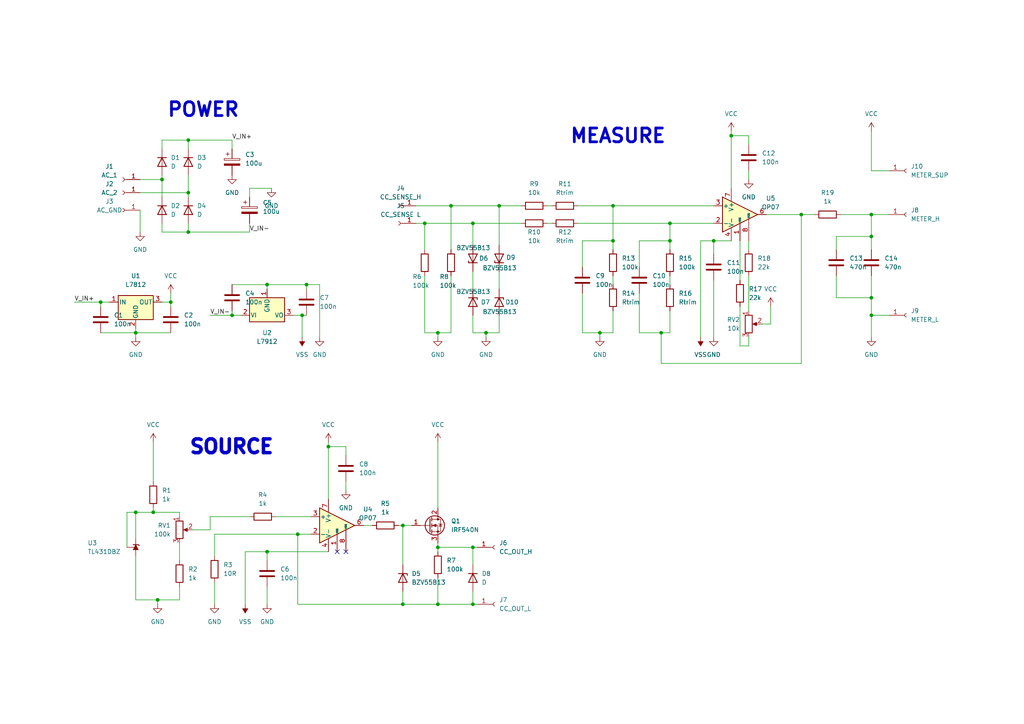
<source format=kicad_sch>
(kicad_sch
	(version 20231120)
	(generator "eeschema")
	(generator_version "8.0")
	(uuid "e63e39d7-6ac0-4ffd-8aa3-1841a4541b55")
	(paper "A4")
	(title_block
		(title "Miliohmmeter")
		(date "2022-09-09")
		(rev "1.1")
		(company "ME")
	)
	(lib_symbols
		(symbol "Amplifier_Operational:OP07"
			(pin_names
				(offset 0.127)
			)
			(exclude_from_sim no)
			(in_bom yes)
			(on_board yes)
			(property "Reference" "U"
				(at 1.27 6.35 0)
				(effects
					(font
						(size 1.27 1.27)
					)
					(justify left)
				)
			)
			(property "Value" "OP07"
				(at 1.27 3.81 0)
				(effects
					(font
						(size 1.27 1.27)
					)
					(justify left)
				)
			)
			(property "Footprint" ""
				(at 1.27 1.27 0)
				(effects
					(font
						(size 1.27 1.27)
					)
					(hide yes)
				)
			)
			(property "Datasheet" "https://www.analog.com/media/en/technical-documentation/data-sheets/OP07.pdf"
				(at 1.27 3.81 0)
				(effects
					(font
						(size 1.27 1.27)
					)
					(hide yes)
				)
			)
			(property "Description" "Single Ultra-Low Offset Voltage Operational Amplifier, DIP-8/SOIC-8"
				(at 0 0 0)
				(effects
					(font
						(size 1.27 1.27)
					)
					(hide yes)
				)
			)
			(property "ki_keywords" "single opamp"
				(at 0 0 0)
				(effects
					(font
						(size 1.27 1.27)
					)
					(hide yes)
				)
			)
			(property "ki_fp_filters" "DIP*W7.62mm* SOIC*3.9x4.9mm*P1.27mm* TO*99*"
				(at 0 0 0)
				(effects
					(font
						(size 1.27 1.27)
					)
					(hide yes)
				)
			)
			(symbol "OP07_0_1"
				(polyline
					(pts
						(xy -5.08 5.08) (xy 5.08 0) (xy -5.08 -5.08) (xy -5.08 5.08)
					)
					(stroke
						(width 0.254)
						(type default)
					)
					(fill
						(type background)
					)
				)
			)
			(symbol "OP07_1_1"
				(pin input line
					(at 0 -7.62 90)
					(length 5.08)
					(name "VOS"
						(effects
							(font
								(size 0.508 0.508)
							)
						)
					)
					(number "1"
						(effects
							(font
								(size 1.27 1.27)
							)
						)
					)
				)
				(pin input line
					(at -7.62 -2.54 0)
					(length 2.54)
					(name "-"
						(effects
							(font
								(size 1.27 1.27)
							)
						)
					)
					(number "2"
						(effects
							(font
								(size 1.27 1.27)
							)
						)
					)
				)
				(pin input line
					(at -7.62 2.54 0)
					(length 2.54)
					(name "+"
						(effects
							(font
								(size 1.27 1.27)
							)
						)
					)
					(number "3"
						(effects
							(font
								(size 1.27 1.27)
							)
						)
					)
				)
				(pin power_in line
					(at -2.54 -7.62 90)
					(length 3.81)
					(name "V-"
						(effects
							(font
								(size 1.27 1.27)
							)
						)
					)
					(number "4"
						(effects
							(font
								(size 1.27 1.27)
							)
						)
					)
				)
				(pin no_connect line
					(at 0 2.54 270)
					(length 2.54) hide
					(name "NC"
						(effects
							(font
								(size 1.27 1.27)
							)
						)
					)
					(number "5"
						(effects
							(font
								(size 1.27 1.27)
							)
						)
					)
				)
				(pin output line
					(at 7.62 0 180)
					(length 2.54)
					(name "~"
						(effects
							(font
								(size 1.27 1.27)
							)
						)
					)
					(number "6"
						(effects
							(font
								(size 1.27 1.27)
							)
						)
					)
				)
				(pin power_in line
					(at -2.54 7.62 270)
					(length 3.81)
					(name "V+"
						(effects
							(font
								(size 1.27 1.27)
							)
						)
					)
					(number "7"
						(effects
							(font
								(size 1.27 1.27)
							)
						)
					)
				)
				(pin input line
					(at 2.54 -7.62 90)
					(length 6.35)
					(name "VOS"
						(effects
							(font
								(size 0.508 0.508)
							)
						)
					)
					(number "8"
						(effects
							(font
								(size 1.27 1.27)
							)
						)
					)
				)
			)
		)
		(symbol "Connector:Conn_01x01_Female"
			(pin_names
				(offset 1.016) hide)
			(exclude_from_sim no)
			(in_bom yes)
			(on_board yes)
			(property "Reference" "J"
				(at 0 2.54 0)
				(effects
					(font
						(size 1.27 1.27)
					)
				)
			)
			(property "Value" "Conn_01x01_Female"
				(at 0 -2.54 0)
				(effects
					(font
						(size 1.27 1.27)
					)
				)
			)
			(property "Footprint" ""
				(at 0 0 0)
				(effects
					(font
						(size 1.27 1.27)
					)
					(hide yes)
				)
			)
			(property "Datasheet" "~"
				(at 0 0 0)
				(effects
					(font
						(size 1.27 1.27)
					)
					(hide yes)
				)
			)
			(property "Description" "Generic connector, single row, 01x01, script generated (kicad-library-utils/schlib/autogen/connector/)"
				(at 0 0 0)
				(effects
					(font
						(size 1.27 1.27)
					)
					(hide yes)
				)
			)
			(property "ki_keywords" "connector"
				(at 0 0 0)
				(effects
					(font
						(size 1.27 1.27)
					)
					(hide yes)
				)
			)
			(property "ki_fp_filters" "Connector*:*"
				(at 0 0 0)
				(effects
					(font
						(size 1.27 1.27)
					)
					(hide yes)
				)
			)
			(symbol "Conn_01x01_Female_1_1"
				(polyline
					(pts
						(xy -1.27 0) (xy -0.508 0)
					)
					(stroke
						(width 0.1524)
						(type default)
					)
					(fill
						(type none)
					)
				)
				(arc
					(start 0 0.508)
					(mid -0.5058 0)
					(end 0 -0.508)
					(stroke
						(width 0.1524)
						(type default)
					)
					(fill
						(type none)
					)
				)
				(pin passive line
					(at -5.08 0 0)
					(length 3.81)
					(name "Pin_1"
						(effects
							(font
								(size 1.27 1.27)
							)
						)
					)
					(number "1"
						(effects
							(font
								(size 1.27 1.27)
							)
						)
					)
				)
			)
		)
		(symbol "Device:C"
			(pin_numbers hide)
			(pin_names
				(offset 0.254)
			)
			(exclude_from_sim no)
			(in_bom yes)
			(on_board yes)
			(property "Reference" "C"
				(at 0.635 2.54 0)
				(effects
					(font
						(size 1.27 1.27)
					)
					(justify left)
				)
			)
			(property "Value" "C"
				(at 0.635 -2.54 0)
				(effects
					(font
						(size 1.27 1.27)
					)
					(justify left)
				)
			)
			(property "Footprint" ""
				(at 0.9652 -3.81 0)
				(effects
					(font
						(size 1.27 1.27)
					)
					(hide yes)
				)
			)
			(property "Datasheet" "~"
				(at 0 0 0)
				(effects
					(font
						(size 1.27 1.27)
					)
					(hide yes)
				)
			)
			(property "Description" "Unpolarized capacitor"
				(at 0 0 0)
				(effects
					(font
						(size 1.27 1.27)
					)
					(hide yes)
				)
			)
			(property "ki_keywords" "cap capacitor"
				(at 0 0 0)
				(effects
					(font
						(size 1.27 1.27)
					)
					(hide yes)
				)
			)
			(property "ki_fp_filters" "C_*"
				(at 0 0 0)
				(effects
					(font
						(size 1.27 1.27)
					)
					(hide yes)
				)
			)
			(symbol "C_0_1"
				(polyline
					(pts
						(xy -2.032 -0.762) (xy 2.032 -0.762)
					)
					(stroke
						(width 0.508)
						(type default)
					)
					(fill
						(type none)
					)
				)
				(polyline
					(pts
						(xy -2.032 0.762) (xy 2.032 0.762)
					)
					(stroke
						(width 0.508)
						(type default)
					)
					(fill
						(type none)
					)
				)
			)
			(symbol "C_1_1"
				(pin passive line
					(at 0 3.81 270)
					(length 2.794)
					(name "~"
						(effects
							(font
								(size 1.27 1.27)
							)
						)
					)
					(number "1"
						(effects
							(font
								(size 1.27 1.27)
							)
						)
					)
				)
				(pin passive line
					(at 0 -3.81 90)
					(length 2.794)
					(name "~"
						(effects
							(font
								(size 1.27 1.27)
							)
						)
					)
					(number "2"
						(effects
							(font
								(size 1.27 1.27)
							)
						)
					)
				)
			)
		)
		(symbol "Device:C_Polarized"
			(pin_numbers hide)
			(pin_names
				(offset 0.254)
			)
			(exclude_from_sim no)
			(in_bom yes)
			(on_board yes)
			(property "Reference" "C"
				(at 0.635 2.54 0)
				(effects
					(font
						(size 1.27 1.27)
					)
					(justify left)
				)
			)
			(property "Value" "C_Polarized"
				(at 0.635 -2.54 0)
				(effects
					(font
						(size 1.27 1.27)
					)
					(justify left)
				)
			)
			(property "Footprint" ""
				(at 0.9652 -3.81 0)
				(effects
					(font
						(size 1.27 1.27)
					)
					(hide yes)
				)
			)
			(property "Datasheet" "~"
				(at 0 0 0)
				(effects
					(font
						(size 1.27 1.27)
					)
					(hide yes)
				)
			)
			(property "Description" "Polarized capacitor"
				(at 0 0 0)
				(effects
					(font
						(size 1.27 1.27)
					)
					(hide yes)
				)
			)
			(property "ki_keywords" "cap capacitor"
				(at 0 0 0)
				(effects
					(font
						(size 1.27 1.27)
					)
					(hide yes)
				)
			)
			(property "ki_fp_filters" "CP_*"
				(at 0 0 0)
				(effects
					(font
						(size 1.27 1.27)
					)
					(hide yes)
				)
			)
			(symbol "C_Polarized_0_1"
				(rectangle
					(start -2.286 0.508)
					(end 2.286 1.016)
					(stroke
						(width 0)
						(type default)
					)
					(fill
						(type none)
					)
				)
				(polyline
					(pts
						(xy -1.778 2.286) (xy -0.762 2.286)
					)
					(stroke
						(width 0)
						(type default)
					)
					(fill
						(type none)
					)
				)
				(polyline
					(pts
						(xy -1.27 2.794) (xy -1.27 1.778)
					)
					(stroke
						(width 0)
						(type default)
					)
					(fill
						(type none)
					)
				)
				(rectangle
					(start 2.286 -0.508)
					(end -2.286 -1.016)
					(stroke
						(width 0)
						(type default)
					)
					(fill
						(type outline)
					)
				)
			)
			(symbol "C_Polarized_1_1"
				(pin passive line
					(at 0 3.81 270)
					(length 2.794)
					(name "~"
						(effects
							(font
								(size 1.27 1.27)
							)
						)
					)
					(number "1"
						(effects
							(font
								(size 1.27 1.27)
							)
						)
					)
				)
				(pin passive line
					(at 0 -3.81 90)
					(length 2.794)
					(name "~"
						(effects
							(font
								(size 1.27 1.27)
							)
						)
					)
					(number "2"
						(effects
							(font
								(size 1.27 1.27)
							)
						)
					)
				)
			)
		)
		(symbol "Device:D"
			(pin_numbers hide)
			(pin_names
				(offset 1.016) hide)
			(exclude_from_sim no)
			(in_bom yes)
			(on_board yes)
			(property "Reference" "D"
				(at 0 2.54 0)
				(effects
					(font
						(size 1.27 1.27)
					)
				)
			)
			(property "Value" "D"
				(at 0 -2.54 0)
				(effects
					(font
						(size 1.27 1.27)
					)
				)
			)
			(property "Footprint" ""
				(at 0 0 0)
				(effects
					(font
						(size 1.27 1.27)
					)
					(hide yes)
				)
			)
			(property "Datasheet" "~"
				(at 0 0 0)
				(effects
					(font
						(size 1.27 1.27)
					)
					(hide yes)
				)
			)
			(property "Description" "Diode"
				(at 0 0 0)
				(effects
					(font
						(size 1.27 1.27)
					)
					(hide yes)
				)
			)
			(property "ki_keywords" "diode"
				(at 0 0 0)
				(effects
					(font
						(size 1.27 1.27)
					)
					(hide yes)
				)
			)
			(property "ki_fp_filters" "TO-???* *_Diode_* *SingleDiode* D_*"
				(at 0 0 0)
				(effects
					(font
						(size 1.27 1.27)
					)
					(hide yes)
				)
			)
			(symbol "D_0_1"
				(polyline
					(pts
						(xy -1.27 1.27) (xy -1.27 -1.27)
					)
					(stroke
						(width 0.254)
						(type default)
					)
					(fill
						(type none)
					)
				)
				(polyline
					(pts
						(xy 1.27 0) (xy -1.27 0)
					)
					(stroke
						(width 0)
						(type default)
					)
					(fill
						(type none)
					)
				)
				(polyline
					(pts
						(xy 1.27 1.27) (xy 1.27 -1.27) (xy -1.27 0) (xy 1.27 1.27)
					)
					(stroke
						(width 0.254)
						(type default)
					)
					(fill
						(type none)
					)
				)
			)
			(symbol "D_1_1"
				(pin passive line
					(at -3.81 0 0)
					(length 2.54)
					(name "K"
						(effects
							(font
								(size 1.27 1.27)
							)
						)
					)
					(number "1"
						(effects
							(font
								(size 1.27 1.27)
							)
						)
					)
				)
				(pin passive line
					(at 3.81 0 180)
					(length 2.54)
					(name "A"
						(effects
							(font
								(size 1.27 1.27)
							)
						)
					)
					(number "2"
						(effects
							(font
								(size 1.27 1.27)
							)
						)
					)
				)
			)
		)
		(symbol "Device:R"
			(pin_numbers hide)
			(pin_names
				(offset 0)
			)
			(exclude_from_sim no)
			(in_bom yes)
			(on_board yes)
			(property "Reference" "R"
				(at 2.032 0 90)
				(effects
					(font
						(size 1.27 1.27)
					)
				)
			)
			(property "Value" "R"
				(at 0 0 90)
				(effects
					(font
						(size 1.27 1.27)
					)
				)
			)
			(property "Footprint" ""
				(at -1.778 0 90)
				(effects
					(font
						(size 1.27 1.27)
					)
					(hide yes)
				)
			)
			(property "Datasheet" "~"
				(at 0 0 0)
				(effects
					(font
						(size 1.27 1.27)
					)
					(hide yes)
				)
			)
			(property "Description" "Resistor"
				(at 0 0 0)
				(effects
					(font
						(size 1.27 1.27)
					)
					(hide yes)
				)
			)
			(property "ki_keywords" "R res resistor"
				(at 0 0 0)
				(effects
					(font
						(size 1.27 1.27)
					)
					(hide yes)
				)
			)
			(property "ki_fp_filters" "R_*"
				(at 0 0 0)
				(effects
					(font
						(size 1.27 1.27)
					)
					(hide yes)
				)
			)
			(symbol "R_0_1"
				(rectangle
					(start -1.016 -2.54)
					(end 1.016 2.54)
					(stroke
						(width 0.254)
						(type default)
					)
					(fill
						(type none)
					)
				)
			)
			(symbol "R_1_1"
				(pin passive line
					(at 0 3.81 270)
					(length 1.27)
					(name "~"
						(effects
							(font
								(size 1.27 1.27)
							)
						)
					)
					(number "1"
						(effects
							(font
								(size 1.27 1.27)
							)
						)
					)
				)
				(pin passive line
					(at 0 -3.81 90)
					(length 1.27)
					(name "~"
						(effects
							(font
								(size 1.27 1.27)
							)
						)
					)
					(number "2"
						(effects
							(font
								(size 1.27 1.27)
							)
						)
					)
				)
			)
		)
		(symbol "Device:R_Potentiometer"
			(pin_names
				(offset 1.016) hide)
			(exclude_from_sim no)
			(in_bom yes)
			(on_board yes)
			(property "Reference" "RV"
				(at -4.445 0 90)
				(effects
					(font
						(size 1.27 1.27)
					)
				)
			)
			(property "Value" "R_Potentiometer"
				(at -2.54 0 90)
				(effects
					(font
						(size 1.27 1.27)
					)
				)
			)
			(property "Footprint" ""
				(at 0 0 0)
				(effects
					(font
						(size 1.27 1.27)
					)
					(hide yes)
				)
			)
			(property "Datasheet" "~"
				(at 0 0 0)
				(effects
					(font
						(size 1.27 1.27)
					)
					(hide yes)
				)
			)
			(property "Description" "Potentiometer"
				(at 0 0 0)
				(effects
					(font
						(size 1.27 1.27)
					)
					(hide yes)
				)
			)
			(property "ki_keywords" "resistor variable"
				(at 0 0 0)
				(effects
					(font
						(size 1.27 1.27)
					)
					(hide yes)
				)
			)
			(property "ki_fp_filters" "Potentiometer*"
				(at 0 0 0)
				(effects
					(font
						(size 1.27 1.27)
					)
					(hide yes)
				)
			)
			(symbol "R_Potentiometer_0_1"
				(polyline
					(pts
						(xy 2.54 0) (xy 1.524 0)
					)
					(stroke
						(width 0)
						(type default)
					)
					(fill
						(type none)
					)
				)
				(polyline
					(pts
						(xy 1.143 0) (xy 2.286 0.508) (xy 2.286 -0.508) (xy 1.143 0)
					)
					(stroke
						(width 0)
						(type default)
					)
					(fill
						(type outline)
					)
				)
				(rectangle
					(start 1.016 2.54)
					(end -1.016 -2.54)
					(stroke
						(width 0.254)
						(type default)
					)
					(fill
						(type none)
					)
				)
			)
			(symbol "R_Potentiometer_1_1"
				(pin passive line
					(at 0 3.81 270)
					(length 1.27)
					(name "1"
						(effects
							(font
								(size 1.27 1.27)
							)
						)
					)
					(number "1"
						(effects
							(font
								(size 1.27 1.27)
							)
						)
					)
				)
				(pin passive line
					(at 3.81 0 180)
					(length 1.27)
					(name "2"
						(effects
							(font
								(size 1.27 1.27)
							)
						)
					)
					(number "2"
						(effects
							(font
								(size 1.27 1.27)
							)
						)
					)
				)
				(pin passive line
					(at 0 -3.81 90)
					(length 1.27)
					(name "3"
						(effects
							(font
								(size 1.27 1.27)
							)
						)
					)
					(number "3"
						(effects
							(font
								(size 1.27 1.27)
							)
						)
					)
				)
			)
		)
		(symbol "Diode:BZV55B13"
			(pin_numbers hide)
			(pin_names
				(offset 1.016) hide)
			(exclude_from_sim no)
			(in_bom yes)
			(on_board yes)
			(property "Reference" "D"
				(at 0 2.54 0)
				(effects
					(font
						(size 1.27 1.27)
					)
				)
			)
			(property "Value" "BZV55B13"
				(at 0 -2.54 0)
				(effects
					(font
						(size 1.27 1.27)
					)
				)
			)
			(property "Footprint" "Diode_SMD:D_MiniMELF"
				(at 0 -4.445 0)
				(effects
					(font
						(size 1.27 1.27)
					)
					(hide yes)
				)
			)
			(property "Datasheet" "https://assets.nexperia.com/documents/data-sheet/BZV55_SER.pdf"
				(at 0 0 0)
				(effects
					(font
						(size 1.27 1.27)
					)
					(hide yes)
				)
			)
			(property "Description" "13V, 500mW, 2%, Zener diode, MiniMELF"
				(at 0 0 0)
				(effects
					(font
						(size 1.27 1.27)
					)
					(hide yes)
				)
			)
			(property "ki_keywords" "zener diode"
				(at 0 0 0)
				(effects
					(font
						(size 1.27 1.27)
					)
					(hide yes)
				)
			)
			(property "ki_fp_filters" "D*MiniMELF*"
				(at 0 0 0)
				(effects
					(font
						(size 1.27 1.27)
					)
					(hide yes)
				)
			)
			(symbol "BZV55B13_0_1"
				(polyline
					(pts
						(xy 1.27 0) (xy -1.27 0)
					)
					(stroke
						(width 0)
						(type default)
					)
					(fill
						(type none)
					)
				)
				(polyline
					(pts
						(xy -1.27 -1.27) (xy -1.27 1.27) (xy -0.762 1.27)
					)
					(stroke
						(width 0.254)
						(type default)
					)
					(fill
						(type none)
					)
				)
				(polyline
					(pts
						(xy 1.27 -1.27) (xy 1.27 1.27) (xy -1.27 0) (xy 1.27 -1.27)
					)
					(stroke
						(width 0.254)
						(type default)
					)
					(fill
						(type none)
					)
				)
			)
			(symbol "BZV55B13_1_1"
				(pin passive line
					(at -3.81 0 0)
					(length 2.54)
					(name "K"
						(effects
							(font
								(size 1.27 1.27)
							)
						)
					)
					(number "1"
						(effects
							(font
								(size 1.27 1.27)
							)
						)
					)
				)
				(pin passive line
					(at 3.81 0 180)
					(length 2.54)
					(name "A"
						(effects
							(font
								(size 1.27 1.27)
							)
						)
					)
					(number "2"
						(effects
							(font
								(size 1.27 1.27)
							)
						)
					)
				)
			)
		)
		(symbol "Reference_Voltage:TL431DBZ"
			(pin_numbers hide)
			(pin_names hide)
			(exclude_from_sim no)
			(in_bom yes)
			(on_board yes)
			(property "Reference" "U"
				(at -2.54 2.54 0)
				(effects
					(font
						(size 1.27 1.27)
					)
				)
			)
			(property "Value" "TL431DBZ"
				(at 0 -2.54 0)
				(effects
					(font
						(size 1.27 1.27)
					)
				)
			)
			(property "Footprint" "Package_TO_SOT_SMD:SOT-23"
				(at 0 -3.81 0)
				(effects
					(font
						(size 1.27 1.27)
						(italic yes)
					)
					(hide yes)
				)
			)
			(property "Datasheet" "http://www.ti.com/lit/ds/symlink/tl431.pdf"
				(at 0 0 0)
				(effects
					(font
						(size 1.27 1.27)
						(italic yes)
					)
					(hide yes)
				)
			)
			(property "Description" "Shunt Regulator, SOT-23"
				(at 0 0 0)
				(effects
					(font
						(size 1.27 1.27)
					)
					(hide yes)
				)
			)
			(property "ki_keywords" "diode device shunt regulator"
				(at 0 0 0)
				(effects
					(font
						(size 1.27 1.27)
					)
					(hide yes)
				)
			)
			(property "ki_fp_filters" "SOT?23*"
				(at 0 0 0)
				(effects
					(font
						(size 1.27 1.27)
					)
					(hide yes)
				)
			)
			(symbol "TL431DBZ_0_1"
				(polyline
					(pts
						(xy -1.27 0) (xy 0 0) (xy 1.27 0)
					)
					(stroke
						(width 0)
						(type default)
					)
					(fill
						(type none)
					)
				)
				(polyline
					(pts
						(xy -0.762 0.762) (xy 0.762 0) (xy -0.762 -0.762)
					)
					(stroke
						(width 0)
						(type default)
					)
					(fill
						(type outline)
					)
				)
				(polyline
					(pts
						(xy 0.508 -1.016) (xy 0.762 -0.762) (xy 0.762 0.762) (xy 0.762 0.762)
					)
					(stroke
						(width 0.254)
						(type default)
					)
					(fill
						(type none)
					)
				)
			)
			(symbol "TL431DBZ_1_1"
				(pin passive line
					(at 2.54 0 180)
					(length 2.54)
					(name "K"
						(effects
							(font
								(size 1.27 1.27)
							)
						)
					)
					(number "1"
						(effects
							(font
								(size 1.27 1.27)
							)
						)
					)
				)
				(pin passive line
					(at 0 2.54 270)
					(length 2.54)
					(name "REF"
						(effects
							(font
								(size 1.27 1.27)
							)
						)
					)
					(number "2"
						(effects
							(font
								(size 1.27 1.27)
							)
						)
					)
				)
				(pin passive line
					(at -2.54 0 0)
					(length 2.54)
					(name "A"
						(effects
							(font
								(size 1.27 1.27)
							)
						)
					)
					(number "3"
						(effects
							(font
								(size 1.27 1.27)
							)
						)
					)
				)
			)
		)
		(symbol "Regulator_Linear:L7812"
			(pin_names
				(offset 0.254)
			)
			(exclude_from_sim no)
			(in_bom yes)
			(on_board yes)
			(property "Reference" "U"
				(at -3.81 3.175 0)
				(effects
					(font
						(size 1.27 1.27)
					)
				)
			)
			(property "Value" "L7812"
				(at 0 3.175 0)
				(effects
					(font
						(size 1.27 1.27)
					)
					(justify left)
				)
			)
			(property "Footprint" ""
				(at 0.635 -3.81 0)
				(effects
					(font
						(size 1.27 1.27)
						(italic yes)
					)
					(justify left)
					(hide yes)
				)
			)
			(property "Datasheet" "http://www.st.com/content/ccc/resource/technical/document/datasheet/41/4f/b3/b0/12/d4/47/88/CD00000444.pdf/files/CD00000444.pdf/jcr:content/translations/en.CD00000444.pdf"
				(at 0 -1.27 0)
				(effects
					(font
						(size 1.27 1.27)
					)
					(hide yes)
				)
			)
			(property "Description" "Positive 1.5A 35V Linear Regulator, Fixed Output 12V, TO-220/TO-263/TO-252"
				(at 0 0 0)
				(effects
					(font
						(size 1.27 1.27)
					)
					(hide yes)
				)
			)
			(property "ki_keywords" "Voltage Regulator 1.5A Positive"
				(at 0 0 0)
				(effects
					(font
						(size 1.27 1.27)
					)
					(hide yes)
				)
			)
			(property "ki_fp_filters" "TO?252* TO?263* TO?220*"
				(at 0 0 0)
				(effects
					(font
						(size 1.27 1.27)
					)
					(hide yes)
				)
			)
			(symbol "L7812_0_1"
				(rectangle
					(start -5.08 1.905)
					(end 5.08 -5.08)
					(stroke
						(width 0.254)
						(type default)
					)
					(fill
						(type background)
					)
				)
			)
			(symbol "L7812_1_1"
				(pin power_in line
					(at -7.62 0 0)
					(length 2.54)
					(name "IN"
						(effects
							(font
								(size 1.27 1.27)
							)
						)
					)
					(number "1"
						(effects
							(font
								(size 1.27 1.27)
							)
						)
					)
				)
				(pin power_in line
					(at 0 -7.62 90)
					(length 2.54)
					(name "GND"
						(effects
							(font
								(size 1.27 1.27)
							)
						)
					)
					(number "2"
						(effects
							(font
								(size 1.27 1.27)
							)
						)
					)
				)
				(pin power_out line
					(at 7.62 0 180)
					(length 2.54)
					(name "OUT"
						(effects
							(font
								(size 1.27 1.27)
							)
						)
					)
					(number "3"
						(effects
							(font
								(size 1.27 1.27)
							)
						)
					)
				)
			)
		)
		(symbol "Regulator_Linear:L7912"
			(pin_names
				(offset 0.254)
			)
			(exclude_from_sim no)
			(in_bom yes)
			(on_board yes)
			(property "Reference" "U"
				(at -3.81 -3.175 0)
				(effects
					(font
						(size 1.27 1.27)
					)
				)
			)
			(property "Value" "L7912"
				(at 0 -3.175 0)
				(effects
					(font
						(size 1.27 1.27)
					)
					(justify left)
				)
			)
			(property "Footprint" ""
				(at 0 -5.08 0)
				(effects
					(font
						(size 1.27 1.27)
						(italic yes)
					)
					(hide yes)
				)
			)
			(property "Datasheet" "http://www.st.com/content/ccc/resource/technical/document/datasheet/c9/16/86/41/c7/2b/45/f2/CD00000450.pdf/files/CD00000450.pdf/jcr:content/translations/en.CD00000450.pdf"
				(at 0 0 0)
				(effects
					(font
						(size 1.27 1.27)
					)
					(hide yes)
				)
			)
			(property "Description" "Negative 1.5A 35V Linear Regulator, Fixed Output -12V, TO-220/TO-263"
				(at 0 0 0)
				(effects
					(font
						(size 1.27 1.27)
					)
					(hide yes)
				)
			)
			(property "ki_keywords" "Voltage Regulator 1.5A Negative"
				(at 0 0 0)
				(effects
					(font
						(size 1.27 1.27)
					)
					(hide yes)
				)
			)
			(property "ki_fp_filters" "TO?220* TO?263*"
				(at 0 0 0)
				(effects
					(font
						(size 1.27 1.27)
					)
					(hide yes)
				)
			)
			(symbol "L7912_0_1"
				(rectangle
					(start -5.08 5.08)
					(end 5.08 -1.905)
					(stroke
						(width 0.254)
						(type default)
					)
					(fill
						(type background)
					)
				)
			)
			(symbol "L7912_1_1"
				(pin power_in line
					(at 0 7.62 270)
					(length 2.54)
					(name "GND"
						(effects
							(font
								(size 1.27 1.27)
							)
						)
					)
					(number "1"
						(effects
							(font
								(size 1.27 1.27)
							)
						)
					)
				)
				(pin power_in line
					(at -7.62 0 0)
					(length 2.54)
					(name "VI"
						(effects
							(font
								(size 1.27 1.27)
							)
						)
					)
					(number "2"
						(effects
							(font
								(size 1.27 1.27)
							)
						)
					)
				)
				(pin power_out line
					(at 7.62 0 180)
					(length 2.54)
					(name "VO"
						(effects
							(font
								(size 1.27 1.27)
							)
						)
					)
					(number "3"
						(effects
							(font
								(size 1.27 1.27)
							)
						)
					)
				)
			)
		)
		(symbol "Transistor_FET:IRF540N"
			(pin_names hide)
			(exclude_from_sim no)
			(in_bom yes)
			(on_board yes)
			(property "Reference" "Q"
				(at 6.35 1.905 0)
				(effects
					(font
						(size 1.27 1.27)
					)
					(justify left)
				)
			)
			(property "Value" "IRF540N"
				(at 6.35 0 0)
				(effects
					(font
						(size 1.27 1.27)
					)
					(justify left)
				)
			)
			(property "Footprint" "Package_TO_SOT_THT:TO-220-3_Vertical"
				(at 6.35 -1.905 0)
				(effects
					(font
						(size 1.27 1.27)
						(italic yes)
					)
					(justify left)
					(hide yes)
				)
			)
			(property "Datasheet" "http://www.irf.com/product-info/datasheets/data/irf540n.pdf"
				(at 0 0 0)
				(effects
					(font
						(size 1.27 1.27)
					)
					(justify left)
					(hide yes)
				)
			)
			(property "Description" "33A Id, 100V Vds, HEXFET N-Channel MOSFET, TO-220"
				(at 0 0 0)
				(effects
					(font
						(size 1.27 1.27)
					)
					(hide yes)
				)
			)
			(property "ki_keywords" "HEXFET N-Channel MOSFET"
				(at 0 0 0)
				(effects
					(font
						(size 1.27 1.27)
					)
					(hide yes)
				)
			)
			(property "ki_fp_filters" "TO?220*"
				(at 0 0 0)
				(effects
					(font
						(size 1.27 1.27)
					)
					(hide yes)
				)
			)
			(symbol "IRF540N_0_1"
				(polyline
					(pts
						(xy 0.254 0) (xy -2.54 0)
					)
					(stroke
						(width 0)
						(type default)
					)
					(fill
						(type none)
					)
				)
				(polyline
					(pts
						(xy 0.254 1.905) (xy 0.254 -1.905)
					)
					(stroke
						(width 0.254)
						(type default)
					)
					(fill
						(type none)
					)
				)
				(polyline
					(pts
						(xy 0.762 -1.27) (xy 0.762 -2.286)
					)
					(stroke
						(width 0.254)
						(type default)
					)
					(fill
						(type none)
					)
				)
				(polyline
					(pts
						(xy 0.762 0.508) (xy 0.762 -0.508)
					)
					(stroke
						(width 0.254)
						(type default)
					)
					(fill
						(type none)
					)
				)
				(polyline
					(pts
						(xy 0.762 2.286) (xy 0.762 1.27)
					)
					(stroke
						(width 0.254)
						(type default)
					)
					(fill
						(type none)
					)
				)
				(polyline
					(pts
						(xy 2.54 2.54) (xy 2.54 1.778)
					)
					(stroke
						(width 0)
						(type default)
					)
					(fill
						(type none)
					)
				)
				(polyline
					(pts
						(xy 2.54 -2.54) (xy 2.54 0) (xy 0.762 0)
					)
					(stroke
						(width 0)
						(type default)
					)
					(fill
						(type none)
					)
				)
				(polyline
					(pts
						(xy 0.762 -1.778) (xy 3.302 -1.778) (xy 3.302 1.778) (xy 0.762 1.778)
					)
					(stroke
						(width 0)
						(type default)
					)
					(fill
						(type none)
					)
				)
				(polyline
					(pts
						(xy 1.016 0) (xy 2.032 0.381) (xy 2.032 -0.381) (xy 1.016 0)
					)
					(stroke
						(width 0)
						(type default)
					)
					(fill
						(type outline)
					)
				)
				(polyline
					(pts
						(xy 2.794 0.508) (xy 2.921 0.381) (xy 3.683 0.381) (xy 3.81 0.254)
					)
					(stroke
						(width 0)
						(type default)
					)
					(fill
						(type none)
					)
				)
				(polyline
					(pts
						(xy 3.302 0.381) (xy 2.921 -0.254) (xy 3.683 -0.254) (xy 3.302 0.381)
					)
					(stroke
						(width 0)
						(type default)
					)
					(fill
						(type none)
					)
				)
				(circle
					(center 1.651 0)
					(radius 2.794)
					(stroke
						(width 0.254)
						(type default)
					)
					(fill
						(type none)
					)
				)
				(circle
					(center 2.54 -1.778)
					(radius 0.254)
					(stroke
						(width 0)
						(type default)
					)
					(fill
						(type outline)
					)
				)
				(circle
					(center 2.54 1.778)
					(radius 0.254)
					(stroke
						(width 0)
						(type default)
					)
					(fill
						(type outline)
					)
				)
			)
			(symbol "IRF540N_1_1"
				(pin input line
					(at -5.08 0 0)
					(length 2.54)
					(name "G"
						(effects
							(font
								(size 1.27 1.27)
							)
						)
					)
					(number "1"
						(effects
							(font
								(size 1.27 1.27)
							)
						)
					)
				)
				(pin passive line
					(at 2.54 5.08 270)
					(length 2.54)
					(name "D"
						(effects
							(font
								(size 1.27 1.27)
							)
						)
					)
					(number "2"
						(effects
							(font
								(size 1.27 1.27)
							)
						)
					)
				)
				(pin passive line
					(at 2.54 -5.08 90)
					(length 2.54)
					(name "S"
						(effects
							(font
								(size 1.27 1.27)
							)
						)
					)
					(number "3"
						(effects
							(font
								(size 1.27 1.27)
							)
						)
					)
				)
			)
		)
		(symbol "power:GND"
			(power)
			(pin_names
				(offset 0)
			)
			(exclude_from_sim no)
			(in_bom yes)
			(on_board yes)
			(property "Reference" "#PWR"
				(at 0 -6.35 0)
				(effects
					(font
						(size 1.27 1.27)
					)
					(hide yes)
				)
			)
			(property "Value" "GND"
				(at 0 -3.81 0)
				(effects
					(font
						(size 1.27 1.27)
					)
				)
			)
			(property "Footprint" ""
				(at 0 0 0)
				(effects
					(font
						(size 1.27 1.27)
					)
					(hide yes)
				)
			)
			(property "Datasheet" ""
				(at 0 0 0)
				(effects
					(font
						(size 1.27 1.27)
					)
					(hide yes)
				)
			)
			(property "Description" "Power symbol creates a global label with name \"GND\" , ground"
				(at 0 0 0)
				(effects
					(font
						(size 1.27 1.27)
					)
					(hide yes)
				)
			)
			(property "ki_keywords" "power-flag"
				(at 0 0 0)
				(effects
					(font
						(size 1.27 1.27)
					)
					(hide yes)
				)
			)
			(symbol "GND_0_1"
				(polyline
					(pts
						(xy 0 0) (xy 0 -1.27) (xy 1.27 -1.27) (xy 0 -2.54) (xy -1.27 -1.27) (xy 0 -1.27)
					)
					(stroke
						(width 0)
						(type default)
					)
					(fill
						(type none)
					)
				)
			)
			(symbol "GND_1_1"
				(pin power_in line
					(at 0 0 270)
					(length 0) hide
					(name "GND"
						(effects
							(font
								(size 1.27 1.27)
							)
						)
					)
					(number "1"
						(effects
							(font
								(size 1.27 1.27)
							)
						)
					)
				)
			)
		)
		(symbol "power:VCC"
			(power)
			(pin_names
				(offset 0)
			)
			(exclude_from_sim no)
			(in_bom yes)
			(on_board yes)
			(property "Reference" "#PWR"
				(at 0 -3.81 0)
				(effects
					(font
						(size 1.27 1.27)
					)
					(hide yes)
				)
			)
			(property "Value" "VCC"
				(at 0 3.81 0)
				(effects
					(font
						(size 1.27 1.27)
					)
				)
			)
			(property "Footprint" ""
				(at 0 0 0)
				(effects
					(font
						(size 1.27 1.27)
					)
					(hide yes)
				)
			)
			(property "Datasheet" ""
				(at 0 0 0)
				(effects
					(font
						(size 1.27 1.27)
					)
					(hide yes)
				)
			)
			(property "Description" "Power symbol creates a global label with name \"VCC\""
				(at 0 0 0)
				(effects
					(font
						(size 1.27 1.27)
					)
					(hide yes)
				)
			)
			(property "ki_keywords" "power-flag"
				(at 0 0 0)
				(effects
					(font
						(size 1.27 1.27)
					)
					(hide yes)
				)
			)
			(symbol "VCC_0_1"
				(polyline
					(pts
						(xy -0.762 1.27) (xy 0 2.54)
					)
					(stroke
						(width 0)
						(type default)
					)
					(fill
						(type none)
					)
				)
				(polyline
					(pts
						(xy 0 0) (xy 0 2.54)
					)
					(stroke
						(width 0)
						(type default)
					)
					(fill
						(type none)
					)
				)
				(polyline
					(pts
						(xy 0 2.54) (xy 0.762 1.27)
					)
					(stroke
						(width 0)
						(type default)
					)
					(fill
						(type none)
					)
				)
			)
			(symbol "VCC_1_1"
				(pin power_in line
					(at 0 0 90)
					(length 0) hide
					(name "VCC"
						(effects
							(font
								(size 1.27 1.27)
							)
						)
					)
					(number "1"
						(effects
							(font
								(size 1.27 1.27)
							)
						)
					)
				)
			)
		)
		(symbol "power:VSS"
			(power)
			(pin_names
				(offset 0)
			)
			(exclude_from_sim no)
			(in_bom yes)
			(on_board yes)
			(property "Reference" "#PWR"
				(at 0 -3.81 0)
				(effects
					(font
						(size 1.27 1.27)
					)
					(hide yes)
				)
			)
			(property "Value" "VSS"
				(at 0 3.81 0)
				(effects
					(font
						(size 1.27 1.27)
					)
				)
			)
			(property "Footprint" ""
				(at 0 0 0)
				(effects
					(font
						(size 1.27 1.27)
					)
					(hide yes)
				)
			)
			(property "Datasheet" ""
				(at 0 0 0)
				(effects
					(font
						(size 1.27 1.27)
					)
					(hide yes)
				)
			)
			(property "Description" "Power symbol creates a global label with name \"VSS\""
				(at 0 0 0)
				(effects
					(font
						(size 1.27 1.27)
					)
					(hide yes)
				)
			)
			(property "ki_keywords" "power-flag"
				(at 0 0 0)
				(effects
					(font
						(size 1.27 1.27)
					)
					(hide yes)
				)
			)
			(symbol "VSS_0_1"
				(polyline
					(pts
						(xy 0 0) (xy 0 2.54)
					)
					(stroke
						(width 0)
						(type default)
					)
					(fill
						(type none)
					)
				)
				(polyline
					(pts
						(xy 0.762 1.27) (xy -0.762 1.27) (xy 0 2.54) (xy 0.762 1.27)
					)
					(stroke
						(width 0)
						(type default)
					)
					(fill
						(type outline)
					)
				)
			)
			(symbol "VSS_1_1"
				(pin power_in line
					(at 0 0 90)
					(length 0) hide
					(name "VSS"
						(effects
							(font
								(size 1.27 1.27)
							)
						)
					)
					(number "1"
						(effects
							(font
								(size 1.27 1.27)
							)
						)
					)
				)
			)
		)
	)
	(junction
		(at 39.37 148.59)
		(diameter 0)
		(color 0 0 0 0)
		(uuid "04001cef-9676-4a58-b4c0-4772fef0f7f9")
	)
	(junction
		(at 45.72 173.99)
		(diameter 0)
		(color 0 0 0 0)
		(uuid "0b87ba6b-0291-4e80-8976-edc76593fbbf")
	)
	(junction
		(at 232.41 62.23)
		(diameter 0)
		(color 0 0 0 0)
		(uuid "0d09f6a2-3556-415f-90de-a4f02c13f323")
	)
	(junction
		(at 46.99 52.07)
		(diameter 0)
		(color 0 0 0 0)
		(uuid "0fc13000-e886-4e75-afb2-7d224fde5c7a")
	)
	(junction
		(at 177.8 69.85)
		(diameter 0)
		(color 0 0 0 0)
		(uuid "0fd0a5ac-053b-4058-9e2c-0a7c0d417794")
	)
	(junction
		(at 137.16 175.26)
		(diameter 0)
		(color 0 0 0 0)
		(uuid "17ee6dee-e0ee-45a7-8ccd-917316db525c")
	)
	(junction
		(at 177.8 59.69)
		(diameter 0)
		(color 0 0 0 0)
		(uuid "1a1466ee-07aa-425f-8805-e739f3ebb864")
	)
	(junction
		(at 54.61 40.64)
		(diameter 0)
		(color 0 0 0 0)
		(uuid "1ec29551-0c3e-42ef-aa6d-cc4429e34be4")
	)
	(junction
		(at 77.47 160.02)
		(diameter 0)
		(color 0 0 0 0)
		(uuid "23b32e80-542c-4735-b869-42923254df66")
	)
	(junction
		(at 29.21 87.63)
		(diameter 0)
		(color 0 0 0 0)
		(uuid "254a9501-1739-4a82-9154-64b33c20c7e6")
	)
	(junction
		(at 137.16 64.77)
		(diameter 0)
		(color 0 0 0 0)
		(uuid "2b2371d7-10a6-40fc-a16a-4f664731db07")
	)
	(junction
		(at 252.73 91.44)
		(diameter 0)
		(color 0 0 0 0)
		(uuid "2ef423f2-76a8-4c77-9634-dc12240f2047")
	)
	(junction
		(at 127 158.75)
		(diameter 0)
		(color 0 0 0 0)
		(uuid "31c14927-47ac-4fcb-b8b6-7ad5d41a8357")
	)
	(junction
		(at 252.73 86.36)
		(diameter 0)
		(color 0 0 0 0)
		(uuid "3834e90b-780d-4442-993a-d75d3a402910")
	)
	(junction
		(at 212.09 39.37)
		(diameter 0)
		(color 0 0 0 0)
		(uuid "44e2e7e0-09a9-4494-992a-157848154197")
	)
	(junction
		(at 207.01 69.85)
		(diameter 0)
		(color 0 0 0 0)
		(uuid "47f87831-13dd-44d0-98dc-e311c0107416")
	)
	(junction
		(at 86.36 154.94)
		(diameter 0)
		(color 0 0 0 0)
		(uuid "53f3f069-ef69-4e12-9878-3f1837df8da7")
	)
	(junction
		(at 67.31 91.44)
		(diameter 0)
		(color 0 0 0 0)
		(uuid "5610ddb9-8e33-4e43-ae1f-1e344a6eb44c")
	)
	(junction
		(at 252.73 62.23)
		(diameter 0)
		(color 0 0 0 0)
		(uuid "5a805bd1-6f24-4b37-a9b1-b180c5908a0b")
	)
	(junction
		(at 194.31 69.85)
		(diameter 0)
		(color 0 0 0 0)
		(uuid "5b1cfd5a-f70e-4744-8b7a-34b8a7248575")
	)
	(junction
		(at 44.45 148.59)
		(diameter 0)
		(color 0 0 0 0)
		(uuid "65a5a0b4-80ed-4a1a-af69-05c44ddde15c")
	)
	(junction
		(at 87.63 91.44)
		(diameter 0)
		(color 0 0 0 0)
		(uuid "72997c43-f452-463f-93d5-8eda2d266d3c")
	)
	(junction
		(at 54.61 67.31)
		(diameter 0)
		(color 0 0 0 0)
		(uuid "73a9c7ff-8efb-4308-b757-283e7dc5ab97")
	)
	(junction
		(at 39.37 96.52)
		(diameter 0)
		(color 0 0 0 0)
		(uuid "858a377b-f3b5-4c18-9122-1dcd5236efb0")
	)
	(junction
		(at 144.78 59.69)
		(diameter 0)
		(color 0 0 0 0)
		(uuid "86d8e6e4-2d67-43e3-bad8-6f808ab1dbf4")
	)
	(junction
		(at 140.97 96.52)
		(diameter 0)
		(color 0 0 0 0)
		(uuid "87f2b74f-2eef-45c8-8ac4-8faca08cb800")
	)
	(junction
		(at 77.47 82.55)
		(diameter 0)
		(color 0 0 0 0)
		(uuid "8e52f2e2-5293-4aa5-a9bc-02f244d5c3db")
	)
	(junction
		(at 191.77 96.52)
		(diameter 0)
		(color 0 0 0 0)
		(uuid "938c9460-ad75-468c-9e73-8093e96e0e2e")
	)
	(junction
		(at 252.73 68.58)
		(diameter 0)
		(color 0 0 0 0)
		(uuid "9513c6b6-c0a8-435e-b22e-1cc8454323c8")
	)
	(junction
		(at 95.25 129.54)
		(diameter 0)
		(color 0 0 0 0)
		(uuid "9e5ad18c-d010-4b2e-9ae7-1aad0d8f757c")
	)
	(junction
		(at 116.84 152.4)
		(diameter 0)
		(color 0 0 0 0)
		(uuid "9eda5b31-2465-49fa-97ee-b387b6e1bf62")
	)
	(junction
		(at 127 175.26)
		(diameter 0)
		(color 0 0 0 0)
		(uuid "a48135a6-b398-46fd-9aef-e0cfb0de01e3")
	)
	(junction
		(at 127 96.52)
		(diameter 0)
		(color 0 0 0 0)
		(uuid "ae623d10-75c0-4c36-b1c7-1e0ab3dbc385")
	)
	(junction
		(at 49.53 87.63)
		(diameter 0)
		(color 0 0 0 0)
		(uuid "ca08865a-ed38-413d-83e0-cf7f0f2b9df3")
	)
	(junction
		(at 194.31 64.77)
		(diameter 0)
		(color 0 0 0 0)
		(uuid "cbc284e8-31b8-43d1-8679-c5e8574fe5fe")
	)
	(junction
		(at 130.81 59.69)
		(diameter 0)
		(color 0 0 0 0)
		(uuid "d7a0b79b-7ce5-4de0-977b-9506463ab86f")
	)
	(junction
		(at 137.16 158.75)
		(diameter 0)
		(color 0 0 0 0)
		(uuid "d990456c-7784-4733-b583-0afa0d7d3cbe")
	)
	(junction
		(at 116.84 175.26)
		(diameter 0)
		(color 0 0 0 0)
		(uuid "dcd8e84d-d5c7-486f-977a-0558c9a90548")
	)
	(junction
		(at 173.99 96.52)
		(diameter 0)
		(color 0 0 0 0)
		(uuid "e4a89a64-f590-4e42-ae9d-1721cf4de65e")
	)
	(junction
		(at 54.61 55.88)
		(diameter 0)
		(color 0 0 0 0)
		(uuid "ec861fc5-bbe9-47c6-a9d3-9f512544f890")
	)
	(junction
		(at 88.9 82.55)
		(diameter 0)
		(color 0 0 0 0)
		(uuid "f3ae46b7-bcfc-4cb9-9b21-16b37ef90d70")
	)
	(junction
		(at 123.19 64.77)
		(diameter 0)
		(color 0 0 0 0)
		(uuid "fd9a841f-780d-468d-a519-fc0a842e013f")
	)
	(no_connect
		(at 97.79 160.02)
		(uuid "b262f765-c70c-4bb9-af8a-9ade2d23d124")
	)
	(no_connect
		(at 100.33 160.02)
		(uuid "b262f765-c70c-4bb9-af8a-9ade2d23d125")
	)
	(wire
		(pts
			(xy 212.09 54.61) (xy 212.09 39.37)
		)
		(stroke
			(width 0)
			(type default)
		)
		(uuid "01053db7-2db7-4545-9ea0-71221e66ed52")
	)
	(wire
		(pts
			(xy 36.83 158.75) (xy 36.83 148.59)
		)
		(stroke
			(width 0)
			(type default)
		)
		(uuid "043454ad-269f-4872-bd21-ac02ea65273e")
	)
	(wire
		(pts
			(xy 137.16 91.44) (xy 137.16 96.52)
		)
		(stroke
			(width 0)
			(type default)
		)
		(uuid "04e5ef0a-43a3-48e0-ab32-0566f1ef391c")
	)
	(wire
		(pts
			(xy 100.33 139.7) (xy 100.33 142.24)
		)
		(stroke
			(width 0)
			(type default)
		)
		(uuid "060c29a7-270a-44ec-9551-014c7b9d9e3d")
	)
	(wire
		(pts
			(xy 86.36 154.94) (xy 90.17 154.94)
		)
		(stroke
			(width 0)
			(type default)
		)
		(uuid "0660aae8-a0d7-415f-9224-4129b6e8d104")
	)
	(wire
		(pts
			(xy 39.37 161.29) (xy 39.37 173.99)
		)
		(stroke
			(width 0)
			(type default)
		)
		(uuid "07bd87b4-e6c1-4d84-a2dd-c6a298a5cfbf")
	)
	(wire
		(pts
			(xy 167.64 64.77) (xy 194.31 64.77)
		)
		(stroke
			(width 0)
			(type default)
		)
		(uuid "081b6978-8f46-4f0f-8bc1-ba0abb8b8d6d")
	)
	(wire
		(pts
			(xy 71.12 175.26) (xy 71.12 160.02)
		)
		(stroke
			(width 0)
			(type default)
		)
		(uuid "088c6a63-c811-4a3f-8be2-48c400d15028")
	)
	(wire
		(pts
			(xy 116.84 175.26) (xy 86.36 175.26)
		)
		(stroke
			(width 0)
			(type default)
		)
		(uuid "090e9d03-d515-4297-bc7f-bb6bd5640756")
	)
	(wire
		(pts
			(xy 88.9 82.55) (xy 77.47 82.55)
		)
		(stroke
			(width 0)
			(type default)
		)
		(uuid "0c103e1e-3e00-4dab-b950-5480d390128f")
	)
	(wire
		(pts
			(xy 137.16 163.83) (xy 137.16 158.75)
		)
		(stroke
			(width 0)
			(type default)
		)
		(uuid "11a1267d-c8cd-42c1-b0a6-5f2df7ef860b")
	)
	(wire
		(pts
			(xy 54.61 40.64) (xy 67.31 40.64)
		)
		(stroke
			(width 0)
			(type default)
		)
		(uuid "133c456d-eb2d-4e3e-9c4c-1e7bf9db1e1e")
	)
	(wire
		(pts
			(xy 54.61 67.31) (xy 72.39 67.31)
		)
		(stroke
			(width 0)
			(type default)
		)
		(uuid "15b30648-caf7-4a2f-a282-b7c263d7a96d")
	)
	(wire
		(pts
			(xy 105.41 152.4) (xy 107.95 152.4)
		)
		(stroke
			(width 0)
			(type default)
		)
		(uuid "17718a9d-6623-4e6c-bc49-5de243937252")
	)
	(wire
		(pts
			(xy 140.97 96.52) (xy 144.78 96.52)
		)
		(stroke
			(width 0)
			(type default)
		)
		(uuid "1b154e67-a730-4311-baf2-f2d0518ae7d6")
	)
	(wire
		(pts
			(xy 127 96.52) (xy 127 97.79)
		)
		(stroke
			(width 0)
			(type default)
		)
		(uuid "1bb11b54-bbc5-4963-a703-9fca1165c85b")
	)
	(wire
		(pts
			(xy 77.47 160.02) (xy 77.47 162.56)
		)
		(stroke
			(width 0)
			(type default)
		)
		(uuid "1bcdb597-bd49-4bc5-826f-a970193693a5")
	)
	(wire
		(pts
			(xy 92.71 82.55) (xy 88.9 82.55)
		)
		(stroke
			(width 0)
			(type default)
		)
		(uuid "1c07210e-5fdb-4239-b330-40c445f7de4c")
	)
	(wire
		(pts
			(xy 137.16 64.77) (xy 151.13 64.77)
		)
		(stroke
			(width 0)
			(type default)
		)
		(uuid "1c6ecec8-ee71-4418-8f4e-4d188aa498b1")
	)
	(wire
		(pts
			(xy 194.31 90.17) (xy 194.31 96.52)
		)
		(stroke
			(width 0)
			(type default)
		)
		(uuid "1cee1075-f0d5-4cc8-851d-1f27e957fa02")
	)
	(wire
		(pts
			(xy 127 175.26) (xy 116.84 175.26)
		)
		(stroke
			(width 0)
			(type default)
		)
		(uuid "20586513-cd9d-468b-af23-e84c36ce80b8")
	)
	(wire
		(pts
			(xy 78.74 54.61) (xy 72.39 54.61)
		)
		(stroke
			(width 0)
			(type default)
		)
		(uuid "20c9dd9c-e57f-4ed0-950a-864ceeedeb7f")
	)
	(wire
		(pts
			(xy 39.37 148.59) (xy 44.45 148.59)
		)
		(stroke
			(width 0)
			(type default)
		)
		(uuid "21ea7fe3-aa69-4d04-8661-84b6e25b80ba")
	)
	(wire
		(pts
			(xy 71.12 160.02) (xy 77.47 160.02)
		)
		(stroke
			(width 0)
			(type default)
		)
		(uuid "240634e4-fa5e-449b-8f10-e88e8a07993c")
	)
	(wire
		(pts
			(xy 40.64 67.31) (xy 40.64 60.96)
		)
		(stroke
			(width 0)
			(type default)
		)
		(uuid "2540daea-6d18-4fd8-9123-9c18c19ffc9a")
	)
	(wire
		(pts
			(xy 127 158.75) (xy 127 160.02)
		)
		(stroke
			(width 0)
			(type default)
		)
		(uuid "26d49dd6-2453-4739-8287-7e47f10a13e7")
	)
	(wire
		(pts
			(xy 130.81 59.69) (xy 144.78 59.69)
		)
		(stroke
			(width 0)
			(type default)
		)
		(uuid "27652ced-352c-4c50-91ad-c6c3bc50c934")
	)
	(wire
		(pts
			(xy 222.25 62.23) (xy 232.41 62.23)
		)
		(stroke
			(width 0)
			(type default)
		)
		(uuid "2951fc1e-46cd-49bc-afa4-636b2e25eb72")
	)
	(wire
		(pts
			(xy 185.42 77.47) (xy 185.42 69.85)
		)
		(stroke
			(width 0)
			(type default)
		)
		(uuid "2bf9779a-1733-4d41-9b76-55b532ce450e")
	)
	(wire
		(pts
			(xy 217.17 49.53) (xy 217.17 52.07)
		)
		(stroke
			(width 0)
			(type default)
		)
		(uuid "318ca69f-e521-46f3-89ec-ff79bce7b22e")
	)
	(wire
		(pts
			(xy 54.61 40.64) (xy 54.61 43.18)
		)
		(stroke
			(width 0)
			(type default)
		)
		(uuid "34b96b15-d698-4dda-93bb-45728fc3c3c9")
	)
	(wire
		(pts
			(xy 40.64 55.88) (xy 54.61 55.88)
		)
		(stroke
			(width 0)
			(type default)
		)
		(uuid "363eeb3e-b806-49c4-8a63-9ed2a68d64aa")
	)
	(wire
		(pts
			(xy 123.19 64.77) (xy 137.16 64.77)
		)
		(stroke
			(width 0)
			(type default)
		)
		(uuid "368f16f2-e0c9-4ec9-a838-e299c213844d")
	)
	(wire
		(pts
			(xy 217.17 39.37) (xy 217.17 41.91)
		)
		(stroke
			(width 0)
			(type default)
		)
		(uuid "36cc5454-bb9f-45e3-8488-f5d48923901e")
	)
	(wire
		(pts
			(xy 49.53 87.63) (xy 49.53 85.09)
		)
		(stroke
			(width 0)
			(type default)
		)
		(uuid "3707bb11-664d-4fb3-97fb-d5c5c0221c0b")
	)
	(wire
		(pts
			(xy 232.41 62.23) (xy 232.41 105.41)
		)
		(stroke
			(width 0)
			(type default)
		)
		(uuid "38e88445-f4df-48fb-b387-e5f0a86bf6ab")
	)
	(wire
		(pts
			(xy 54.61 50.8) (xy 54.61 55.88)
		)
		(stroke
			(width 0)
			(type default)
		)
		(uuid "39202d56-5275-4cd2-a522-83a3139cdda4")
	)
	(wire
		(pts
			(xy 62.23 168.91) (xy 62.23 175.26)
		)
		(stroke
			(width 0)
			(type default)
		)
		(uuid "39cebf08-884c-4da9-a265-0a9bfc775f05")
	)
	(wire
		(pts
			(xy 130.81 80.01) (xy 130.81 96.52)
		)
		(stroke
			(width 0)
			(type default)
		)
		(uuid "41ee111e-9728-4c96-8cc3-1897a69c1070")
	)
	(wire
		(pts
			(xy 54.61 64.77) (xy 54.61 67.31)
		)
		(stroke
			(width 0)
			(type default)
		)
		(uuid "46edeb46-3310-41ef-9030-534b2b7068aa")
	)
	(wire
		(pts
			(xy 144.78 59.69) (xy 151.13 59.69)
		)
		(stroke
			(width 0)
			(type default)
		)
		(uuid "47519912-c4d8-4866-88eb-7bfdb8f2b35b")
	)
	(wire
		(pts
			(xy 116.84 152.4) (xy 119.38 152.4)
		)
		(stroke
			(width 0)
			(type default)
		)
		(uuid "4b198400-91ba-4dcd-8fa0-7f691b0ce663")
	)
	(wire
		(pts
			(xy 36.83 148.59) (xy 39.37 148.59)
		)
		(stroke
			(width 0)
			(type default)
		)
		(uuid "4bf76bb1-843a-4aea-9435-35b49e16211c")
	)
	(wire
		(pts
			(xy 144.78 59.69) (xy 144.78 71.12)
		)
		(stroke
			(width 0)
			(type default)
		)
		(uuid "4d27b850-ccfe-47b3-b7c9-9f1d426ab94a")
	)
	(wire
		(pts
			(xy 252.73 80.01) (xy 252.73 86.36)
		)
		(stroke
			(width 0)
			(type default)
		)
		(uuid "4d8cf891-6a89-4bdf-9f07-927b5077d4f6")
	)
	(wire
		(pts
			(xy 67.31 40.64) (xy 67.31 43.18)
		)
		(stroke
			(width 0)
			(type default)
		)
		(uuid "4e277114-2424-4c0e-bc04-b1469b86c047")
	)
	(wire
		(pts
			(xy 137.16 64.77) (xy 137.16 71.12)
		)
		(stroke
			(width 0)
			(type default)
		)
		(uuid "4f440d39-da3b-486e-8226-8cd1d0c1563a")
	)
	(wire
		(pts
			(xy 92.71 97.79) (xy 92.71 82.55)
		)
		(stroke
			(width 0)
			(type default)
		)
		(uuid "521c1003-8aa5-457c-8de2-c0d44d1711a3")
	)
	(wire
		(pts
			(xy 127 157.48) (xy 127 158.75)
		)
		(stroke
			(width 0)
			(type default)
		)
		(uuid "536ee4ba-88bb-4b70-9c24-3fb475a63b1b")
	)
	(wire
		(pts
			(xy 88.9 82.55) (xy 88.9 83.82)
		)
		(stroke
			(width 0)
			(type default)
		)
		(uuid "5971c118-147e-417e-bdfd-257ca50e658d")
	)
	(wire
		(pts
			(xy 191.77 105.41) (xy 191.77 96.52)
		)
		(stroke
			(width 0)
			(type default)
		)
		(uuid "59a94947-4e1e-4b5d-bc75-9c0b75ddd155")
	)
	(wire
		(pts
			(xy 46.99 64.77) (xy 46.99 67.31)
		)
		(stroke
			(width 0)
			(type default)
		)
		(uuid "5a21c073-2656-4b25-9803-a096e308478e")
	)
	(wire
		(pts
			(xy 52.07 170.18) (xy 52.07 173.99)
		)
		(stroke
			(width 0)
			(type default)
		)
		(uuid "5b17eb4a-83b4-49cf-b332-219c0b59f9c9")
	)
	(wire
		(pts
			(xy 29.21 87.63) (xy 29.21 88.9)
		)
		(stroke
			(width 0)
			(type default)
		)
		(uuid "5bbbd3b8-05be-4bd1-97d7-442e337c7d64")
	)
	(wire
		(pts
			(xy 87.63 91.44) (xy 88.9 91.44)
		)
		(stroke
			(width 0)
			(type default)
		)
		(uuid "5cafa45a-f70f-48b8-b9e2-df4a27ae88d0")
	)
	(wire
		(pts
			(xy 144.78 78.74) (xy 144.78 83.82)
		)
		(stroke
			(width 0)
			(type default)
		)
		(uuid "5de8aeda-1620-4ff7-b37e-afc634dbc5c0")
	)
	(wire
		(pts
			(xy 52.07 148.59) (xy 52.07 149.86)
		)
		(stroke
			(width 0)
			(type default)
		)
		(uuid "5f7aabfd-a82b-4a94-b2eb-da09b6b13d58")
	)
	(wire
		(pts
			(xy 158.75 59.69) (xy 160.02 59.69)
		)
		(stroke
			(width 0)
			(type default)
		)
		(uuid "5f8cb698-29bf-4ebe-94cc-51f721da36e8")
	)
	(wire
		(pts
			(xy 168.91 85.09) (xy 168.91 96.52)
		)
		(stroke
			(width 0)
			(type default)
		)
		(uuid "5fa30310-ea08-4290-9956-46e8d6b24c4d")
	)
	(wire
		(pts
			(xy 39.37 173.99) (xy 45.72 173.99)
		)
		(stroke
			(width 0)
			(type default)
		)
		(uuid "60175894-0917-4601-93b8-35aac0ee7ebc")
	)
	(wire
		(pts
			(xy 194.31 64.77) (xy 194.31 69.85)
		)
		(stroke
			(width 0)
			(type default)
		)
		(uuid "61ab6a69-4c51-464f-b79a-d99af2fc2d0d")
	)
	(wire
		(pts
			(xy 87.63 91.44) (xy 85.09 91.44)
		)
		(stroke
			(width 0)
			(type default)
		)
		(uuid "62d7b050-cc2d-4cd6-864d-98e025674431")
	)
	(wire
		(pts
			(xy 144.78 91.44) (xy 144.78 96.52)
		)
		(stroke
			(width 0)
			(type default)
		)
		(uuid "62e63155-9dc3-46a4-b048-00d7a4d04d96")
	)
	(wire
		(pts
			(xy 177.8 80.01) (xy 177.8 82.55)
		)
		(stroke
			(width 0)
			(type default)
		)
		(uuid "661b0d5e-620a-4eb7-a85b-bfc6110d7569")
	)
	(wire
		(pts
			(xy 217.17 80.01) (xy 217.17 90.17)
		)
		(stroke
			(width 0)
			(type default)
		)
		(uuid "664f39d5-23ec-46d2-bbb7-be1f8fcbcf50")
	)
	(wire
		(pts
			(xy 77.47 82.55) (xy 77.47 83.82)
		)
		(stroke
			(width 0)
			(type default)
		)
		(uuid "68734e64-e61a-4db7-8f95-38905526557f")
	)
	(wire
		(pts
			(xy 252.73 49.53) (xy 257.81 49.53)
		)
		(stroke
			(width 0)
			(type default)
		)
		(uuid "6962b071-4b6c-4c22-982e-f4949eee0cfc")
	)
	(wire
		(pts
			(xy 214.63 69.85) (xy 214.63 81.28)
		)
		(stroke
			(width 0)
			(type default)
		)
		(uuid "69c58399-8362-4ff7-8ef2-4c122ea15062")
	)
	(wire
		(pts
			(xy 62.23 161.29) (xy 62.23 154.94)
		)
		(stroke
			(width 0)
			(type default)
		)
		(uuid "6c64c80b-7808-4fe3-b22f-8ffce2146edd")
	)
	(wire
		(pts
			(xy 72.39 67.31) (xy 72.39 64.77)
		)
		(stroke
			(width 0)
			(type default)
		)
		(uuid "6cbe9d98-f72b-42d1-8878-1e8a7b595ed5")
	)
	(wire
		(pts
			(xy 52.07 173.99) (xy 45.72 173.99)
		)
		(stroke
			(width 0)
			(type default)
		)
		(uuid "6e1a8466-139e-43f3-bd4a-e854e102eff8")
	)
	(wire
		(pts
			(xy 46.99 52.07) (xy 46.99 57.15)
		)
		(stroke
			(width 0)
			(type default)
		)
		(uuid "6fa76265-8d72-42a0-ad89-7beb67fdd15e")
	)
	(wire
		(pts
			(xy 212.09 39.37) (xy 217.17 39.37)
		)
		(stroke
			(width 0)
			(type default)
		)
		(uuid "70c4def2-5f46-4e65-a432-f0929f228520")
	)
	(wire
		(pts
			(xy 194.31 69.85) (xy 194.31 72.39)
		)
		(stroke
			(width 0)
			(type default)
		)
		(uuid "7127a29b-4ff3-40da-87f1-fd404c295112")
	)
	(wire
		(pts
			(xy 177.8 59.69) (xy 177.8 69.85)
		)
		(stroke
			(width 0)
			(type default)
		)
		(uuid "724ad8de-2ae8-419c-943a-31b9accfb688")
	)
	(wire
		(pts
			(xy 52.07 157.48) (xy 52.07 162.56)
		)
		(stroke
			(width 0)
			(type default)
		)
		(uuid "736d1452-81bc-440f-8d8d-c2fb9b85ac70")
	)
	(wire
		(pts
			(xy 207.01 69.85) (xy 203.2 69.85)
		)
		(stroke
			(width 0)
			(type default)
		)
		(uuid "758027e9-d877-42ef-a646-3046198aa57d")
	)
	(wire
		(pts
			(xy 168.91 96.52) (xy 173.99 96.52)
		)
		(stroke
			(width 0)
			(type default)
		)
		(uuid "777a4189-3d56-4689-846a-bf1b7b565c23")
	)
	(wire
		(pts
			(xy 243.84 62.23) (xy 252.73 62.23)
		)
		(stroke
			(width 0)
			(type default)
		)
		(uuid "7823d878-567a-4914-8ca0-b78bed367d4f")
	)
	(wire
		(pts
			(xy 214.63 100.33) (xy 217.17 100.33)
		)
		(stroke
			(width 0)
			(type default)
		)
		(uuid "7b26a2b7-560d-4475-b251-de6d673ee2ef")
	)
	(wire
		(pts
			(xy 137.16 171.45) (xy 137.16 175.26)
		)
		(stroke
			(width 0)
			(type default)
		)
		(uuid "7c0e7432-028f-4ee2-9909-656f334c42be")
	)
	(wire
		(pts
			(xy 60.96 149.86) (xy 60.96 153.67)
		)
		(stroke
			(width 0)
			(type default)
		)
		(uuid "7c311cf9-837d-4b19-98aa-4171799c9dd9")
	)
	(wire
		(pts
			(xy 29.21 96.52) (xy 39.37 96.52)
		)
		(stroke
			(width 0)
			(type default)
		)
		(uuid "7ca09219-1239-4c43-9b5e-08e8ae44957d")
	)
	(wire
		(pts
			(xy 167.64 59.69) (xy 177.8 59.69)
		)
		(stroke
			(width 0)
			(type default)
		)
		(uuid "7fcfdd97-41c0-4e56-a099-dadeefcaa670")
	)
	(wire
		(pts
			(xy 252.73 91.44) (xy 252.73 97.79)
		)
		(stroke
			(width 0)
			(type default)
		)
		(uuid "80ec4ca5-069f-4401-a467-341726697c8c")
	)
	(wire
		(pts
			(xy 127 167.64) (xy 127 175.26)
		)
		(stroke
			(width 0)
			(type default)
		)
		(uuid "8112004d-bec3-44ba-a799-4e413de1d6e0")
	)
	(wire
		(pts
			(xy 242.57 72.39) (xy 242.57 68.58)
		)
		(stroke
			(width 0)
			(type default)
		)
		(uuid "839c511e-40c5-46fb-9875-9264af8d2b6a")
	)
	(wire
		(pts
			(xy 127 128.27) (xy 127 147.32)
		)
		(stroke
			(width 0)
			(type default)
		)
		(uuid "847c4d16-c7b6-4f41-bdc8-0aa01e37dc5f")
	)
	(wire
		(pts
			(xy 46.99 87.63) (xy 49.53 87.63)
		)
		(stroke
			(width 0)
			(type default)
		)
		(uuid "8837b6ea-92f4-4110-9c8b-21e08f56ae10")
	)
	(wire
		(pts
			(xy 140.97 96.52) (xy 140.97 97.79)
		)
		(stroke
			(width 0)
			(type default)
		)
		(uuid "88d74181-d443-4061-b810-8c9d38e5ab60")
	)
	(wire
		(pts
			(xy 137.16 96.52) (xy 140.97 96.52)
		)
		(stroke
			(width 0)
			(type default)
		)
		(uuid "892a6c88-a34c-45d9-affd-3d264d19a370")
	)
	(wire
		(pts
			(xy 123.19 64.77) (xy 123.19 72.39)
		)
		(stroke
			(width 0)
			(type default)
		)
		(uuid "8982e066-791d-416f-9ae9-e1a96778e2bf")
	)
	(wire
		(pts
			(xy 203.2 69.85) (xy 203.2 97.79)
		)
		(stroke
			(width 0)
			(type default)
		)
		(uuid "89e0d606-d7e2-4227-9ba9-98d3eda3e171")
	)
	(wire
		(pts
			(xy 72.39 54.61) (xy 72.39 57.15)
		)
		(stroke
			(width 0)
			(type default)
		)
		(uuid "89f5726e-9ce9-4c2d-9951-2d13a66d0af6")
	)
	(wire
		(pts
			(xy 49.53 87.63) (xy 49.53 88.9)
		)
		(stroke
			(width 0)
			(type default)
		)
		(uuid "8a29a7c6-52a0-4184-be86-411fef34d338")
	)
	(wire
		(pts
			(xy 173.99 96.52) (xy 173.99 97.79)
		)
		(stroke
			(width 0)
			(type default)
		)
		(uuid "8c9eceac-e5ba-4feb-86a8-38f24a4f266b")
	)
	(wire
		(pts
			(xy 44.45 148.59) (xy 52.07 148.59)
		)
		(stroke
			(width 0)
			(type default)
		)
		(uuid "8d7285d1-7fd6-4e34-8226-505bc7016e64")
	)
	(wire
		(pts
			(xy 217.17 100.33) (xy 217.17 97.79)
		)
		(stroke
			(width 0)
			(type default)
		)
		(uuid "8d90c365-51c7-4ae2-8b43-e5d42a638759")
	)
	(wire
		(pts
			(xy 44.45 128.27) (xy 44.45 139.7)
		)
		(stroke
			(width 0)
			(type default)
		)
		(uuid "8dd3b56b-57d8-4303-b098-520eac05de0b")
	)
	(wire
		(pts
			(xy 95.25 129.54) (xy 100.33 129.54)
		)
		(stroke
			(width 0)
			(type default)
		)
		(uuid "8ddc997e-1118-4829-b27c-6ff2b3290696")
	)
	(wire
		(pts
			(xy 40.64 52.07) (xy 46.99 52.07)
		)
		(stroke
			(width 0)
			(type default)
		)
		(uuid "8ea69700-f07a-4417-8858-c7ccd7cec304")
	)
	(wire
		(pts
			(xy 39.37 95.25) (xy 39.37 96.52)
		)
		(stroke
			(width 0)
			(type default)
		)
		(uuid "8ea7f3e6-ed76-4018-92d8-db823bf0297d")
	)
	(wire
		(pts
			(xy 232.41 105.41) (xy 191.77 105.41)
		)
		(stroke
			(width 0)
			(type default)
		)
		(uuid "8f690556-5065-4865-8733-bddb540a0b8c")
	)
	(wire
		(pts
			(xy 212.09 69.85) (xy 207.01 69.85)
		)
		(stroke
			(width 0)
			(type default)
		)
		(uuid "8fac66e3-0dc6-41a6-b619-12e8f07396fc")
	)
	(wire
		(pts
			(xy 242.57 80.01) (xy 242.57 86.36)
		)
		(stroke
			(width 0)
			(type default)
		)
		(uuid "8fbc6be9-2576-48df-9f87-f06983805574")
	)
	(wire
		(pts
			(xy 21.59 87.63) (xy 29.21 87.63)
		)
		(stroke
			(width 0)
			(type default)
		)
		(uuid "8fe07fc0-3600-4552-b7da-b82084a946f1")
	)
	(wire
		(pts
			(xy 67.31 91.44) (xy 69.85 91.44)
		)
		(stroke
			(width 0)
			(type default)
		)
		(uuid "8fff3d8c-d894-4630-9b38-f549ff46105d")
	)
	(wire
		(pts
			(xy 212.09 39.37) (xy 212.09 38.1)
		)
		(stroke
			(width 0)
			(type default)
		)
		(uuid "918701f2-9a33-404d-a36d-b082fad82378")
	)
	(wire
		(pts
			(xy 60.96 91.44) (xy 67.31 91.44)
		)
		(stroke
			(width 0)
			(type default)
		)
		(uuid "9243b9d7-9227-43f0-868f-be4f4542eb97")
	)
	(wire
		(pts
			(xy 123.19 96.52) (xy 127 96.52)
		)
		(stroke
			(width 0)
			(type default)
		)
		(uuid "9288605e-2d35-421e-9b18-824a596299b2")
	)
	(wire
		(pts
			(xy 39.37 156.21) (xy 39.37 148.59)
		)
		(stroke
			(width 0)
			(type default)
		)
		(uuid "92dc8365-6804-4bf7-ae5f-8997d3ef977f")
	)
	(wire
		(pts
			(xy 252.73 62.23) (xy 252.73 68.58)
		)
		(stroke
			(width 0)
			(type default)
		)
		(uuid "93e5b0f0-5104-483b-97e1-dcc5f85129b8")
	)
	(wire
		(pts
			(xy 45.72 173.99) (xy 45.72 175.26)
		)
		(stroke
			(width 0)
			(type default)
		)
		(uuid "988cc86d-67ac-47e0-959d-146064e5ffaf")
	)
	(wire
		(pts
			(xy 87.63 97.79) (xy 87.63 91.44)
		)
		(stroke
			(width 0)
			(type default)
		)
		(uuid "9925ecf6-2588-4c4c-b6fa-817ce3993fc3")
	)
	(wire
		(pts
			(xy 95.25 129.54) (xy 95.25 128.27)
		)
		(stroke
			(width 0)
			(type default)
		)
		(uuid "99346480-4c2c-4a11-8acd-d6616d834b4c")
	)
	(wire
		(pts
			(xy 62.23 154.94) (xy 86.36 154.94)
		)
		(stroke
			(width 0)
			(type default)
		)
		(uuid "9b3845cc-dc08-4620-acbc-4c534c383717")
	)
	(wire
		(pts
			(xy 177.8 59.69) (xy 207.01 59.69)
		)
		(stroke
			(width 0)
			(type default)
		)
		(uuid "9dfb726d-54f9-4537-bb25-5ca40c67c646")
	)
	(wire
		(pts
			(xy 173.99 96.52) (xy 177.8 96.52)
		)
		(stroke
			(width 0)
			(type default)
		)
		(uuid "a76d7b50-8b34-4248-95d0-092c117eb960")
	)
	(wire
		(pts
			(xy 127 96.52) (xy 130.81 96.52)
		)
		(stroke
			(width 0)
			(type default)
		)
		(uuid "a7fa48be-4c90-4463-bf6a-173d99623fdd")
	)
	(wire
		(pts
			(xy 207.01 81.28) (xy 207.01 97.79)
		)
		(stroke
			(width 0)
			(type default)
		)
		(uuid "a89d041a-e420-4e51-bd8e-ea768b327b24")
	)
	(wire
		(pts
			(xy 185.42 96.52) (xy 191.77 96.52)
		)
		(stroke
			(width 0)
			(type default)
		)
		(uuid "a9a5c82d-173e-4394-890b-0d6c6282ae89")
	)
	(wire
		(pts
			(xy 39.37 96.52) (xy 49.53 96.52)
		)
		(stroke
			(width 0)
			(type default)
		)
		(uuid "a9e9ec50-c8c3-448c-bb6b-a5fa8d4c6d95")
	)
	(wire
		(pts
			(xy 123.19 80.01) (xy 123.19 96.52)
		)
		(stroke
			(width 0)
			(type default)
		)
		(uuid "ab0d1b33-e764-4d2c-b529-0d0c6510a522")
	)
	(wire
		(pts
			(xy 46.99 43.18) (xy 46.99 40.64)
		)
		(stroke
			(width 0)
			(type default)
		)
		(uuid "ac555b94-4109-4a56-ba44-6d832fe37c75")
	)
	(wire
		(pts
			(xy 116.84 171.45) (xy 116.84 175.26)
		)
		(stroke
			(width 0)
			(type default)
		)
		(uuid "ad81df51-dad7-4690-8b89-9a78bcbff9b0")
	)
	(wire
		(pts
			(xy 127 175.26) (xy 137.16 175.26)
		)
		(stroke
			(width 0)
			(type default)
		)
		(uuid "b1b34f7e-2065-4d5e-a76d-38aa8e98bb16")
	)
	(wire
		(pts
			(xy 168.91 77.47) (xy 168.91 69.85)
		)
		(stroke
			(width 0)
			(type default)
		)
		(uuid "b236899f-6c05-426d-b3c9-261dafd8f1e2")
	)
	(wire
		(pts
			(xy 46.99 67.31) (xy 54.61 67.31)
		)
		(stroke
			(width 0)
			(type default)
		)
		(uuid "b3f40b97-0f90-430b-8d22-6c71114cb042")
	)
	(wire
		(pts
			(xy 252.73 62.23) (xy 257.81 62.23)
		)
		(stroke
			(width 0)
			(type default)
		)
		(uuid "b4d7c66a-4a6a-4447-b70b-b1005402d01f")
	)
	(wire
		(pts
			(xy 115.57 152.4) (xy 116.84 152.4)
		)
		(stroke
			(width 0)
			(type default)
		)
		(uuid "b55c6b8e-8f09-4588-b75d-1dcda13464bd")
	)
	(wire
		(pts
			(xy 194.31 64.77) (xy 207.01 64.77)
		)
		(stroke
			(width 0)
			(type default)
		)
		(uuid "b5d90f1f-1306-4039-9f03-a5bea38d1e5a")
	)
	(wire
		(pts
			(xy 67.31 82.55) (xy 77.47 82.55)
		)
		(stroke
			(width 0)
			(type default)
		)
		(uuid "b65c19e4-472c-4029-a275-0d6feb185325")
	)
	(wire
		(pts
			(xy 252.73 91.44) (xy 257.81 91.44)
		)
		(stroke
			(width 0)
			(type default)
		)
		(uuid "b7d8b2ab-9915-4068-b5dc-37bf89581fad")
	)
	(wire
		(pts
			(xy 80.01 149.86) (xy 90.17 149.86)
		)
		(stroke
			(width 0)
			(type default)
		)
		(uuid "b83a26c8-c18e-4969-b21d-6ed4cf1837e4")
	)
	(wire
		(pts
			(xy 214.63 88.9) (xy 214.63 100.33)
		)
		(stroke
			(width 0)
			(type default)
		)
		(uuid "bac4a024-e233-475f-b842-b02990ab4c97")
	)
	(wire
		(pts
			(xy 29.21 87.63) (xy 31.75 87.63)
		)
		(stroke
			(width 0)
			(type default)
		)
		(uuid "bcf26af7-a358-45f7-83b7-f338ed8dd0df")
	)
	(wire
		(pts
			(xy 39.37 96.52) (xy 39.37 97.79)
		)
		(stroke
			(width 0)
			(type default)
		)
		(uuid "bdbe6a19-6ed4-4f27-85b3-509f21de1d49")
	)
	(wire
		(pts
			(xy 46.99 50.8) (xy 46.99 52.07)
		)
		(stroke
			(width 0)
			(type default)
		)
		(uuid "bf377c89-d6e6-41b7-bd2d-6f4a48f6abdc")
	)
	(wire
		(pts
			(xy 67.31 90.17) (xy 67.31 91.44)
		)
		(stroke
			(width 0)
			(type default)
		)
		(uuid "c012d029-2fef-4728-b0d3-6f94ddc5adee")
	)
	(wire
		(pts
			(xy 95.25 144.78) (xy 95.25 129.54)
		)
		(stroke
			(width 0)
			(type default)
		)
		(uuid "c016b130-2277-471e-8e26-f249fbf20f70")
	)
	(wire
		(pts
			(xy 44.45 147.32) (xy 44.45 148.59)
		)
		(stroke
			(width 0)
			(type default)
		)
		(uuid "c0bc6657-467e-4aa3-a0bd-9fdae0a2b431")
	)
	(wire
		(pts
			(xy 137.16 158.75) (xy 127 158.75)
		)
		(stroke
			(width 0)
			(type default)
		)
		(uuid "c0bcecc1-e30d-4166-80fc-4133a2bb1d4a")
	)
	(wire
		(pts
			(xy 86.36 175.26) (xy 86.36 154.94)
		)
		(stroke
			(width 0)
			(type default)
		)
		(uuid "c2a1a126-a2a4-4c2b-8b68-a1dca6671cd0")
	)
	(wire
		(pts
			(xy 242.57 68.58) (xy 252.73 68.58)
		)
		(stroke
			(width 0)
			(type default)
		)
		(uuid "c3752837-93db-4f85-b114-e17095fddad3")
	)
	(wire
		(pts
			(xy 242.57 86.36) (xy 252.73 86.36)
		)
		(stroke
			(width 0)
			(type default)
		)
		(uuid "c5b71fdd-7bd1-4210-be35-6591f734f392")
	)
	(wire
		(pts
			(xy 100.33 129.54) (xy 100.33 132.08)
		)
		(stroke
			(width 0)
			(type default)
		)
		(uuid "c8396e92-3fa4-46b5-8c3f-165ba9557f9c")
	)
	(wire
		(pts
			(xy 177.8 69.85) (xy 177.8 72.39)
		)
		(stroke
			(width 0)
			(type default)
		)
		(uuid "c8adf0e2-2e78-43a0-a8b7-dba60649cfcd")
	)
	(wire
		(pts
			(xy 223.52 88.9) (xy 223.52 93.98)
		)
		(stroke
			(width 0)
			(type default)
		)
		(uuid "c972a53f-64bc-4dc3-97b1-5af73c2bb9ea")
	)
	(wire
		(pts
			(xy 194.31 80.01) (xy 194.31 82.55)
		)
		(stroke
			(width 0)
			(type default)
		)
		(uuid "cc8a73ad-ed79-4708-9a5f-5991c699daf6")
	)
	(wire
		(pts
			(xy 120.65 59.69) (xy 130.81 59.69)
		)
		(stroke
			(width 0)
			(type default)
		)
		(uuid "cf3a6471-6947-4606-a5f2-ec4f4390eeb2")
	)
	(wire
		(pts
			(xy 120.65 64.77) (xy 123.19 64.77)
		)
		(stroke
			(width 0)
			(type default)
		)
		(uuid "cfdcfba4-a07a-4137-aa42-d54088ee254e")
	)
	(wire
		(pts
			(xy 158.75 64.77) (xy 160.02 64.77)
		)
		(stroke
			(width 0)
			(type default)
		)
		(uuid "d06591f7-c328-4c00-880e-a5e2299b929f")
	)
	(wire
		(pts
			(xy 185.42 69.85) (xy 194.31 69.85)
		)
		(stroke
			(width 0)
			(type default)
		)
		(uuid "d5ce6ba5-24df-4034-8464-19411e5fb5b8")
	)
	(wire
		(pts
			(xy 191.77 96.52) (xy 194.31 96.52)
		)
		(stroke
			(width 0)
			(type default)
		)
		(uuid "da076466-934f-4074-91f0-6a7816e08de8")
	)
	(wire
		(pts
			(xy 54.61 55.88) (xy 54.61 57.15)
		)
		(stroke
			(width 0)
			(type default)
		)
		(uuid "dc168bbf-c74b-469f-9366-dff9c73e0187")
	)
	(wire
		(pts
			(xy 137.16 158.75) (xy 138.43 158.75)
		)
		(stroke
			(width 0)
			(type default)
		)
		(uuid "dc1fa307-2048-406c-8dc8-14d15b3f93dd")
	)
	(wire
		(pts
			(xy 46.99 40.64) (xy 54.61 40.64)
		)
		(stroke
			(width 0)
			(type default)
		)
		(uuid "dd4f7108-27f5-4d3e-b258-166ba9cd25eb")
	)
	(wire
		(pts
			(xy 137.16 78.74) (xy 137.16 83.82)
		)
		(stroke
			(width 0)
			(type default)
		)
		(uuid "de5261a1-58d9-48ea-9687-fc9db8d1ad04")
	)
	(wire
		(pts
			(xy 185.42 85.09) (xy 185.42 96.52)
		)
		(stroke
			(width 0)
			(type default)
		)
		(uuid "de768f8e-ff1c-4fa7-ab66-0d3663cdb4f1")
	)
	(wire
		(pts
			(xy 223.52 93.98) (xy 220.98 93.98)
		)
		(stroke
			(width 0)
			(type default)
		)
		(uuid "e1163211-92d5-4698-83b4-611253debcf7")
	)
	(wire
		(pts
			(xy 137.16 175.26) (xy 138.43 175.26)
		)
		(stroke
			(width 0)
			(type default)
		)
		(uuid "e2a8b8cd-b453-4a9c-bd5e-47c38d616c57")
	)
	(wire
		(pts
			(xy 130.81 59.69) (xy 130.81 72.39)
		)
		(stroke
			(width 0)
			(type default)
		)
		(uuid "e39ec4b6-1c9c-419f-a4f9-222a592f7dcf")
	)
	(wire
		(pts
			(xy 95.25 160.02) (xy 77.47 160.02)
		)
		(stroke
			(width 0)
			(type default)
		)
		(uuid "e5cf44d4-79c1-4934-8b35-d2d069a578ec")
	)
	(wire
		(pts
			(xy 252.73 38.1) (xy 252.73 49.53)
		)
		(stroke
			(width 0)
			(type default)
		)
		(uuid "e919e6f0-2375-48a5-8a54-a29efd86ade9")
	)
	(wire
		(pts
			(xy 207.01 69.85) (xy 207.01 73.66)
		)
		(stroke
			(width 0)
			(type default)
		)
		(uuid "ed83a3f8-7877-4971-bf64-b0f0b2578ef3")
	)
	(wire
		(pts
			(xy 232.41 62.23) (xy 236.22 62.23)
		)
		(stroke
			(width 0)
			(type default)
		)
		(uuid "ee9b7666-cde5-4808-bdc7-a5aa8d6513ae")
	)
	(wire
		(pts
			(xy 252.73 68.58) (xy 252.73 72.39)
		)
		(stroke
			(width 0)
			(type default)
		)
		(uuid "f1b9d1e2-ee65-49d9-a998-28d5d4c14c56")
	)
	(wire
		(pts
			(xy 77.47 170.18) (xy 77.47 175.26)
		)
		(stroke
			(width 0)
			(type default)
		)
		(uuid "f28859e0-15d3-4377-adea-3a981ae12fb2")
	)
	(wire
		(pts
			(xy 72.39 149.86) (xy 60.96 149.86)
		)
		(stroke
			(width 0)
			(type default)
		)
		(uuid "f2b9f7cd-e9c9-4365-bdc8-7170170c8a97")
	)
	(wire
		(pts
			(xy 177.8 90.17) (xy 177.8 96.52)
		)
		(stroke
			(width 0)
			(type default)
		)
		(uuid "f33dc4fa-7ac3-4bc7-b351-6084ae64814d")
	)
	(wire
		(pts
			(xy 60.96 153.67) (xy 55.88 153.67)
		)
		(stroke
			(width 0)
			(type default)
		)
		(uuid "f4affaad-a032-41c7-a2df-a0fbedea5645")
	)
	(wire
		(pts
			(xy 217.17 69.85) (xy 217.17 72.39)
		)
		(stroke
			(width 0)
			(type default)
		)
		(uuid "f8b633a0-7371-4c63-b478-d30df5d8e530")
	)
	(wire
		(pts
			(xy 252.73 86.36) (xy 252.73 91.44)
		)
		(stroke
			(width 0)
			(type default)
		)
		(uuid "f9462fbb-da58-4947-89e5-6b47918bd3c3")
	)
	(wire
		(pts
			(xy 168.91 69.85) (xy 177.8 69.85)
		)
		(stroke
			(width 0)
			(type default)
		)
		(uuid "fc4ff82e-2338-4959-8034-85b677b478be")
	)
	(wire
		(pts
			(xy 116.84 152.4) (xy 116.84 163.83)
		)
		(stroke
			(width 0)
			(type default)
		)
		(uuid "fc5f4cb8-7603-4e94-bf16-521ffad03506")
	)
	(text "MEASURE"
		(exclude_from_sim no)
		(at 165.1 41.91 0)
		(effects
			(font
				(size 4 4)
				(bold yes)
			)
			(justify left bottom)
		)
		(uuid "045aa7b0-d407-415d-9763-b69a61e6906f")
	)
	(text "SOURCE"
		(exclude_from_sim no)
		(at 54.61 132.08 0)
		(effects
			(font
				(size 4 4)
				(thickness 1)
				(bold yes)
			)
			(justify left bottom)
		)
		(uuid "94a3ef8c-1dae-4e79-80e3-b413e44920f1")
	)
	(text "POWER"
		(exclude_from_sim no)
		(at 48.26 34.29 0)
		(effects
			(font
				(size 4 4)
				(bold yes)
			)
			(justify left bottom)
		)
		(uuid "c141004c-3e5b-46ea-9478-730472b87795")
	)
	(label "V_IN-"
		(at 60.96 91.44 0)
		(fields_autoplaced yes)
		(effects
			(font
				(size 1.27 1.27)
			)
			(justify left bottom)
		)
		(uuid "0e1fdb49-edb0-4264-898f-a66b42bdcd95")
	)
	(label "V_IN-"
		(at 72.39 67.31 0)
		(fields_autoplaced yes)
		(effects
			(font
				(size 1.27 1.27)
			)
			(justify left bottom)
		)
		(uuid "3541efea-23c3-4dce-9549-0e50a1d88610")
	)
	(label "V_IN+"
		(at 21.59 87.63 0)
		(fields_autoplaced yes)
		(effects
			(font
				(size 1.27 1.27)
			)
			(justify left bottom)
		)
		(uuid "a9baa58e-8769-4c43-9714-9d420346f310")
	)
	(label "V_IN+"
		(at 67.31 40.64 0)
		(fields_autoplaced yes)
		(effects
			(font
				(size 1.27 1.27)
			)
			(justify left bottom)
		)
		(uuid "cce37a24-b886-4b66-9228-de96b78eb17a")
	)
	(symbol
		(lib_id "power:GND")
		(at 77.47 175.26 0)
		(unit 1)
		(exclude_from_sim no)
		(in_bom yes)
		(on_board yes)
		(dnp no)
		(fields_autoplaced yes)
		(uuid "0568c487-acb1-4647-bd74-6befd16dc255")
		(property "Reference" "#PWR09"
			(at 77.47 181.61 0)
			(effects
				(font
					(size 1.27 1.27)
				)
				(hide yes)
			)
		)
		(property "Value" "GND"
			(at 77.47 180.34 0)
			(effects
				(font
					(size 1.27 1.27)
				)
			)
		)
		(property "Footprint" ""
			(at 77.47 175.26 0)
			(effects
				(font
					(size 1.27 1.27)
				)
				(hide yes)
			)
		)
		(property "Datasheet" ""
			(at 77.47 175.26 0)
			(effects
				(font
					(size 1.27 1.27)
				)
				(hide yes)
			)
		)
		(property "Description" ""
			(at 77.47 175.26 0)
			(effects
				(font
					(size 1.27 1.27)
				)
				(hide yes)
			)
		)
		(pin "1"
			(uuid "3972da82-0da2-4dcd-965b-307bc2bf5ace")
		)
		(instances
			(project "Miliohmmeter"
				(path "/e63e39d7-6ac0-4ffd-8aa3-1841a4541b55"
					(reference "#PWR09")
					(unit 1)
				)
			)
		)
	)
	(symbol
		(lib_id "Device:R")
		(at 76.2 149.86 90)
		(unit 1)
		(exclude_from_sim no)
		(in_bom yes)
		(on_board yes)
		(dnp no)
		(fields_autoplaced yes)
		(uuid "05fc1ca3-e0ef-43e5-97c3-3240af2a016c")
		(property "Reference" "R4"
			(at 76.2 143.51 90)
			(effects
				(font
					(size 1.27 1.27)
				)
			)
		)
		(property "Value" "1k"
			(at 76.2 146.05 90)
			(effects
				(font
					(size 1.27 1.27)
				)
			)
		)
		(property "Footprint" "Resistor_SMD:R_0603_1608Metric_Pad0.98x0.95mm_HandSolder"
			(at 76.2 151.638 90)
			(effects
				(font
					(size 1.27 1.27)
				)
				(hide yes)
			)
		)
		(property "Datasheet" "~"
			(at 76.2 149.86 0)
			(effects
				(font
					(size 1.27 1.27)
				)
				(hide yes)
			)
		)
		(property "Description" ""
			(at 76.2 149.86 0)
			(effects
				(font
					(size 1.27 1.27)
				)
				(hide yes)
			)
		)
		(pin "1"
			(uuid "b4d46fbd-f502-4ac5-90e1-421f8f845c9d")
		)
		(pin "2"
			(uuid "9608d8bf-17d8-4c44-9ca4-80940042fd47")
		)
		(instances
			(project "Miliohmmeter"
				(path "/e63e39d7-6ac0-4ffd-8aa3-1841a4541b55"
					(reference "R4")
					(unit 1)
				)
			)
		)
	)
	(symbol
		(lib_id "power:VSS")
		(at 203.2 97.79 180)
		(unit 1)
		(exclude_from_sim no)
		(in_bom yes)
		(on_board yes)
		(dnp no)
		(fields_autoplaced yes)
		(uuid "0749f194-c867-4455-befe-9fad0c888397")
		(property "Reference" "#PWR019"
			(at 203.2 93.98 0)
			(effects
				(font
					(size 1.27 1.27)
				)
				(hide yes)
			)
		)
		(property "Value" "VSS"
			(at 203.2 102.87 0)
			(effects
				(font
					(size 1.27 1.27)
				)
			)
		)
		(property "Footprint" ""
			(at 203.2 97.79 0)
			(effects
				(font
					(size 1.27 1.27)
				)
				(hide yes)
			)
		)
		(property "Datasheet" ""
			(at 203.2 97.79 0)
			(effects
				(font
					(size 1.27 1.27)
				)
				(hide yes)
			)
		)
		(property "Description" ""
			(at 203.2 97.79 0)
			(effects
				(font
					(size 1.27 1.27)
				)
				(hide yes)
			)
		)
		(pin "1"
			(uuid "5f8df8d1-caa4-4e4c-a497-a960e7e842e6")
		)
		(instances
			(project "Miliohmmeter"
				(path "/e63e39d7-6ac0-4ffd-8aa3-1841a4541b55"
					(reference "#PWR019")
					(unit 1)
				)
			)
		)
	)
	(symbol
		(lib_id "power:GND")
		(at 140.97 97.79 0)
		(unit 1)
		(exclude_from_sim no)
		(in_bom yes)
		(on_board yes)
		(dnp no)
		(fields_autoplaced yes)
		(uuid "08daff35-3e74-4cdf-97ef-a5b2d0ce4eb5")
		(property "Reference" "#PWR017"
			(at 140.97 104.14 0)
			(effects
				(font
					(size 1.27 1.27)
				)
				(hide yes)
			)
		)
		(property "Value" "GND"
			(at 140.97 102.87 0)
			(effects
				(font
					(size 1.27 1.27)
				)
			)
		)
		(property "Footprint" ""
			(at 140.97 97.79 0)
			(effects
				(font
					(size 1.27 1.27)
				)
				(hide yes)
			)
		)
		(property "Datasheet" ""
			(at 140.97 97.79 0)
			(effects
				(font
					(size 1.27 1.27)
				)
				(hide yes)
			)
		)
		(property "Description" ""
			(at 140.97 97.79 0)
			(effects
				(font
					(size 1.27 1.27)
				)
				(hide yes)
			)
		)
		(pin "1"
			(uuid "e55b4aea-df89-47ee-9671-1e9437ac41a5")
		)
		(instances
			(project "Miliohmmeter"
				(path "/e63e39d7-6ac0-4ffd-8aa3-1841a4541b55"
					(reference "#PWR017")
					(unit 1)
				)
			)
		)
	)
	(symbol
		(lib_id "Reference_Voltage:TL431DBZ")
		(at 39.37 158.75 90)
		(unit 1)
		(exclude_from_sim no)
		(in_bom yes)
		(on_board yes)
		(dnp no)
		(uuid "09cfa228-3f8f-4855-8832-13de3de3c2ef")
		(property "Reference" "U3"
			(at 25.4 157.48 90)
			(effects
				(font
					(size 1.27 1.27)
				)
				(justify right)
			)
		)
		(property "Value" "TL431DBZ"
			(at 25.4 160.02 90)
			(effects
				(font
					(size 1.27 1.27)
				)
				(justify right)
			)
		)
		(property "Footprint" "Package_TO_SOT_SMD:SOT-23_Handsoldering"
			(at 43.18 158.75 0)
			(effects
				(font
					(size 1.27 1.27)
					(italic yes)
				)
				(hide yes)
			)
		)
		(property "Datasheet" "http://www.ti.com/lit/ds/symlink/tl431.pdf"
			(at 39.37 158.75 0)
			(effects
				(font
					(size 1.27 1.27)
					(italic yes)
				)
				(hide yes)
			)
		)
		(property "Description" ""
			(at 39.37 158.75 0)
			(effects
				(font
					(size 1.27 1.27)
				)
				(hide yes)
			)
		)
		(pin "1"
			(uuid "9c088fa7-228e-4974-9f8b-93ffff2752db")
		)
		(pin "2"
			(uuid "264e210d-d194-4e6c-8665-824968b65c33")
		)
		(pin "3"
			(uuid "c53ae628-8966-456e-ae1b-a5eb13cf6671")
		)
		(instances
			(project "Miliohmmeter"
				(path "/e63e39d7-6ac0-4ffd-8aa3-1841a4541b55"
					(reference "U3")
					(unit 1)
				)
			)
		)
	)
	(symbol
		(lib_id "Diode:BZV55B13")
		(at 144.78 87.63 270)
		(unit 1)
		(exclude_from_sim no)
		(in_bom yes)
		(on_board yes)
		(dnp no)
		(uuid "0bb39e3a-fc6e-4603-be1c-9cb5ccc8729e")
		(property "Reference" "D10"
			(at 146.558 87.63 90)
			(effects
				(font
					(size 1.27 1.27)
				)
				(justify left)
			)
		)
		(property "Value" "BZV55B13"
			(at 139.954 90.424 90)
			(effects
				(font
					(size 1.27 1.27)
				)
				(justify left)
			)
		)
		(property "Footprint" "Diode_SMD:D_MiniMELF"
			(at 140.335 87.63 0)
			(effects
				(font
					(size 1.27 1.27)
				)
				(hide yes)
			)
		)
		(property "Datasheet" "https://assets.nexperia.com/documents/data-sheet/BZV55_SER.pdf"
			(at 144.78 87.63 0)
			(effects
				(font
					(size 1.27 1.27)
				)
				(hide yes)
			)
		)
		(property "Description" ""
			(at 144.78 87.63 0)
			(effects
				(font
					(size 1.27 1.27)
				)
				(hide yes)
			)
		)
		(pin "1"
			(uuid "ee1dce6f-54cc-44fd-8d99-41d101484103")
		)
		(pin "2"
			(uuid "2d2cec11-263d-4e69-acbc-e1617d1c4e30")
		)
		(instances
			(project "Miliohmmeter"
				(path "/e63e39d7-6ac0-4ffd-8aa3-1841a4541b55"
					(reference "D10")
					(unit 1)
				)
			)
		)
	)
	(symbol
		(lib_id "power:VCC")
		(at 212.09 38.1 0)
		(unit 1)
		(exclude_from_sim no)
		(in_bom yes)
		(on_board yes)
		(dnp no)
		(fields_autoplaced yes)
		(uuid "152b48c0-eec0-49fc-b8f2-127d330332e8")
		(property "Reference" "#PWR021"
			(at 212.09 41.91 0)
			(effects
				(font
					(size 1.27 1.27)
				)
				(hide yes)
			)
		)
		(property "Value" "VCC"
			(at 212.09 33.02 0)
			(effects
				(font
					(size 1.27 1.27)
				)
			)
		)
		(property "Footprint" ""
			(at 212.09 38.1 0)
			(effects
				(font
					(size 1.27 1.27)
				)
				(hide yes)
			)
		)
		(property "Datasheet" ""
			(at 212.09 38.1 0)
			(effects
				(font
					(size 1.27 1.27)
				)
				(hide yes)
			)
		)
		(property "Description" ""
			(at 212.09 38.1 0)
			(effects
				(font
					(size 1.27 1.27)
				)
				(hide yes)
			)
		)
		(pin "1"
			(uuid "136d7371-9e04-42d6-ae39-837e1b38bd9f")
		)
		(instances
			(project "Miliohmmeter"
				(path "/e63e39d7-6ac0-4ffd-8aa3-1841a4541b55"
					(reference "#PWR021")
					(unit 1)
				)
			)
		)
	)
	(symbol
		(lib_id "power:GND")
		(at 252.73 97.79 0)
		(unit 1)
		(exclude_from_sim no)
		(in_bom yes)
		(on_board yes)
		(dnp no)
		(fields_autoplaced yes)
		(uuid "17beeccb-6e5b-449d-97fa-542503c72ddd")
		(property "Reference" "#PWR024"
			(at 252.73 104.14 0)
			(effects
				(font
					(size 1.27 1.27)
				)
				(hide yes)
			)
		)
		(property "Value" "GND"
			(at 252.73 102.87 0)
			(effects
				(font
					(size 1.27 1.27)
				)
			)
		)
		(property "Footprint" ""
			(at 252.73 97.79 0)
			(effects
				(font
					(size 1.27 1.27)
				)
				(hide yes)
			)
		)
		(property "Datasheet" ""
			(at 252.73 97.79 0)
			(effects
				(font
					(size 1.27 1.27)
				)
				(hide yes)
			)
		)
		(property "Description" ""
			(at 252.73 97.79 0)
			(effects
				(font
					(size 1.27 1.27)
				)
				(hide yes)
			)
		)
		(pin "1"
			(uuid "480700b5-5cd1-4a69-aa05-d117cebf9602")
		)
		(instances
			(project "Miliohmmeter"
				(path "/e63e39d7-6ac0-4ffd-8aa3-1841a4541b55"
					(reference "#PWR024")
					(unit 1)
				)
			)
		)
	)
	(symbol
		(lib_id "Device:R")
		(at 214.63 85.09 180)
		(unit 1)
		(exclude_from_sim no)
		(in_bom yes)
		(on_board yes)
		(dnp no)
		(fields_autoplaced yes)
		(uuid "1b8d7a28-934c-4624-8ed9-e39b989cbf69")
		(property "Reference" "R17"
			(at 217.17 83.8199 0)
			(effects
				(font
					(size 1.27 1.27)
				)
				(justify right)
			)
		)
		(property "Value" "22k"
			(at 217.17 86.3599 0)
			(effects
				(font
					(size 1.27 1.27)
				)
				(justify right)
			)
		)
		(property "Footprint" "Resistor_SMD:R_0603_1608Metric_Pad0.98x0.95mm_HandSolder"
			(at 216.408 85.09 90)
			(effects
				(font
					(size 1.27 1.27)
				)
				(hide yes)
			)
		)
		(property "Datasheet" "~"
			(at 214.63 85.09 0)
			(effects
				(font
					(size 1.27 1.27)
				)
				(hide yes)
			)
		)
		(property "Description" ""
			(at 214.63 85.09 0)
			(effects
				(font
					(size 1.27 1.27)
				)
				(hide yes)
			)
		)
		(pin "1"
			(uuid "1bdb6751-ac6c-47b8-998e-853c39a5a061")
		)
		(pin "2"
			(uuid "548980bb-0cab-409c-b18b-02c9fae209ee")
		)
		(instances
			(project "Miliohmmeter"
				(path "/e63e39d7-6ac0-4ffd-8aa3-1841a4541b55"
					(reference "R17")
					(unit 1)
				)
			)
		)
	)
	(symbol
		(lib_id "Connector:Conn_01x01_Female")
		(at 262.89 49.53 0)
		(unit 1)
		(exclude_from_sim no)
		(in_bom yes)
		(on_board yes)
		(dnp no)
		(fields_autoplaced yes)
		(uuid "1e036383-037f-45a8-9212-e43d09b7c50b")
		(property "Reference" "J10"
			(at 264.16 48.2599 0)
			(effects
				(font
					(size 1.27 1.27)
				)
				(justify left)
			)
		)
		(property "Value" "METER_SUP"
			(at 264.16 50.7999 0)
			(effects
				(font
					(size 1.27 1.27)
				)
				(justify left)
			)
		)
		(property "Footprint" "Connector_Wire:SolderWire-0.75sqmm_1x01_D1.25mm_OD3.5mm"
			(at 262.89 49.53 0)
			(effects
				(font
					(size 1.27 1.27)
				)
				(hide yes)
			)
		)
		(property "Datasheet" "~"
			(at 262.89 49.53 0)
			(effects
				(font
					(size 1.27 1.27)
				)
				(hide yes)
			)
		)
		(property "Description" ""
			(at 262.89 49.53 0)
			(effects
				(font
					(size 1.27 1.27)
				)
				(hide yes)
			)
		)
		(pin "1"
			(uuid "8a469aaa-7f2a-46d8-a5ac-13b2142e7c2e")
		)
		(instances
			(project "Miliohmmeter"
				(path "/e63e39d7-6ac0-4ffd-8aa3-1841a4541b55"
					(reference "J10")
					(unit 1)
				)
			)
		)
	)
	(symbol
		(lib_id "power:VSS")
		(at 87.63 97.79 180)
		(unit 1)
		(exclude_from_sim no)
		(in_bom yes)
		(on_board yes)
		(dnp no)
		(fields_autoplaced yes)
		(uuid "21d5ed2a-0a83-48f5-97e8-17d7181aaf9d")
		(property "Reference" "#PWR011"
			(at 87.63 93.98 0)
			(effects
				(font
					(size 1.27 1.27)
				)
				(hide yes)
			)
		)
		(property "Value" "VSS"
			(at 87.63 102.87 0)
			(effects
				(font
					(size 1.27 1.27)
				)
			)
		)
		(property "Footprint" ""
			(at 87.63 97.79 0)
			(effects
				(font
					(size 1.27 1.27)
				)
				(hide yes)
			)
		)
		(property "Datasheet" ""
			(at 87.63 97.79 0)
			(effects
				(font
					(size 1.27 1.27)
				)
				(hide yes)
			)
		)
		(property "Description" ""
			(at 87.63 97.79 0)
			(effects
				(font
					(size 1.27 1.27)
				)
				(hide yes)
			)
		)
		(pin "1"
			(uuid "61042164-dcf8-487c-a2e3-218a61a6f6cc")
		)
		(instances
			(project "Miliohmmeter"
				(path "/e63e39d7-6ac0-4ffd-8aa3-1841a4541b55"
					(reference "#PWR011")
					(unit 1)
				)
			)
		)
	)
	(symbol
		(lib_id "Device:R")
		(at 194.31 86.36 0)
		(unit 1)
		(exclude_from_sim no)
		(in_bom yes)
		(on_board yes)
		(dnp no)
		(fields_autoplaced yes)
		(uuid "220844db-d3a6-4d0f-9425-90a9f2559def")
		(property "Reference" "R16"
			(at 196.85 85.0899 0)
			(effects
				(font
					(size 1.27 1.27)
				)
				(justify left)
			)
		)
		(property "Value" "Rtrim"
			(at 196.85 87.6299 0)
			(effects
				(font
					(size 1.27 1.27)
				)
				(justify left)
			)
		)
		(property "Footprint" "Resistor_SMD:R_0603_1608Metric_Pad0.98x0.95mm_HandSolder"
			(at 192.532 86.36 90)
			(effects
				(font
					(size 1.27 1.27)
				)
				(hide yes)
			)
		)
		(property "Datasheet" "~"
			(at 194.31 86.36 0)
			(effects
				(font
					(size 1.27 1.27)
				)
				(hide yes)
			)
		)
		(property "Description" ""
			(at 194.31 86.36 0)
			(effects
				(font
					(size 1.27 1.27)
				)
				(hide yes)
			)
		)
		(pin "1"
			(uuid "4c04b357-5a40-40e5-83d0-da110aaa6b66")
		)
		(pin "2"
			(uuid "6f5cffb7-c9a0-492e-91bc-c1ad9eb06eb9")
		)
		(instances
			(project "Miliohmmeter"
				(path "/e63e39d7-6ac0-4ffd-8aa3-1841a4541b55"
					(reference "R16")
					(unit 1)
				)
			)
		)
	)
	(symbol
		(lib_id "power:GND")
		(at 217.17 52.07 0)
		(unit 1)
		(exclude_from_sim no)
		(in_bom yes)
		(on_board yes)
		(dnp no)
		(fields_autoplaced yes)
		(uuid "220fa560-735c-48fd-925d-c36941cebcd5")
		(property "Reference" "#PWR022"
			(at 217.17 58.42 0)
			(effects
				(font
					(size 1.27 1.27)
				)
				(hide yes)
			)
		)
		(property "Value" "GND"
			(at 217.17 57.15 0)
			(effects
				(font
					(size 1.27 1.27)
				)
			)
		)
		(property "Footprint" ""
			(at 217.17 52.07 0)
			(effects
				(font
					(size 1.27 1.27)
				)
				(hide yes)
			)
		)
		(property "Datasheet" ""
			(at 217.17 52.07 0)
			(effects
				(font
					(size 1.27 1.27)
				)
				(hide yes)
			)
		)
		(property "Description" ""
			(at 217.17 52.07 0)
			(effects
				(font
					(size 1.27 1.27)
				)
				(hide yes)
			)
		)
		(pin "1"
			(uuid "cd2db30f-eaef-43b6-9683-2e199151002d")
		)
		(instances
			(project "Miliohmmeter"
				(path "/e63e39d7-6ac0-4ffd-8aa3-1841a4541b55"
					(reference "#PWR022")
					(unit 1)
				)
			)
		)
	)
	(symbol
		(lib_id "Device:D")
		(at 46.99 46.99 270)
		(unit 1)
		(exclude_from_sim no)
		(in_bom yes)
		(on_board yes)
		(dnp no)
		(fields_autoplaced yes)
		(uuid "27b8640b-6364-4185-9ebc-f92ade76e1f4")
		(property "Reference" "D1"
			(at 49.53 45.7199 90)
			(effects
				(font
					(size 1.27 1.27)
				)
				(justify left)
			)
		)
		(property "Value" "D"
			(at 49.53 48.2599 90)
			(effects
				(font
					(size 1.27 1.27)
				)
				(justify left)
			)
		)
		(property "Footprint" "Diode_SMD:D_SMA_Handsoldering"
			(at 46.99 46.99 0)
			(effects
				(font
					(size 1.27 1.27)
				)
				(hide yes)
			)
		)
		(property "Datasheet" "~"
			(at 46.99 46.99 0)
			(effects
				(font
					(size 1.27 1.27)
				)
				(hide yes)
			)
		)
		(property "Description" ""
			(at 46.99 46.99 0)
			(effects
				(font
					(size 1.27 1.27)
				)
				(hide yes)
			)
		)
		(pin "1"
			(uuid "a232be96-c4f5-412f-a0c1-69ef2e4eac38")
		)
		(pin "2"
			(uuid "332327b0-3902-4fb1-9ebd-62a8f1fb9245")
		)
		(instances
			(project "Miliohmmeter"
				(path "/e63e39d7-6ac0-4ffd-8aa3-1841a4541b55"
					(reference "D1")
					(unit 1)
				)
			)
		)
	)
	(symbol
		(lib_id "power:VCC")
		(at 252.73 38.1 0)
		(unit 1)
		(exclude_from_sim no)
		(in_bom yes)
		(on_board yes)
		(dnp no)
		(fields_autoplaced yes)
		(uuid "2ae84102-5181-465b-9a2a-dbd57864c2a8")
		(property "Reference" "#PWR0101"
			(at 252.73 41.91 0)
			(effects
				(font
					(size 1.27 1.27)
				)
				(hide yes)
			)
		)
		(property "Value" "VCC"
			(at 252.73 33.02 0)
			(effects
				(font
					(size 1.27 1.27)
				)
			)
		)
		(property "Footprint" ""
			(at 252.73 38.1 0)
			(effects
				(font
					(size 1.27 1.27)
				)
				(hide yes)
			)
		)
		(property "Datasheet" ""
			(at 252.73 38.1 0)
			(effects
				(font
					(size 1.27 1.27)
				)
				(hide yes)
			)
		)
		(property "Description" ""
			(at 252.73 38.1 0)
			(effects
				(font
					(size 1.27 1.27)
				)
				(hide yes)
			)
		)
		(pin "1"
			(uuid "8342178b-4bef-4638-a1da-0a292d2eb30a")
		)
		(instances
			(project "Miliohmmeter"
				(path "/e63e39d7-6ac0-4ffd-8aa3-1841a4541b55"
					(reference "#PWR0101")
					(unit 1)
				)
			)
		)
	)
	(symbol
		(lib_id "Device:R")
		(at 163.83 59.69 90)
		(unit 1)
		(exclude_from_sim no)
		(in_bom yes)
		(on_board yes)
		(dnp no)
		(fields_autoplaced yes)
		(uuid "2b00b365-90bb-4fb1-953b-0c79756f58b1")
		(property "Reference" "R11"
			(at 163.83 53.34 90)
			(effects
				(font
					(size 1.27 1.27)
				)
			)
		)
		(property "Value" "Rtrim"
			(at 163.83 55.88 90)
			(effects
				(font
					(size 1.27 1.27)
				)
			)
		)
		(property "Footprint" "Resistor_SMD:R_0603_1608Metric_Pad0.98x0.95mm_HandSolder"
			(at 163.83 61.468 90)
			(effects
				(font
					(size 1.27 1.27)
				)
				(hide yes)
			)
		)
		(property "Datasheet" "~"
			(at 163.83 59.69 0)
			(effects
				(font
					(size 1.27 1.27)
				)
				(hide yes)
			)
		)
		(property "Description" ""
			(at 163.83 59.69 0)
			(effects
				(font
					(size 1.27 1.27)
				)
				(hide yes)
			)
		)
		(pin "1"
			(uuid "514b8d54-ec5d-453b-8f50-c241d41f3e90")
		)
		(pin "2"
			(uuid "e80b4ff9-b66f-497e-874c-793c43818537")
		)
		(instances
			(project "Miliohmmeter"
				(path "/e63e39d7-6ac0-4ffd-8aa3-1841a4541b55"
					(reference "R11")
					(unit 1)
				)
			)
		)
	)
	(symbol
		(lib_id "Transistor_FET:IRF540N")
		(at 124.46 152.4 0)
		(unit 1)
		(exclude_from_sim no)
		(in_bom yes)
		(on_board yes)
		(dnp no)
		(fields_autoplaced yes)
		(uuid "2c146d3e-96a6-4cbd-af8f-94c43c3dd861")
		(property "Reference" "Q1"
			(at 130.81 151.1299 0)
			(effects
				(font
					(size 1.27 1.27)
				)
				(justify left)
			)
		)
		(property "Value" "IRF540N"
			(at 130.81 153.6699 0)
			(effects
				(font
					(size 1.27 1.27)
				)
				(justify left)
			)
		)
		(property "Footprint" "Package_TO_SOT_SMD:TO-252-2"
			(at 130.81 154.305 0)
			(effects
				(font
					(size 1.27 1.27)
					(italic yes)
				)
				(justify left)
				(hide yes)
			)
		)
		(property "Datasheet" "http://www.irf.com/product-info/datasheets/data/irf540n.pdf"
			(at 124.46 152.4 0)
			(effects
				(font
					(size 1.27 1.27)
				)
				(justify left)
				(hide yes)
			)
		)
		(property "Description" ""
			(at 124.46 152.4 0)
			(effects
				(font
					(size 1.27 1.27)
				)
				(hide yes)
			)
		)
		(pin "1"
			(uuid "11a573e1-20b2-42a4-8722-b65d882af16e")
		)
		(pin "2"
			(uuid "62a7e7b1-045d-4b88-a0ee-17448d54de46")
		)
		(pin "3"
			(uuid "18c3df84-5a5d-4780-8c98-b18195be85ad")
		)
		(instances
			(project "Miliohmmeter"
				(path "/e63e39d7-6ac0-4ffd-8aa3-1841a4541b55"
					(reference "Q1")
					(unit 1)
				)
			)
		)
	)
	(symbol
		(lib_id "Device:D")
		(at 137.16 167.64 270)
		(unit 1)
		(exclude_from_sim no)
		(in_bom yes)
		(on_board yes)
		(dnp no)
		(fields_autoplaced yes)
		(uuid "2ed6cb31-4658-4d8d-a9e9-1698fe612083")
		(property "Reference" "D8"
			(at 139.7 166.3699 90)
			(effects
				(font
					(size 1.27 1.27)
				)
				(justify left)
			)
		)
		(property "Value" "D"
			(at 139.7 168.9099 90)
			(effects
				(font
					(size 1.27 1.27)
				)
				(justify left)
			)
		)
		(property "Footprint" "Diode_SMD:D_SMA_Handsoldering"
			(at 137.16 167.64 0)
			(effects
				(font
					(size 1.27 1.27)
				)
				(hide yes)
			)
		)
		(property "Datasheet" "~"
			(at 137.16 167.64 0)
			(effects
				(font
					(size 1.27 1.27)
				)
				(hide yes)
			)
		)
		(property "Description" ""
			(at 137.16 167.64 0)
			(effects
				(font
					(size 1.27 1.27)
				)
				(hide yes)
			)
		)
		(pin "1"
			(uuid "80007210-eef7-4f55-9bdb-38f2d6d3e951")
		)
		(pin "2"
			(uuid "a5e8883c-e0c8-4da1-9900-3e3b56736d3e")
		)
		(instances
			(project "Miliohmmeter"
				(path "/e63e39d7-6ac0-4ffd-8aa3-1841a4541b55"
					(reference "D8")
					(unit 1)
				)
			)
		)
	)
	(symbol
		(lib_id "Device:R")
		(at 163.83 64.77 90)
		(unit 1)
		(exclude_from_sim no)
		(in_bom yes)
		(on_board yes)
		(dnp no)
		(uuid "33e691ae-15c8-4c7a-ab22-8c07d3400632")
		(property "Reference" "R12"
			(at 163.83 67.31 90)
			(effects
				(font
					(size 1.27 1.27)
				)
			)
		)
		(property "Value" "Rtrim"
			(at 163.83 69.85 90)
			(effects
				(font
					(size 1.27 1.27)
				)
			)
		)
		(property "Footprint" "Resistor_SMD:R_0603_1608Metric_Pad0.98x0.95mm_HandSolder"
			(at 163.83 66.548 90)
			(effects
				(font
					(size 1.27 1.27)
				)
				(hide yes)
			)
		)
		(property "Datasheet" "~"
			(at 163.83 64.77 0)
			(effects
				(font
					(size 1.27 1.27)
				)
				(hide yes)
			)
		)
		(property "Description" ""
			(at 163.83 64.77 0)
			(effects
				(font
					(size 1.27 1.27)
				)
				(hide yes)
			)
		)
		(pin "1"
			(uuid "6fbbb71c-901a-45d9-b1c4-1bcab30e14b2")
		)
		(pin "2"
			(uuid "f85a23c4-2d54-42c8-8f9d-c9a9aec8fa9a")
		)
		(instances
			(project "Miliohmmeter"
				(path "/e63e39d7-6ac0-4ffd-8aa3-1841a4541b55"
					(reference "R12")
					(unit 1)
				)
			)
		)
	)
	(symbol
		(lib_id "Device:R")
		(at 52.07 166.37 0)
		(unit 1)
		(exclude_from_sim no)
		(in_bom yes)
		(on_board yes)
		(dnp no)
		(fields_autoplaced yes)
		(uuid "369be60c-c456-43eb-bda9-0ae1128f132b")
		(property "Reference" "R2"
			(at 54.61 165.0999 0)
			(effects
				(font
					(size 1.27 1.27)
				)
				(justify left)
			)
		)
		(property "Value" "1k"
			(at 54.61 167.6399 0)
			(effects
				(font
					(size 1.27 1.27)
				)
				(justify left)
			)
		)
		(property "Footprint" "Resistor_SMD:R_0603_1608Metric_Pad0.98x0.95mm_HandSolder"
			(at 50.292 166.37 90)
			(effects
				(font
					(size 1.27 1.27)
				)
				(hide yes)
			)
		)
		(property "Datasheet" "~"
			(at 52.07 166.37 0)
			(effects
				(font
					(size 1.27 1.27)
				)
				(hide yes)
			)
		)
		(property "Description" ""
			(at 52.07 166.37 0)
			(effects
				(font
					(size 1.27 1.27)
				)
				(hide yes)
			)
		)
		(pin "1"
			(uuid "65d4702b-88e4-4992-a6fe-53022259051a")
		)
		(pin "2"
			(uuid "bf3efcef-5692-4912-bc43-222716f9654b")
		)
		(instances
			(project "Miliohmmeter"
				(path "/e63e39d7-6ac0-4ffd-8aa3-1841a4541b55"
					(reference "R2")
					(unit 1)
				)
			)
		)
	)
	(symbol
		(lib_id "Connector:Conn_01x01_Female")
		(at 115.57 59.69 180)
		(unit 1)
		(exclude_from_sim no)
		(in_bom yes)
		(on_board yes)
		(dnp no)
		(uuid "37276761-61ac-4e52-922d-62a5623a799d")
		(property "Reference" "J4"
			(at 116.205 54.61 0)
			(effects
				(font
					(size 1.27 1.27)
				)
			)
		)
		(property "Value" "CC_SENSE_H"
			(at 116.205 57.15 0)
			(effects
				(font
					(size 1.27 1.27)
				)
			)
		)
		(property "Footprint" "Connector_Wire:SolderWire-0.75sqmm_1x01_D1.25mm_OD3.5mm"
			(at 115.57 59.69 0)
			(effects
				(font
					(size 1.27 1.27)
				)
				(hide yes)
			)
		)
		(property "Datasheet" "~"
			(at 115.57 59.69 0)
			(effects
				(font
					(size 1.27 1.27)
				)
				(hide yes)
			)
		)
		(property "Description" ""
			(at 115.57 59.69 0)
			(effects
				(font
					(size 1.27 1.27)
				)
				(hide yes)
			)
		)
		(pin "1"
			(uuid "bbcf1ed5-160c-43be-93fc-317bb07e8242")
		)
		(instances
			(project "Miliohmmeter"
				(path "/e63e39d7-6ac0-4ffd-8aa3-1841a4541b55"
					(reference "J4")
					(unit 1)
				)
			)
		)
	)
	(symbol
		(lib_id "power:GND")
		(at 127 97.79 0)
		(unit 1)
		(exclude_from_sim no)
		(in_bom yes)
		(on_board yes)
		(dnp no)
		(fields_autoplaced yes)
		(uuid "3aa5a4ba-b25a-4802-bdb4-7bea7d5736a0")
		(property "Reference" "#PWR015"
			(at 127 104.14 0)
			(effects
				(font
					(size 1.27 1.27)
				)
				(hide yes)
			)
		)
		(property "Value" "GND"
			(at 127 102.87 0)
			(effects
				(font
					(size 1.27 1.27)
				)
			)
		)
		(property "Footprint" ""
			(at 127 97.79 0)
			(effects
				(font
					(size 1.27 1.27)
				)
				(hide yes)
			)
		)
		(property "Datasheet" ""
			(at 127 97.79 0)
			(effects
				(font
					(size 1.27 1.27)
				)
				(hide yes)
			)
		)
		(property "Description" ""
			(at 127 97.79 0)
			(effects
				(font
					(size 1.27 1.27)
				)
				(hide yes)
			)
		)
		(pin "1"
			(uuid "fd49195e-7751-4f68-94b5-41102aba2548")
		)
		(instances
			(project "Miliohmmeter"
				(path "/e63e39d7-6ac0-4ffd-8aa3-1841a4541b55"
					(reference "#PWR015")
					(unit 1)
				)
			)
		)
	)
	(symbol
		(lib_id "Connector:Conn_01x01_Female")
		(at 115.57 64.77 180)
		(unit 1)
		(exclude_from_sim no)
		(in_bom yes)
		(on_board yes)
		(dnp no)
		(fields_autoplaced yes)
		(uuid "3ae95a82-00aa-4198-8982-5bd970deb86d")
		(property "Reference" "J5"
			(at 116.205 59.69 0)
			(effects
				(font
					(size 1.27 1.27)
				)
			)
		)
		(property "Value" "CC_SENSE L"
			(at 116.205 62.23 0)
			(effects
				(font
					(size 1.27 1.27)
				)
			)
		)
		(property "Footprint" "Connector_Wire:SolderWire-0.75sqmm_1x01_D1.25mm_OD3.5mm"
			(at 115.57 64.77 0)
			(effects
				(font
					(size 1.27 1.27)
				)
				(hide yes)
			)
		)
		(property "Datasheet" "~"
			(at 115.57 64.77 0)
			(effects
				(font
					(size 1.27 1.27)
				)
				(hide yes)
			)
		)
		(property "Description" ""
			(at 115.57 64.77 0)
			(effects
				(font
					(size 1.27 1.27)
				)
				(hide yes)
			)
		)
		(pin "1"
			(uuid "2373450e-fc4b-43d5-bb12-06e0de2c32c8")
		)
		(instances
			(project "Miliohmmeter"
				(path "/e63e39d7-6ac0-4ffd-8aa3-1841a4541b55"
					(reference "J5")
					(unit 1)
				)
			)
		)
	)
	(symbol
		(lib_id "Device:R_Potentiometer")
		(at 52.07 153.67 0)
		(unit 1)
		(exclude_from_sim no)
		(in_bom yes)
		(on_board yes)
		(dnp no)
		(fields_autoplaced yes)
		(uuid "3cd4f775-9dcf-4ebd-bf2f-b6df6b179e84")
		(property "Reference" "RV1"
			(at 49.53 152.3999 0)
			(effects
				(font
					(size 1.27 1.27)
				)
				(justify right)
			)
		)
		(property "Value" "100k"
			(at 49.53 154.9399 0)
			(effects
				(font
					(size 1.27 1.27)
				)
				(justify right)
			)
		)
		(property "Footprint" "Potentiometer_THT:Potentiometer_Bourns_3296W_Vertical"
			(at 52.07 153.67 0)
			(effects
				(font
					(size 1.27 1.27)
				)
				(hide yes)
			)
		)
		(property "Datasheet" "~"
			(at 52.07 153.67 0)
			(effects
				(font
					(size 1.27 1.27)
				)
				(hide yes)
			)
		)
		(property "Description" ""
			(at 52.07 153.67 0)
			(effects
				(font
					(size 1.27 1.27)
				)
				(hide yes)
			)
		)
		(pin "1"
			(uuid "06125363-67a8-40eb-9e8b-d6a7532ac9f5")
		)
		(pin "2"
			(uuid "946a37c1-8a26-488d-98f9-7001896ef716")
		)
		(pin "3"
			(uuid "d01aa375-d224-4e5d-969b-b34ee6419a61")
		)
		(instances
			(project "Miliohmmeter"
				(path "/e63e39d7-6ac0-4ffd-8aa3-1841a4541b55"
					(reference "RV1")
					(unit 1)
				)
			)
		)
	)
	(symbol
		(lib_id "power:GND")
		(at 67.31 50.8 0)
		(unit 1)
		(exclude_from_sim no)
		(in_bom yes)
		(on_board yes)
		(dnp no)
		(fields_autoplaced yes)
		(uuid "4097ed1b-6ded-4c2f-b756-50357dc4706b")
		(property "Reference" "#PWR07"
			(at 67.31 57.15 0)
			(effects
				(font
					(size 1.27 1.27)
				)
				(hide yes)
			)
		)
		(property "Value" "GND"
			(at 67.31 55.88 0)
			(effects
				(font
					(size 1.27 1.27)
				)
			)
		)
		(property "Footprint" ""
			(at 67.31 50.8 0)
			(effects
				(font
					(size 1.27 1.27)
				)
				(hide yes)
			)
		)
		(property "Datasheet" ""
			(at 67.31 50.8 0)
			(effects
				(font
					(size 1.27 1.27)
				)
				(hide yes)
			)
		)
		(property "Description" ""
			(at 67.31 50.8 0)
			(effects
				(font
					(size 1.27 1.27)
				)
				(hide yes)
			)
		)
		(pin "1"
			(uuid "cef85604-41a6-48be-b19c-edca0322bd41")
		)
		(instances
			(project "Miliohmmeter"
				(path "/e63e39d7-6ac0-4ffd-8aa3-1841a4541b55"
					(reference "#PWR07")
					(unit 1)
				)
			)
		)
	)
	(symbol
		(lib_id "power:GND")
		(at 40.64 67.31 0)
		(unit 1)
		(exclude_from_sim no)
		(in_bom yes)
		(on_board yes)
		(dnp no)
		(fields_autoplaced yes)
		(uuid "49af7a30-13e3-4d83-8cb4-21983ce62486")
		(property "Reference" "#PWR02"
			(at 40.64 73.66 0)
			(effects
				(font
					(size 1.27 1.27)
				)
				(hide yes)
			)
		)
		(property "Value" "GND"
			(at 40.64 72.39 0)
			(effects
				(font
					(size 1.27 1.27)
				)
			)
		)
		(property "Footprint" ""
			(at 40.64 67.31 0)
			(effects
				(font
					(size 1.27 1.27)
				)
				(hide yes)
			)
		)
		(property "Datasheet" ""
			(at 40.64 67.31 0)
			(effects
				(font
					(size 1.27 1.27)
				)
				(hide yes)
			)
		)
		(property "Description" ""
			(at 40.64 67.31 0)
			(effects
				(font
					(size 1.27 1.27)
				)
				(hide yes)
			)
		)
		(pin "1"
			(uuid "513663fa-6f5e-4c8d-99b7-8756fac440a7")
		)
		(instances
			(project "Miliohmmeter"
				(path "/e63e39d7-6ac0-4ffd-8aa3-1841a4541b55"
					(reference "#PWR02")
					(unit 1)
				)
			)
		)
	)
	(symbol
		(lib_id "Device:D")
		(at 46.99 60.96 270)
		(unit 1)
		(exclude_from_sim no)
		(in_bom yes)
		(on_board yes)
		(dnp no)
		(fields_autoplaced yes)
		(uuid "4d3ee9f2-add4-42a7-8d2b-77d61814903c")
		(property "Reference" "D2"
			(at 49.53 59.6899 90)
			(effects
				(font
					(size 1.27 1.27)
				)
				(justify left)
			)
		)
		(property "Value" "D"
			(at 49.53 62.2299 90)
			(effects
				(font
					(size 1.27 1.27)
				)
				(justify left)
			)
		)
		(property "Footprint" "Diode_SMD:D_SMA_Handsoldering"
			(at 46.99 60.96 0)
			(effects
				(font
					(size 1.27 1.27)
				)
				(hide yes)
			)
		)
		(property "Datasheet" "~"
			(at 46.99 60.96 0)
			(effects
				(font
					(size 1.27 1.27)
				)
				(hide yes)
			)
		)
		(property "Description" ""
			(at 46.99 60.96 0)
			(effects
				(font
					(size 1.27 1.27)
				)
				(hide yes)
			)
		)
		(pin "1"
			(uuid "41588e54-0440-4bba-9125-5af285729e0e")
		)
		(pin "2"
			(uuid "ad8cd3cb-5209-4f07-8fc7-0713ad986b5e")
		)
		(instances
			(project "Miliohmmeter"
				(path "/e63e39d7-6ac0-4ffd-8aa3-1841a4541b55"
					(reference "D2")
					(unit 1)
				)
			)
		)
	)
	(symbol
		(lib_id "power:VCC")
		(at 127 128.27 0)
		(unit 1)
		(exclude_from_sim no)
		(in_bom yes)
		(on_board yes)
		(dnp no)
		(fields_autoplaced yes)
		(uuid "4fa6fac0-e02b-473e-ba08-7494894c3ff4")
		(property "Reference" "#PWR016"
			(at 127 132.08 0)
			(effects
				(font
					(size 1.27 1.27)
				)
				(hide yes)
			)
		)
		(property "Value" "VCC"
			(at 127 123.19 0)
			(effects
				(font
					(size 1.27 1.27)
				)
			)
		)
		(property "Footprint" ""
			(at 127 128.27 0)
			(effects
				(font
					(size 1.27 1.27)
				)
				(hide yes)
			)
		)
		(property "Datasheet" ""
			(at 127 128.27 0)
			(effects
				(font
					(size 1.27 1.27)
				)
				(hide yes)
			)
		)
		(property "Description" ""
			(at 127 128.27 0)
			(effects
				(font
					(size 1.27 1.27)
				)
				(hide yes)
			)
		)
		(pin "1"
			(uuid "3221fc08-161d-42b0-87d0-8a4fc0eb6187")
		)
		(instances
			(project "Miliohmmeter"
				(path "/e63e39d7-6ac0-4ffd-8aa3-1841a4541b55"
					(reference "#PWR016")
					(unit 1)
				)
			)
		)
	)
	(symbol
		(lib_id "Connector:Conn_01x01_Female")
		(at 262.89 62.23 0)
		(unit 1)
		(exclude_from_sim no)
		(in_bom yes)
		(on_board yes)
		(dnp no)
		(fields_autoplaced yes)
		(uuid "503b7975-6130-46fc-ae0e-0dbcc90da5a6")
		(property "Reference" "J8"
			(at 264.16 60.9599 0)
			(effects
				(font
					(size 1.27 1.27)
				)
				(justify left)
			)
		)
		(property "Value" "METER_H"
			(at 264.16 63.4999 0)
			(effects
				(font
					(size 1.27 1.27)
				)
				(justify left)
			)
		)
		(property "Footprint" "Connector_Wire:SolderWire-0.75sqmm_1x01_D1.25mm_OD3.5mm"
			(at 262.89 62.23 0)
			(effects
				(font
					(size 1.27 1.27)
				)
				(hide yes)
			)
		)
		(property "Datasheet" "~"
			(at 262.89 62.23 0)
			(effects
				(font
					(size 1.27 1.27)
				)
				(hide yes)
			)
		)
		(property "Description" ""
			(at 262.89 62.23 0)
			(effects
				(font
					(size 1.27 1.27)
				)
				(hide yes)
			)
		)
		(pin "1"
			(uuid "4f0bd01c-53e2-4884-8acc-1b77e44d08f4")
		)
		(instances
			(project "Miliohmmeter"
				(path "/e63e39d7-6ac0-4ffd-8aa3-1841a4541b55"
					(reference "J8")
					(unit 1)
				)
			)
		)
	)
	(symbol
		(lib_id "power:GND")
		(at 62.23 175.26 0)
		(unit 1)
		(exclude_from_sim no)
		(in_bom yes)
		(on_board yes)
		(dnp no)
		(fields_autoplaced yes)
		(uuid "503dd8a0-b0d3-4c89-b65c-c092fecd384c")
		(property "Reference" "#PWR06"
			(at 62.23 181.61 0)
			(effects
				(font
					(size 1.27 1.27)
				)
				(hide yes)
			)
		)
		(property "Value" "GND"
			(at 62.23 180.34 0)
			(effects
				(font
					(size 1.27 1.27)
				)
			)
		)
		(property "Footprint" ""
			(at 62.23 175.26 0)
			(effects
				(font
					(size 1.27 1.27)
				)
				(hide yes)
			)
		)
		(property "Datasheet" ""
			(at 62.23 175.26 0)
			(effects
				(font
					(size 1.27 1.27)
				)
				(hide yes)
			)
		)
		(property "Description" ""
			(at 62.23 175.26 0)
			(effects
				(font
					(size 1.27 1.27)
				)
				(hide yes)
			)
		)
		(pin "1"
			(uuid "b19eeb2d-490c-4ceb-9aaa-2bbf208a860e")
		)
		(instances
			(project "Miliohmmeter"
				(path "/e63e39d7-6ac0-4ffd-8aa3-1841a4541b55"
					(reference "#PWR06")
					(unit 1)
				)
			)
		)
	)
	(symbol
		(lib_id "Connector:Conn_01x01_Female")
		(at 262.89 91.44 0)
		(unit 1)
		(exclude_from_sim no)
		(in_bom yes)
		(on_board yes)
		(dnp no)
		(fields_autoplaced yes)
		(uuid "549ef668-c9b2-4bd0-98c3-e7bbe2556f63")
		(property "Reference" "J9"
			(at 264.16 90.1699 0)
			(effects
				(font
					(size 1.27 1.27)
				)
				(justify left)
			)
		)
		(property "Value" "METER_L"
			(at 264.16 92.7099 0)
			(effects
				(font
					(size 1.27 1.27)
				)
				(justify left)
			)
		)
		(property "Footprint" "Connector_Wire:SolderWire-0.75sqmm_1x01_D1.25mm_OD3.5mm"
			(at 262.89 91.44 0)
			(effects
				(font
					(size 1.27 1.27)
				)
				(hide yes)
			)
		)
		(property "Datasheet" "~"
			(at 262.89 91.44 0)
			(effects
				(font
					(size 1.27 1.27)
				)
				(hide yes)
			)
		)
		(property "Description" ""
			(at 262.89 91.44 0)
			(effects
				(font
					(size 1.27 1.27)
				)
				(hide yes)
			)
		)
		(pin "1"
			(uuid "be2d0ee5-0c02-474c-9c25-e2d43d53d344")
		)
		(instances
			(project "Miliohmmeter"
				(path "/e63e39d7-6ac0-4ffd-8aa3-1841a4541b55"
					(reference "J9")
					(unit 1)
				)
			)
		)
	)
	(symbol
		(lib_id "Device:C")
		(at 207.01 77.47 0)
		(unit 1)
		(exclude_from_sim no)
		(in_bom yes)
		(on_board yes)
		(dnp no)
		(fields_autoplaced yes)
		(uuid "58f0587d-7aad-450e-8759-9127121b8f48")
		(property "Reference" "C11"
			(at 210.82 76.1999 0)
			(effects
				(font
					(size 1.27 1.27)
				)
				(justify left)
			)
		)
		(property "Value" "100n"
			(at 210.82 78.7399 0)
			(effects
				(font
					(size 1.27 1.27)
				)
				(justify left)
			)
		)
		(property "Footprint" "Capacitor_SMD:C_0603_1608Metric_Pad1.08x0.95mm_HandSolder"
			(at 207.9752 81.28 0)
			(effects
				(font
					(size 1.27 1.27)
				)
				(hide yes)
			)
		)
		(property "Datasheet" "~"
			(at 207.01 77.47 0)
			(effects
				(font
					(size 1.27 1.27)
				)
				(hide yes)
			)
		)
		(property "Description" ""
			(at 207.01 77.47 0)
			(effects
				(font
					(size 1.27 1.27)
				)
				(hide yes)
			)
		)
		(pin "1"
			(uuid "a0a86c71-9503-4c80-ad79-a9d6f2992181")
		)
		(pin "2"
			(uuid "47f31d69-ba70-4910-907a-3b05a65d078c")
		)
		(instances
			(project "Miliohmmeter"
				(path "/e63e39d7-6ac0-4ffd-8aa3-1841a4541b55"
					(reference "C11")
					(unit 1)
				)
			)
		)
	)
	(symbol
		(lib_id "Connector:Conn_01x01_Female")
		(at 35.56 55.88 180)
		(unit 1)
		(exclude_from_sim no)
		(in_bom yes)
		(on_board yes)
		(dnp no)
		(uuid "58fda4b4-4d62-4129-a5e5-014c49f13b1b")
		(property "Reference" "J2"
			(at 31.75 53.34 0)
			(effects
				(font
					(size 1.27 1.27)
				)
			)
		)
		(property "Value" "AC_2"
			(at 31.75 55.88 0)
			(effects
				(font
					(size 1.27 1.27)
				)
			)
		)
		(property "Footprint" "Connector_Wire:SolderWire-0.75sqmm_1x01_D1.25mm_OD3.5mm"
			(at 35.56 55.88 0)
			(effects
				(font
					(size 1.27 1.27)
				)
				(hide yes)
			)
		)
		(property "Datasheet" "~"
			(at 35.56 55.88 0)
			(effects
				(font
					(size 1.27 1.27)
				)
				(hide yes)
			)
		)
		(property "Description" ""
			(at 35.56 55.88 0)
			(effects
				(font
					(size 1.27 1.27)
				)
				(hide yes)
			)
		)
		(pin "1"
			(uuid "0c23b8e8-4d36-4fdd-8be0-fd9a2d2a8e0b")
		)
		(instances
			(project "Miliohmmeter"
				(path "/e63e39d7-6ac0-4ffd-8aa3-1841a4541b55"
					(reference "J2")
					(unit 1)
				)
			)
		)
	)
	(symbol
		(lib_id "Device:R")
		(at 240.03 62.23 90)
		(unit 1)
		(exclude_from_sim no)
		(in_bom yes)
		(on_board yes)
		(dnp no)
		(fields_autoplaced yes)
		(uuid "5931c1c5-3fa1-449b-8962-93bfd6193213")
		(property "Reference" "R19"
			(at 240.03 55.88 90)
			(effects
				(font
					(size 1.27 1.27)
				)
			)
		)
		(property "Value" "1k"
			(at 240.03 58.42 90)
			(effects
				(font
					(size 1.27 1.27)
				)
			)
		)
		(property "Footprint" "Resistor_SMD:R_0603_1608Metric_Pad0.98x0.95mm_HandSolder"
			(at 240.03 64.008 90)
			(effects
				(font
					(size 1.27 1.27)
				)
				(hide yes)
			)
		)
		(property "Datasheet" "~"
			(at 240.03 62.23 0)
			(effects
				(font
					(size 1.27 1.27)
				)
				(hide yes)
			)
		)
		(property "Description" ""
			(at 240.03 62.23 0)
			(effects
				(font
					(size 1.27 1.27)
				)
				(hide yes)
			)
		)
		(pin "1"
			(uuid "e34e2184-f4a0-4f3c-bf9b-ff119f0c1f39")
		)
		(pin "2"
			(uuid "8ea1c673-4a8b-464f-bcf6-a0d5b9ebaab5")
		)
		(instances
			(project "Miliohmmeter"
				(path "/e63e39d7-6ac0-4ffd-8aa3-1841a4541b55"
					(reference "R19")
					(unit 1)
				)
			)
		)
	)
	(symbol
		(lib_id "Regulator_Linear:L7912")
		(at 77.47 91.44 0)
		(unit 1)
		(exclude_from_sim no)
		(in_bom yes)
		(on_board yes)
		(dnp no)
		(fields_autoplaced yes)
		(uuid "5c243704-917e-4d8d-ad6e-e6b513e8e215")
		(property "Reference" "U2"
			(at 77.47 96.52 0)
			(effects
				(font
					(size 1.27 1.27)
				)
			)
		)
		(property "Value" "L7912"
			(at 77.47 99.06 0)
			(effects
				(font
					(size 1.27 1.27)
				)
			)
		)
		(property "Footprint" "Package_TO_SOT_SMD:TO-252-2"
			(at 77.47 96.52 0)
			(effects
				(font
					(size 1.27 1.27)
					(italic yes)
				)
				(hide yes)
			)
		)
		(property "Datasheet" "http://www.st.com/content/ccc/resource/technical/document/datasheet/c9/16/86/41/c7/2b/45/f2/CD00000450.pdf/files/CD00000450.pdf/jcr:content/translations/en.CD00000450.pdf"
			(at 77.47 91.44 0)
			(effects
				(font
					(size 1.27 1.27)
				)
				(hide yes)
			)
		)
		(property "Description" ""
			(at 77.47 91.44 0)
			(effects
				(font
					(size 1.27 1.27)
				)
				(hide yes)
			)
		)
		(pin "1"
			(uuid "50a975e9-158b-4983-8587-c9bdfbf304c2")
		)
		(pin "2"
			(uuid "32ce3910-5d24-45d3-95fc-284c917c629d")
		)
		(pin "3"
			(uuid "8705b739-5c3c-42df-bdcd-b245ce5b3b8d")
		)
		(instances
			(project "Miliohmmeter"
				(path "/e63e39d7-6ac0-4ffd-8aa3-1841a4541b55"
					(reference "U2")
					(unit 1)
				)
			)
		)
	)
	(symbol
		(lib_id "Device:C")
		(at 67.31 86.36 0)
		(unit 1)
		(exclude_from_sim no)
		(in_bom yes)
		(on_board yes)
		(dnp no)
		(fields_autoplaced yes)
		(uuid "5c37e75f-9a41-40e0-882a-db148e4de570")
		(property "Reference" "C4"
			(at 71.12 85.0899 0)
			(effects
				(font
					(size 1.27 1.27)
				)
				(justify left)
			)
		)
		(property "Value" "100n"
			(at 71.12 87.6299 0)
			(effects
				(font
					(size 1.27 1.27)
				)
				(justify left)
			)
		)
		(property "Footprint" "Capacitor_SMD:C_0603_1608Metric_Pad1.08x0.95mm_HandSolder"
			(at 68.2752 90.17 0)
			(effects
				(font
					(size 1.27 1.27)
				)
				(hide yes)
			)
		)
		(property "Datasheet" "~"
			(at 67.31 86.36 0)
			(effects
				(font
					(size 1.27 1.27)
				)
				(hide yes)
			)
		)
		(property "Description" ""
			(at 67.31 86.36 0)
			(effects
				(font
					(size 1.27 1.27)
				)
				(hide yes)
			)
		)
		(pin "1"
			(uuid "3f00c7fc-076a-4c7a-a086-faeaa31705d0")
		)
		(pin "2"
			(uuid "3e0373fd-d44c-40fc-892c-21fbc13d9b1e")
		)
		(instances
			(project "Miliohmmeter"
				(path "/e63e39d7-6ac0-4ffd-8aa3-1841a4541b55"
					(reference "C4")
					(unit 1)
				)
			)
		)
	)
	(symbol
		(lib_id "Device:R")
		(at 177.8 76.2 0)
		(unit 1)
		(exclude_from_sim no)
		(in_bom yes)
		(on_board yes)
		(dnp no)
		(fields_autoplaced yes)
		(uuid "6210e2ec-7350-45ed-a471-b078c79809cf")
		(property "Reference" "R13"
			(at 180.34 74.9299 0)
			(effects
				(font
					(size 1.27 1.27)
				)
				(justify left)
			)
		)
		(property "Value" "100k"
			(at 180.34 77.4699 0)
			(effects
				(font
					(size 1.27 1.27)
				)
				(justify left)
			)
		)
		(property "Footprint" "Resistor_SMD:R_0603_1608Metric_Pad0.98x0.95mm_HandSolder"
			(at 176.022 76.2 90)
			(effects
				(font
					(size 1.27 1.27)
				)
				(hide yes)
			)
		)
		(property "Datasheet" "~"
			(at 177.8 76.2 0)
			(effects
				(font
					(size 1.27 1.27)
				)
				(hide yes)
			)
		)
		(property "Description" ""
			(at 177.8 76.2 0)
			(effects
				(font
					(size 1.27 1.27)
				)
				(hide yes)
			)
		)
		(pin "1"
			(uuid "139aaf37-d651-4a7d-8f3e-ba9c7b40c8dc")
		)
		(pin "2"
			(uuid "c250bd32-e280-451b-ac8e-47de63d644bc")
		)
		(instances
			(project "Miliohmmeter"
				(path "/e63e39d7-6ac0-4ffd-8aa3-1841a4541b55"
					(reference "R13")
					(unit 1)
				)
			)
		)
	)
	(symbol
		(lib_id "Connector:Conn_01x01_Female")
		(at 35.56 52.07 180)
		(unit 1)
		(exclude_from_sim no)
		(in_bom yes)
		(on_board yes)
		(dnp no)
		(uuid "64d66cf3-03bd-4dd8-a403-04516a9221a4")
		(property "Reference" "J1"
			(at 31.75 48.26 0)
			(effects
				(font
					(size 1.27 1.27)
				)
			)
		)
		(property "Value" "AC_1"
			(at 31.75 50.8 0)
			(effects
				(font
					(size 1.27 1.27)
				)
			)
		)
		(property "Footprint" "Connector_Wire:SolderWire-0.75sqmm_1x01_D1.25mm_OD3.5mm"
			(at 35.56 52.07 0)
			(effects
				(font
					(size 1.27 1.27)
				)
				(hide yes)
			)
		)
		(property "Datasheet" "~"
			(at 35.56 52.07 0)
			(effects
				(font
					(size 1.27 1.27)
				)
				(hide yes)
			)
		)
		(property "Description" ""
			(at 35.56 52.07 0)
			(effects
				(font
					(size 1.27 1.27)
				)
				(hide yes)
			)
		)
		(pin "1"
			(uuid "c661d53f-de4f-4bcd-b6f0-502a77b0d5ce")
		)
		(instances
			(project "Miliohmmeter"
				(path "/e63e39d7-6ac0-4ffd-8aa3-1841a4541b55"
					(reference "J1")
					(unit 1)
				)
			)
		)
	)
	(symbol
		(lib_id "Device:R")
		(at 177.8 86.36 0)
		(unit 1)
		(exclude_from_sim no)
		(in_bom yes)
		(on_board yes)
		(dnp no)
		(fields_autoplaced yes)
		(uuid "65dae48a-34fa-4bd6-b343-f8503ac9160e")
		(property "Reference" "R14"
			(at 180.34 85.0899 0)
			(effects
				(font
					(size 1.27 1.27)
				)
				(justify left)
			)
		)
		(property "Value" "Rtrim"
			(at 180.34 87.6299 0)
			(effects
				(font
					(size 1.27 1.27)
				)
				(justify left)
			)
		)
		(property "Footprint" "Resistor_SMD:R_0603_1608Metric_Pad0.98x0.95mm_HandSolder"
			(at 176.022 86.36 90)
			(effects
				(font
					(size 1.27 1.27)
				)
				(hide yes)
			)
		)
		(property "Datasheet" "~"
			(at 177.8 86.36 0)
			(effects
				(font
					(size 1.27 1.27)
				)
				(hide yes)
			)
		)
		(property "Description" ""
			(at 177.8 86.36 0)
			(effects
				(font
					(size 1.27 1.27)
				)
				(hide yes)
			)
		)
		(pin "1"
			(uuid "54512f8e-811e-44cc-9ad2-108e238a2ad5")
		)
		(pin "2"
			(uuid "981d0998-43ee-4935-a143-bba5b31b6533")
		)
		(instances
			(project "Miliohmmeter"
				(path "/e63e39d7-6ac0-4ffd-8aa3-1841a4541b55"
					(reference "R14")
					(unit 1)
				)
			)
		)
	)
	(symbol
		(lib_id "Device:C")
		(at 49.53 92.71 0)
		(unit 1)
		(exclude_from_sim no)
		(in_bom yes)
		(on_board yes)
		(dnp no)
		(fields_autoplaced yes)
		(uuid "674c40ca-6edf-47b8-a0a7-900168c29daf")
		(property "Reference" "C2"
			(at 53.34 91.4399 0)
			(effects
				(font
					(size 1.27 1.27)
				)
				(justify left)
			)
		)
		(property "Value" "100n"
			(at 53.34 93.9799 0)
			(effects
				(font
					(size 1.27 1.27)
				)
				(justify left)
			)
		)
		(property "Footprint" "Capacitor_SMD:C_0603_1608Metric_Pad1.08x0.95mm_HandSolder"
			(at 50.4952 96.52 0)
			(effects
				(font
					(size 1.27 1.27)
				)
				(hide yes)
			)
		)
		(property "Datasheet" "~"
			(at 49.53 92.71 0)
			(effects
				(font
					(size 1.27 1.27)
				)
				(hide yes)
			)
		)
		(property "Description" ""
			(at 49.53 92.71 0)
			(effects
				(font
					(size 1.27 1.27)
				)
				(hide yes)
			)
		)
		(pin "1"
			(uuid "970c0e0b-1986-477c-961d-e46ca5b22fe5")
		)
		(pin "2"
			(uuid "00a515d0-b59d-4e20-a142-85aa4786af86")
		)
		(instances
			(project "Miliohmmeter"
				(path "/e63e39d7-6ac0-4ffd-8aa3-1841a4541b55"
					(reference "C2")
					(unit 1)
				)
			)
		)
	)
	(symbol
		(lib_id "Diode:BZV55B13")
		(at 144.78 74.93 90)
		(unit 1)
		(exclude_from_sim no)
		(in_bom yes)
		(on_board yes)
		(dnp no)
		(uuid "716f1cf9-0d3d-443a-a8a6-0552530221df")
		(property "Reference" "D9"
			(at 146.812 74.676 90)
			(effects
				(font
					(size 1.27 1.27)
				)
				(justify right)
			)
		)
		(property "Value" "BZV55B13"
			(at 139.954 77.724 90)
			(effects
				(font
					(size 1.27 1.27)
				)
				(justify right)
			)
		)
		(property "Footprint" "Diode_SMD:D_MiniMELF"
			(at 149.225 74.93 0)
			(effects
				(font
					(size 1.27 1.27)
				)
				(hide yes)
			)
		)
		(property "Datasheet" "https://assets.nexperia.com/documents/data-sheet/BZV55_SER.pdf"
			(at 144.78 74.93 0)
			(effects
				(font
					(size 1.27 1.27)
				)
				(hide yes)
			)
		)
		(property "Description" ""
			(at 144.78 74.93 0)
			(effects
				(font
					(size 1.27 1.27)
				)
				(hide yes)
			)
		)
		(pin "1"
			(uuid "476e019f-f0a4-4cf5-8395-866c0c4cac4b")
		)
		(pin "2"
			(uuid "541d79ac-e63a-46c8-bb39-05a07af01422")
		)
		(instances
			(project "Miliohmmeter"
				(path "/e63e39d7-6ac0-4ffd-8aa3-1841a4541b55"
					(reference "D9")
					(unit 1)
				)
			)
		)
	)
	(symbol
		(lib_id "power:GND")
		(at 45.72 175.26 0)
		(unit 1)
		(exclude_from_sim no)
		(in_bom yes)
		(on_board yes)
		(dnp no)
		(fields_autoplaced yes)
		(uuid "72a209b0-fdee-4007-b58a-ea32a2588b99")
		(property "Reference" "#PWR04"
			(at 45.72 181.61 0)
			(effects
				(font
					(size 1.27 1.27)
				)
				(hide yes)
			)
		)
		(property "Value" "GND"
			(at 45.72 180.34 0)
			(effects
				(font
					(size 1.27 1.27)
				)
			)
		)
		(property "Footprint" ""
			(at 45.72 175.26 0)
			(effects
				(font
					(size 1.27 1.27)
				)
				(hide yes)
			)
		)
		(property "Datasheet" ""
			(at 45.72 175.26 0)
			(effects
				(font
					(size 1.27 1.27)
				)
				(hide yes)
			)
		)
		(property "Description" ""
			(at 45.72 175.26 0)
			(effects
				(font
					(size 1.27 1.27)
				)
				(hide yes)
			)
		)
		(pin "1"
			(uuid "1b8b2d05-6a79-4f3e-90da-1971b88e670a")
		)
		(instances
			(project "Miliohmmeter"
				(path "/e63e39d7-6ac0-4ffd-8aa3-1841a4541b55"
					(reference "#PWR04")
					(unit 1)
				)
			)
		)
	)
	(symbol
		(lib_id "Device:D")
		(at 54.61 60.96 270)
		(unit 1)
		(exclude_from_sim no)
		(in_bom yes)
		(on_board yes)
		(dnp no)
		(fields_autoplaced yes)
		(uuid "76f65732-d69a-4451-91cb-8ac5b708db95")
		(property "Reference" "D4"
			(at 57.15 59.6899 90)
			(effects
				(font
					(size 1.27 1.27)
				)
				(justify left)
			)
		)
		(property "Value" "D"
			(at 57.15 62.2299 90)
			(effects
				(font
					(size 1.27 1.27)
				)
				(justify left)
			)
		)
		(property "Footprint" "Diode_SMD:D_SMA_Handsoldering"
			(at 54.61 60.96 0)
			(effects
				(font
					(size 1.27 1.27)
				)
				(hide yes)
			)
		)
		(property "Datasheet" "~"
			(at 54.61 60.96 0)
			(effects
				(font
					(size 1.27 1.27)
				)
				(hide yes)
			)
		)
		(property "Description" ""
			(at 54.61 60.96 0)
			(effects
				(font
					(size 1.27 1.27)
				)
				(hide yes)
			)
		)
		(pin "1"
			(uuid "2e382526-9004-4e13-a9b2-277ef601fea0")
		)
		(pin "2"
			(uuid "8ca22888-db35-4c09-8d50-a2a4b806ab67")
		)
		(instances
			(project "Miliohmmeter"
				(path "/e63e39d7-6ac0-4ffd-8aa3-1841a4541b55"
					(reference "D4")
					(unit 1)
				)
			)
		)
	)
	(symbol
		(lib_id "Device:C")
		(at 242.57 76.2 0)
		(unit 1)
		(exclude_from_sim no)
		(in_bom yes)
		(on_board yes)
		(dnp no)
		(fields_autoplaced yes)
		(uuid "7d682fed-4c9a-4ccd-b23f-8eac40378d69")
		(property "Reference" "C13"
			(at 246.38 74.9299 0)
			(effects
				(font
					(size 1.27 1.27)
				)
				(justify left)
			)
		)
		(property "Value" "470n"
			(at 246.38 77.4699 0)
			(effects
				(font
					(size 1.27 1.27)
				)
				(justify left)
			)
		)
		(property "Footprint" "Capacitor_SMD:C_0805_2012Metric_Pad1.18x1.45mm_HandSolder"
			(at 243.5352 80.01 0)
			(effects
				(font
					(size 1.27 1.27)
				)
				(hide yes)
			)
		)
		(property "Datasheet" "~"
			(at 242.57 76.2 0)
			(effects
				(font
					(size 1.27 1.27)
				)
				(hide yes)
			)
		)
		(property "Description" ""
			(at 242.57 76.2 0)
			(effects
				(font
					(size 1.27 1.27)
				)
				(hide yes)
			)
		)
		(pin "1"
			(uuid "4070821e-ea32-499a-a525-350df477043b")
		)
		(pin "2"
			(uuid "a1d8f2ab-30be-4693-a61e-e344b45142b0")
		)
		(instances
			(project "Miliohmmeter"
				(path "/e63e39d7-6ac0-4ffd-8aa3-1841a4541b55"
					(reference "C13")
					(unit 1)
				)
			)
		)
	)
	(symbol
		(lib_id "Diode:BZV55B13")
		(at 137.16 74.93 90)
		(unit 1)
		(exclude_from_sim no)
		(in_bom yes)
		(on_board yes)
		(dnp no)
		(uuid "7d6f946d-db0a-487e-aba3-86307a040f1a")
		(property "Reference" "D6"
			(at 138.938 74.93 90)
			(effects
				(font
					(size 1.27 1.27)
				)
				(justify right)
			)
		)
		(property "Value" "BZV55B13"
			(at 132.334 71.882 90)
			(effects
				(font
					(size 1.27 1.27)
				)
				(justify right)
			)
		)
		(property "Footprint" "Diode_SMD:D_MiniMELF"
			(at 141.605 74.93 0)
			(effects
				(font
					(size 1.27 1.27)
				)
				(hide yes)
			)
		)
		(property "Datasheet" "https://assets.nexperia.com/documents/data-sheet/BZV55_SER.pdf"
			(at 137.16 74.93 0)
			(effects
				(font
					(size 1.27 1.27)
				)
				(hide yes)
			)
		)
		(property "Description" ""
			(at 137.16 74.93 0)
			(effects
				(font
					(size 1.27 1.27)
				)
				(hide yes)
			)
		)
		(pin "1"
			(uuid "55529a0f-55db-4c95-b4c2-7c9e63ee82b8")
		)
		(pin "2"
			(uuid "5076a14c-f82c-4205-b628-c44bfedd569a")
		)
		(instances
			(project "Miliohmmeter"
				(path "/e63e39d7-6ac0-4ffd-8aa3-1841a4541b55"
					(reference "D6")
					(unit 1)
				)
			)
		)
	)
	(symbol
		(lib_id "power:VCC")
		(at 49.53 85.09 0)
		(unit 1)
		(exclude_from_sim no)
		(in_bom yes)
		(on_board yes)
		(dnp no)
		(fields_autoplaced yes)
		(uuid "81b9199d-c029-4354-98ff-24d71e48cbd7")
		(property "Reference" "#PWR05"
			(at 49.53 88.9 0)
			(effects
				(font
					(size 1.27 1.27)
				)
				(hide yes)
			)
		)
		(property "Value" "VCC"
			(at 49.53 80.01 0)
			(effects
				(font
					(size 1.27 1.27)
				)
			)
		)
		(property "Footprint" ""
			(at 49.53 85.09 0)
			(effects
				(font
					(size 1.27 1.27)
				)
				(hide yes)
			)
		)
		(property "Datasheet" ""
			(at 49.53 85.09 0)
			(effects
				(font
					(size 1.27 1.27)
				)
				(hide yes)
			)
		)
		(property "Description" ""
			(at 49.53 85.09 0)
			(effects
				(font
					(size 1.27 1.27)
				)
				(hide yes)
			)
		)
		(pin "1"
			(uuid "0baf5728-7918-4f09-935d-0930be7286ae")
		)
		(instances
			(project "Miliohmmeter"
				(path "/e63e39d7-6ac0-4ffd-8aa3-1841a4541b55"
					(reference "#PWR05")
					(unit 1)
				)
			)
		)
	)
	(symbol
		(lib_id "power:GND")
		(at 207.01 97.79 0)
		(unit 1)
		(exclude_from_sim no)
		(in_bom yes)
		(on_board yes)
		(dnp no)
		(fields_autoplaced yes)
		(uuid "8556b585-1b6b-4504-a9a3-4cf93adad495")
		(property "Reference" "#PWR020"
			(at 207.01 104.14 0)
			(effects
				(font
					(size 1.27 1.27)
				)
				(hide yes)
			)
		)
		(property "Value" "GND"
			(at 207.01 102.87 0)
			(effects
				(font
					(size 1.27 1.27)
				)
			)
		)
		(property "Footprint" ""
			(at 207.01 97.79 0)
			(effects
				(font
					(size 1.27 1.27)
				)
				(hide yes)
			)
		)
		(property "Datasheet" ""
			(at 207.01 97.79 0)
			(effects
				(font
					(size 1.27 1.27)
				)
				(hide yes)
			)
		)
		(property "Description" ""
			(at 207.01 97.79 0)
			(effects
				(font
					(size 1.27 1.27)
				)
				(hide yes)
			)
		)
		(pin "1"
			(uuid "7a2944a0-ce3f-444d-bc75-02ac3beebed6")
		)
		(instances
			(project "Miliohmmeter"
				(path "/e63e39d7-6ac0-4ffd-8aa3-1841a4541b55"
					(reference "#PWR020")
					(unit 1)
				)
			)
		)
	)
	(symbol
		(lib_id "Device:R")
		(at 130.81 76.2 0)
		(unit 1)
		(exclude_from_sim no)
		(in_bom yes)
		(on_board yes)
		(dnp no)
		(uuid "86243c0a-1549-4ffa-a5ca-81243db871ed")
		(property "Reference" "R8"
			(at 127.508 80.264 0)
			(effects
				(font
					(size 1.27 1.27)
				)
				(justify left)
			)
		)
		(property "Value" "100k"
			(at 127.508 82.804 0)
			(effects
				(font
					(size 1.27 1.27)
				)
				(justify left)
			)
		)
		(property "Footprint" "Resistor_SMD:R_0603_1608Metric_Pad0.98x0.95mm_HandSolder"
			(at 129.032 76.2 90)
			(effects
				(font
					(size 1.27 1.27)
				)
				(hide yes)
			)
		)
		(property "Datasheet" "~"
			(at 130.81 76.2 0)
			(effects
				(font
					(size 1.27 1.27)
				)
				(hide yes)
			)
		)
		(property "Description" ""
			(at 130.81 76.2 0)
			(effects
				(font
					(size 1.27 1.27)
				)
				(hide yes)
			)
		)
		(pin "1"
			(uuid "51be22e4-89b8-497d-a03c-d7e5b0478669")
		)
		(pin "2"
			(uuid "5f8cf3c2-d3ea-45a6-8c79-3a9b8f76a55a")
		)
		(instances
			(project "Miliohmmeter"
				(path "/e63e39d7-6ac0-4ffd-8aa3-1841a4541b55"
					(reference "R8")
					(unit 1)
				)
			)
		)
	)
	(symbol
		(lib_id "Device:C")
		(at 29.21 92.71 0)
		(unit 1)
		(exclude_from_sim no)
		(in_bom yes)
		(on_board yes)
		(dnp no)
		(fields_autoplaced yes)
		(uuid "89e474d2-90c7-4384-a63b-249b07996e43")
		(property "Reference" "C1"
			(at 33.02 91.4399 0)
			(effects
				(font
					(size 1.27 1.27)
				)
				(justify left)
			)
		)
		(property "Value" "100n"
			(at 33.02 93.9799 0)
			(effects
				(font
					(size 1.27 1.27)
				)
				(justify left)
			)
		)
		(property "Footprint" "Capacitor_SMD:C_0603_1608Metric_Pad1.08x0.95mm_HandSolder"
			(at 30.1752 96.52 0)
			(effects
				(font
					(size 1.27 1.27)
				)
				(hide yes)
			)
		)
		(property "Datasheet" "~"
			(at 29.21 92.71 0)
			(effects
				(font
					(size 1.27 1.27)
				)
				(hide yes)
			)
		)
		(property "Description" ""
			(at 29.21 92.71 0)
			(effects
				(font
					(size 1.27 1.27)
				)
				(hide yes)
			)
		)
		(pin "1"
			(uuid "8a700307-6ade-4cf0-8292-3cef3828da6b")
		)
		(pin "2"
			(uuid "90c04e1a-b8d3-4e36-af8f-d0945872c5d3")
		)
		(instances
			(project "Miliohmmeter"
				(path "/e63e39d7-6ac0-4ffd-8aa3-1841a4541b55"
					(reference "C1")
					(unit 1)
				)
			)
		)
	)
	(symbol
		(lib_id "Device:R")
		(at 194.31 76.2 0)
		(unit 1)
		(exclude_from_sim no)
		(in_bom yes)
		(on_board yes)
		(dnp no)
		(fields_autoplaced yes)
		(uuid "8c39a863-805c-4cc8-ade7-65bed3cd8984")
		(property "Reference" "R15"
			(at 196.85 74.9299 0)
			(effects
				(font
					(size 1.27 1.27)
				)
				(justify left)
			)
		)
		(property "Value" "100k"
			(at 196.85 77.4699 0)
			(effects
				(font
					(size 1.27 1.27)
				)
				(justify left)
			)
		)
		(property "Footprint" "Resistor_SMD:R_0603_1608Metric_Pad0.98x0.95mm_HandSolder"
			(at 192.532 76.2 90)
			(effects
				(font
					(size 1.27 1.27)
				)
				(hide yes)
			)
		)
		(property "Datasheet" "~"
			(at 194.31 76.2 0)
			(effects
				(font
					(size 1.27 1.27)
				)
				(hide yes)
			)
		)
		(property "Description" ""
			(at 194.31 76.2 0)
			(effects
				(font
					(size 1.27 1.27)
				)
				(hide yes)
			)
		)
		(pin "1"
			(uuid "3b47f129-441e-4f6d-a823-55d84fc83e33")
		)
		(pin "2"
			(uuid "2672ab37-f583-40f6-9114-473125356adb")
		)
		(instances
			(project "Miliohmmeter"
				(path "/e63e39d7-6ac0-4ffd-8aa3-1841a4541b55"
					(reference "R15")
					(unit 1)
				)
			)
		)
	)
	(symbol
		(lib_id "Amplifier_Operational:OP07")
		(at 214.63 62.23 0)
		(unit 1)
		(exclude_from_sim no)
		(in_bom yes)
		(on_board yes)
		(dnp no)
		(fields_autoplaced yes)
		(uuid "8d12979a-70b3-4935-850a-c1d5a70eaa2d")
		(property "Reference" "U5"
			(at 223.52 57.531 0)
			(effects
				(font
					(size 1.27 1.27)
				)
			)
		)
		(property "Value" "OP07"
			(at 223.52 60.071 0)
			(effects
				(font
					(size 1.27 1.27)
				)
			)
		)
		(property "Footprint" "Package_SO:SOIC-8_3.9x4.9mm_P1.27mm"
			(at 215.9 60.96 0)
			(effects
				(font
					(size 1.27 1.27)
				)
				(hide yes)
			)
		)
		(property "Datasheet" "https://www.analog.com/media/en/technical-documentation/data-sheets/OP07.pdf"
			(at 215.9 58.42 0)
			(effects
				(font
					(size 1.27 1.27)
				)
				(hide yes)
			)
		)
		(property "Description" ""
			(at 214.63 62.23 0)
			(effects
				(font
					(size 1.27 1.27)
				)
				(hide yes)
			)
		)
		(pin "1"
			(uuid "54343268-1b56-46e6-a68c-5a7d82d13054")
		)
		(pin "2"
			(uuid "f0ac3c12-f092-417e-8b60-a8ccc0898248")
		)
		(pin "3"
			(uuid "c8607e47-6e21-4bb6-81d1-ec5bb6a94164")
		)
		(pin "4"
			(uuid "2dafd0ca-684d-4848-a24c-d9805aafae62")
		)
		(pin "5"
			(uuid "8e292593-15a6-45d4-a8f5-ab38d8c48711")
		)
		(pin "6"
			(uuid "862ff34e-c117-43a5-b58b-5e1a3b51ab15")
		)
		(pin "7"
			(uuid "0b2652d4-f05f-4a17-b63e-fc702a95d864")
		)
		(pin "8"
			(uuid "02d46438-e5bf-4d04-b730-0dce78ddf7c1")
		)
		(instances
			(project "Miliohmmeter"
				(path "/e63e39d7-6ac0-4ffd-8aa3-1841a4541b55"
					(reference "U5")
					(unit 1)
				)
			)
		)
	)
	(symbol
		(lib_id "Amplifier_Operational:OP07")
		(at 97.79 152.4 0)
		(unit 1)
		(exclude_from_sim no)
		(in_bom yes)
		(on_board yes)
		(dnp no)
		(fields_autoplaced yes)
		(uuid "90f1070b-d0d3-4d94-9527-f4c1c7006642")
		(property "Reference" "U4"
			(at 106.68 147.701 0)
			(effects
				(font
					(size 1.27 1.27)
				)
			)
		)
		(property "Value" "OP07"
			(at 106.68 150.241 0)
			(effects
				(font
					(size 1.27 1.27)
				)
			)
		)
		(property "Footprint" "Package_SO:SOIC-8_3.9x4.9mm_P1.27mm"
			(at 99.06 151.13 0)
			(effects
				(font
					(size 1.27 1.27)
				)
				(hide yes)
			)
		)
		(property "Datasheet" "https://www.analog.com/media/en/technical-documentation/data-sheets/OP07.pdf"
			(at 99.06 148.59 0)
			(effects
				(font
					(size 1.27 1.27)
				)
				(hide yes)
			)
		)
		(property "Description" ""
			(at 97.79 152.4 0)
			(effects
				(font
					(size 1.27 1.27)
				)
				(hide yes)
			)
		)
		(pin "1"
			(uuid "61415144-ce8f-483a-82b7-e2e320f7f0b4")
		)
		(pin "2"
			(uuid "b6ceb85d-46f8-42e1-9c68-672660fbaf7c")
		)
		(pin "3"
			(uuid "198642f2-8db4-475b-ac24-9da65c994a3a")
		)
		(pin "4"
			(uuid "f16972fb-4b2b-49d7-8715-9f31f5431405")
		)
		(pin "5"
			(uuid "937928d4-4dfb-4f2f-91d0-697ec54ac283")
		)
		(pin "6"
			(uuid "09433d97-62ec-42de-89f2-7d0b68dc1b9d")
		)
		(pin "7"
			(uuid "53548090-4b36-44b5-9ef5-2fa214b2fbf4")
		)
		(pin "8"
			(uuid "4c77837f-2440-4b7b-8e7e-430f981c7c04")
		)
		(instances
			(project "Miliohmmeter"
				(path "/e63e39d7-6ac0-4ffd-8aa3-1841a4541b55"
					(reference "U4")
					(unit 1)
				)
			)
		)
	)
	(symbol
		(lib_id "Device:C")
		(at 168.91 81.28 0)
		(unit 1)
		(exclude_from_sim no)
		(in_bom yes)
		(on_board yes)
		(dnp no)
		(fields_autoplaced yes)
		(uuid "97f7a672-1d8d-485d-8ecb-62bd518efafd")
		(property "Reference" "C9"
			(at 172.72 80.0099 0)
			(effects
				(font
					(size 1.27 1.27)
				)
				(justify left)
			)
		)
		(property "Value" "100n"
			(at 172.72 82.5499 0)
			(effects
				(font
					(size 1.27 1.27)
				)
				(justify left)
			)
		)
		(property "Footprint" "Capacitor_SMD:C_0603_1608Metric_Pad1.08x0.95mm_HandSolder"
			(at 169.8752 85.09 0)
			(effects
				(font
					(size 1.27 1.27)
				)
				(hide yes)
			)
		)
		(property "Datasheet" "~"
			(at 168.91 81.28 0)
			(effects
				(font
					(size 1.27 1.27)
				)
				(hide yes)
			)
		)
		(property "Description" ""
			(at 168.91 81.28 0)
			(effects
				(font
					(size 1.27 1.27)
				)
				(hide yes)
			)
		)
		(pin "1"
			(uuid "e61b38b8-f0bd-4c14-adef-f340e6c35d8d")
		)
		(pin "2"
			(uuid "e9763765-153d-4c82-88a9-b5056c0be9d3")
		)
		(instances
			(project "Miliohmmeter"
				(path "/e63e39d7-6ac0-4ffd-8aa3-1841a4541b55"
					(reference "C9")
					(unit 1)
				)
			)
		)
	)
	(symbol
		(lib_id "power:GND")
		(at 78.74 54.61 0)
		(unit 1)
		(exclude_from_sim no)
		(in_bom yes)
		(on_board yes)
		(dnp no)
		(fields_autoplaced yes)
		(uuid "98807fe9-f4a9-4b51-8fe3-c3b5ad61efef")
		(property "Reference" "#PWR010"
			(at 78.74 60.96 0)
			(effects
				(font
					(size 1.27 1.27)
				)
				(hide yes)
			)
		)
		(property "Value" "GND"
			(at 78.74 59.69 0)
			(effects
				(font
					(size 1.27 1.27)
				)
			)
		)
		(property "Footprint" ""
			(at 78.74 54.61 0)
			(effects
				(font
					(size 1.27 1.27)
				)
				(hide yes)
			)
		)
		(property "Datasheet" ""
			(at 78.74 54.61 0)
			(effects
				(font
					(size 1.27 1.27)
				)
				(hide yes)
			)
		)
		(property "Description" ""
			(at 78.74 54.61 0)
			(effects
				(font
					(size 1.27 1.27)
				)
				(hide yes)
			)
		)
		(pin "1"
			(uuid "4a742fe9-5e63-4bf5-b1c6-1a8d426d5b7d")
		)
		(instances
			(project "Miliohmmeter"
				(path "/e63e39d7-6ac0-4ffd-8aa3-1841a4541b55"
					(reference "#PWR010")
					(unit 1)
				)
			)
		)
	)
	(symbol
		(lib_id "Device:C")
		(at 217.17 45.72 0)
		(unit 1)
		(exclude_from_sim no)
		(in_bom yes)
		(on_board yes)
		(dnp no)
		(fields_autoplaced yes)
		(uuid "9e1e980f-26ee-4b5a-aa55-95cca5d1cadc")
		(property "Reference" "C12"
			(at 220.98 44.4499 0)
			(effects
				(font
					(size 1.27 1.27)
				)
				(justify left)
			)
		)
		(property "Value" "100n"
			(at 220.98 46.9899 0)
			(effects
				(font
					(size 1.27 1.27)
				)
				(justify left)
			)
		)
		(property "Footprint" "Capacitor_SMD:C_0603_1608Metric_Pad1.08x0.95mm_HandSolder"
			(at 218.1352 49.53 0)
			(effects
				(font
					(size 1.27 1.27)
				)
				(hide yes)
			)
		)
		(property "Datasheet" "~"
			(at 217.17 45.72 0)
			(effects
				(font
					(size 1.27 1.27)
				)
				(hide yes)
			)
		)
		(property "Description" ""
			(at 217.17 45.72 0)
			(effects
				(font
					(size 1.27 1.27)
				)
				(hide yes)
			)
		)
		(pin "1"
			(uuid "e3d23d16-cb25-4433-9e33-84083f0afdf5")
		)
		(pin "2"
			(uuid "d354e536-8d9f-4462-9e1a-33ad948f4f86")
		)
		(instances
			(project "Miliohmmeter"
				(path "/e63e39d7-6ac0-4ffd-8aa3-1841a4541b55"
					(reference "C12")
					(unit 1)
				)
			)
		)
	)
	(symbol
		(lib_id "Diode:BZV55B13")
		(at 137.16 87.63 270)
		(unit 1)
		(exclude_from_sim no)
		(in_bom yes)
		(on_board yes)
		(dnp no)
		(uuid "a2c934af-6a94-4c2f-8f87-e2f90f9559d7")
		(property "Reference" "D7"
			(at 139.446 87.63 90)
			(effects
				(font
					(size 1.27 1.27)
				)
				(justify left)
			)
		)
		(property "Value" "BZV55B13"
			(at 132.334 84.582 90)
			(effects
				(font
					(size 1.27 1.27)
				)
				(justify left)
			)
		)
		(property "Footprint" "Diode_SMD:D_MiniMELF"
			(at 132.715 87.63 0)
			(effects
				(font
					(size 1.27 1.27)
				)
				(hide yes)
			)
		)
		(property "Datasheet" "https://assets.nexperia.com/documents/data-sheet/BZV55_SER.pdf"
			(at 137.16 87.63 0)
			(effects
				(font
					(size 1.27 1.27)
				)
				(hide yes)
			)
		)
		(property "Description" ""
			(at 137.16 87.63 0)
			(effects
				(font
					(size 1.27 1.27)
				)
				(hide yes)
			)
		)
		(pin "1"
			(uuid "dd5cd140-6046-49d2-93d2-d797e03e34ad")
		)
		(pin "2"
			(uuid "0c0fcf24-3e3f-4774-89dd-68997d2c0120")
		)
		(instances
			(project "Miliohmmeter"
				(path "/e63e39d7-6ac0-4ffd-8aa3-1841a4541b55"
					(reference "D7")
					(unit 1)
				)
			)
		)
	)
	(symbol
		(lib_id "Diode:BZV55B13")
		(at 116.84 167.64 270)
		(unit 1)
		(exclude_from_sim no)
		(in_bom yes)
		(on_board yes)
		(dnp no)
		(fields_autoplaced yes)
		(uuid "a303f588-226b-42ad-8b35-97add5d9b033")
		(property "Reference" "D5"
			(at 119.38 166.3699 90)
			(effects
				(font
					(size 1.27 1.27)
				)
				(justify left)
			)
		)
		(property "Value" "BZV55B13"
			(at 119.38 168.9099 90)
			(effects
				(font
					(size 1.27 1.27)
				)
				(justify left)
			)
		)
		(property "Footprint" "Diode_SMD:D_MiniMELF"
			(at 112.395 167.64 0)
			(effects
				(font
					(size 1.27 1.27)
				)
				(hide yes)
			)
		)
		(property "Datasheet" "https://assets.nexperia.com/documents/data-sheet/BZV55_SER.pdf"
			(at 116.84 167.64 0)
			(effects
				(font
					(size 1.27 1.27)
				)
				(hide yes)
			)
		)
		(property "Description" ""
			(at 116.84 167.64 0)
			(effects
				(font
					(size 1.27 1.27)
				)
				(hide yes)
			)
		)
		(pin "1"
			(uuid "d82f84b3-b369-4944-88cd-8ada89579724")
		)
		(pin "2"
			(uuid "de5c86ac-d03a-4588-95d4-8faa5d133110")
		)
		(instances
			(project "Miliohmmeter"
				(path "/e63e39d7-6ac0-4ffd-8aa3-1841a4541b55"
					(reference "D5")
					(unit 1)
				)
			)
		)
	)
	(symbol
		(lib_id "Device:C_Polarized")
		(at 72.39 60.96 0)
		(unit 1)
		(exclude_from_sim no)
		(in_bom yes)
		(on_board yes)
		(dnp no)
		(fields_autoplaced yes)
		(uuid "a484fbc3-1a3e-4dd8-a3b2-eb8507074648")
		(property "Reference" "C5"
			(at 76.2 58.8009 0)
			(effects
				(font
					(size 1.27 1.27)
				)
				(justify left)
			)
		)
		(property "Value" "100u"
			(at 76.2 61.3409 0)
			(effects
				(font
					(size 1.27 1.27)
				)
				(justify left)
			)
		)
		(property "Footprint" "EEETP1J102M:CAP_EEETP1J102M"
			(at 73.3552 64.77 0)
			(effects
				(font
					(size 1.27 1.27)
				)
				(hide yes)
			)
		)
		(property "Datasheet" "~"
			(at 72.39 60.96 0)
			(effects
				(font
					(size 1.27 1.27)
				)
				(hide yes)
			)
		)
		(property "Description" ""
			(at 72.39 60.96 0)
			(effects
				(font
					(size 1.27 1.27)
				)
				(hide yes)
			)
		)
		(pin "1"
			(uuid "7073117f-d158-48f9-9036-4df8eb59a2fc")
		)
		(pin "2"
			(uuid "33bda8d2-c099-46e3-9afd-bc1b9cb10005")
		)
		(instances
			(project "Miliohmmeter"
				(path "/e63e39d7-6ac0-4ffd-8aa3-1841a4541b55"
					(reference "C5")
					(unit 1)
				)
			)
		)
	)
	(symbol
		(lib_id "Device:C")
		(at 77.47 166.37 0)
		(unit 1)
		(exclude_from_sim no)
		(in_bom yes)
		(on_board yes)
		(dnp no)
		(fields_autoplaced yes)
		(uuid "a4f2bf3d-644c-4c58-b636-d7160fa3ac75")
		(property "Reference" "C6"
			(at 81.28 165.0999 0)
			(effects
				(font
					(size 1.27 1.27)
				)
				(justify left)
			)
		)
		(property "Value" "100n"
			(at 81.28 167.6399 0)
			(effects
				(font
					(size 1.27 1.27)
				)
				(justify left)
			)
		)
		(property "Footprint" "Capacitor_SMD:C_0603_1608Metric_Pad1.08x0.95mm_HandSolder"
			(at 78.4352 170.18 0)
			(effects
				(font
					(size 1.27 1.27)
				)
				(hide yes)
			)
		)
		(property "Datasheet" "~"
			(at 77.47 166.37 0)
			(effects
				(font
					(size 1.27 1.27)
				)
				(hide yes)
			)
		)
		(property "Description" ""
			(at 77.47 166.37 0)
			(effects
				(font
					(size 1.27 1.27)
				)
				(hide yes)
			)
		)
		(pin "1"
			(uuid "a742f22f-572f-4d21-a66d-510da9626a03")
		)
		(pin "2"
			(uuid "299cd313-d171-4f76-a12a-a097f668af55")
		)
		(instances
			(project "Miliohmmeter"
				(path "/e63e39d7-6ac0-4ffd-8aa3-1841a4541b55"
					(reference "C6")
					(unit 1)
				)
			)
		)
	)
	(symbol
		(lib_id "Device:C")
		(at 185.42 81.28 0)
		(unit 1)
		(exclude_from_sim no)
		(in_bom yes)
		(on_board yes)
		(dnp no)
		(fields_autoplaced yes)
		(uuid "a4f81621-1003-4272-a6af-b71f3e3cd979")
		(property "Reference" "C10"
			(at 189.23 80.0099 0)
			(effects
				(font
					(size 1.27 1.27)
				)
				(justify left)
			)
		)
		(property "Value" "100n"
			(at 189.23 82.5499 0)
			(effects
				(font
					(size 1.27 1.27)
				)
				(justify left)
			)
		)
		(property "Footprint" "Capacitor_SMD:C_0603_1608Metric_Pad1.08x0.95mm_HandSolder"
			(at 186.3852 85.09 0)
			(effects
				(font
					(size 1.27 1.27)
				)
				(hide yes)
			)
		)
		(property "Datasheet" "~"
			(at 185.42 81.28 0)
			(effects
				(font
					(size 1.27 1.27)
				)
				(hide yes)
			)
		)
		(property "Description" ""
			(at 185.42 81.28 0)
			(effects
				(font
					(size 1.27 1.27)
				)
				(hide yes)
			)
		)
		(pin "1"
			(uuid "45ed0dc7-cb86-486c-b1d6-d4155c1e5ea8")
		)
		(pin "2"
			(uuid "11229156-f056-473d-b96f-235460c485c8")
		)
		(instances
			(project "Miliohmmeter"
				(path "/e63e39d7-6ac0-4ffd-8aa3-1841a4541b55"
					(reference "C10")
					(unit 1)
				)
			)
		)
	)
	(symbol
		(lib_id "Connector:Conn_01x01_Female")
		(at 143.51 158.75 0)
		(unit 1)
		(exclude_from_sim no)
		(in_bom yes)
		(on_board yes)
		(dnp no)
		(fields_autoplaced yes)
		(uuid "a6f4a1c2-744d-4a0d-a7f5-d774693147f4")
		(property "Reference" "J6"
			(at 144.78 157.4799 0)
			(effects
				(font
					(size 1.27 1.27)
				)
				(justify left)
			)
		)
		(property "Value" "CC_OUT_H"
			(at 144.78 160.0199 0)
			(effects
				(font
					(size 1.27 1.27)
				)
				(justify left)
			)
		)
		(property "Footprint" "Connector_Wire:SolderWire-0.75sqmm_1x01_D1.25mm_OD3.5mm"
			(at 143.51 158.75 0)
			(effects
				(font
					(size 1.27 1.27)
				)
				(hide yes)
			)
		)
		(property "Datasheet" "~"
			(at 143.51 158.75 0)
			(effects
				(font
					(size 1.27 1.27)
				)
				(hide yes)
			)
		)
		(property "Description" ""
			(at 143.51 158.75 0)
			(effects
				(font
					(size 1.27 1.27)
				)
				(hide yes)
			)
		)
		(pin "1"
			(uuid "64ef06ef-323c-4650-8be8-664618c87f2a")
		)
		(instances
			(project "Miliohmmeter"
				(path "/e63e39d7-6ac0-4ffd-8aa3-1841a4541b55"
					(reference "J6")
					(unit 1)
				)
			)
		)
	)
	(symbol
		(lib_id "Device:R")
		(at 123.19 76.2 0)
		(unit 1)
		(exclude_from_sim no)
		(in_bom yes)
		(on_board yes)
		(dnp no)
		(uuid "a789748c-d584-4c48-a2d2-4c3391da07aa")
		(property "Reference" "R6"
			(at 119.634 80.264 0)
			(effects
				(font
					(size 1.27 1.27)
				)
				(justify left)
			)
		)
		(property "Value" "100k"
			(at 119.634 82.804 0)
			(effects
				(font
					(size 1.27 1.27)
				)
				(justify left)
			)
		)
		(property "Footprint" "Resistor_SMD:R_0603_1608Metric_Pad0.98x0.95mm_HandSolder"
			(at 121.412 76.2 90)
			(effects
				(font
					(size 1.27 1.27)
				)
				(hide yes)
			)
		)
		(property "Datasheet" "~"
			(at 123.19 76.2 0)
			(effects
				(font
					(size 1.27 1.27)
				)
				(hide yes)
			)
		)
		(property "Description" ""
			(at 123.19 76.2 0)
			(effects
				(font
					(size 1.27 1.27)
				)
				(hide yes)
			)
		)
		(pin "1"
			(uuid "bda6aeea-e968-4741-9610-b0d2915cbfc0")
		)
		(pin "2"
			(uuid "81d96fff-5424-42b2-8c9e-1053c1fe682a")
		)
		(instances
			(project "Miliohmmeter"
				(path "/e63e39d7-6ac0-4ffd-8aa3-1841a4541b55"
					(reference "R6")
					(unit 1)
				)
			)
		)
	)
	(symbol
		(lib_id "Device:R")
		(at 154.94 64.77 90)
		(unit 1)
		(exclude_from_sim no)
		(in_bom yes)
		(on_board yes)
		(dnp no)
		(uuid "a7e37520-25a8-4bc0-93bb-b667862a291a")
		(property "Reference" "R10"
			(at 154.94 67.31 90)
			(effects
				(font
					(size 1.27 1.27)
				)
			)
		)
		(property "Value" "10k"
			(at 154.94 69.85 90)
			(effects
				(font
					(size 1.27 1.27)
				)
			)
		)
		(property "Footprint" "Resistor_SMD:R_0603_1608Metric_Pad0.98x0.95mm_HandSolder"
			(at 154.94 66.548 90)
			(effects
				(font
					(size 1.27 1.27)
				)
				(hide yes)
			)
		)
		(property "Datasheet" "~"
			(at 154.94 64.77 0)
			(effects
				(font
					(size 1.27 1.27)
				)
				(hide yes)
			)
		)
		(property "Description" ""
			(at 154.94 64.77 0)
			(effects
				(font
					(size 1.27 1.27)
				)
				(hide yes)
			)
		)
		(pin "1"
			(uuid "4b731b5e-9ba2-4d28-9975-d73bd9aaff60")
		)
		(pin "2"
			(uuid "2a392f09-7aac-4803-a381-30062b921dc4")
		)
		(instances
			(project "Miliohmmeter"
				(path "/e63e39d7-6ac0-4ffd-8aa3-1841a4541b55"
					(reference "R10")
					(unit 1)
				)
			)
		)
	)
	(symbol
		(lib_id "Connector:Conn_01x01_Female")
		(at 35.56 60.96 180)
		(unit 1)
		(exclude_from_sim no)
		(in_bom yes)
		(on_board yes)
		(dnp no)
		(uuid "ab27adc8-3a2e-4599-b616-bcee12157f7c")
		(property "Reference" "J3"
			(at 31.75 58.42 0)
			(effects
				(font
					(size 1.27 1.27)
				)
			)
		)
		(property "Value" "AC_GND"
			(at 31.75 60.96 0)
			(effects
				(font
					(size 1.27 1.27)
				)
			)
		)
		(property "Footprint" "Connector_Wire:SolderWire-0.75sqmm_1x01_D1.25mm_OD3.5mm"
			(at 35.56 60.96 0)
			(effects
				(font
					(size 1.27 1.27)
				)
				(hide yes)
			)
		)
		(property "Datasheet" "~"
			(at 35.56 60.96 0)
			(effects
				(font
					(size 1.27 1.27)
				)
				(hide yes)
			)
		)
		(property "Description" ""
			(at 35.56 60.96 0)
			(effects
				(font
					(size 1.27 1.27)
				)
				(hide yes)
			)
		)
		(pin "1"
			(uuid "01bb46a1-9fa5-4e1e-88eb-3e69ba587067")
		)
		(instances
			(project "Miliohmmeter"
				(path "/e63e39d7-6ac0-4ffd-8aa3-1841a4541b55"
					(reference "J3")
					(unit 1)
				)
			)
		)
	)
	(symbol
		(lib_id "Device:R")
		(at 154.94 59.69 90)
		(unit 1)
		(exclude_from_sim no)
		(in_bom yes)
		(on_board yes)
		(dnp no)
		(fields_autoplaced yes)
		(uuid "b353d462-4bdc-4dfe-a2e3-686391cefc3b")
		(property "Reference" "R9"
			(at 154.94 53.34 90)
			(effects
				(font
					(size 1.27 1.27)
				)
			)
		)
		(property "Value" "10k"
			(at 154.94 55.88 90)
			(effects
				(font
					(size 1.27 1.27)
				)
			)
		)
		(property "Footprint" "Resistor_SMD:R_0603_1608Metric_Pad0.98x0.95mm_HandSolder"
			(at 154.94 61.468 90)
			(effects
				(font
					(size 1.27 1.27)
				)
				(hide yes)
			)
		)
		(property "Datasheet" "~"
			(at 154.94 59.69 0)
			(effects
				(font
					(size 1.27 1.27)
				)
				(hide yes)
			)
		)
		(property "Description" ""
			(at 154.94 59.69 0)
			(effects
				(font
					(size 1.27 1.27)
				)
				(hide yes)
			)
		)
		(pin "1"
			(uuid "df2bb8c0-6b6d-4d17-bee4-d9b55372d1ac")
		)
		(pin "2"
			(uuid "f82c8d40-c3cf-45f0-849e-cc7b08cc0939")
		)
		(instances
			(project "Miliohmmeter"
				(path "/e63e39d7-6ac0-4ffd-8aa3-1841a4541b55"
					(reference "R9")
					(unit 1)
				)
			)
		)
	)
	(symbol
		(lib_id "Connector:Conn_01x01_Female")
		(at 143.51 175.26 0)
		(unit 1)
		(exclude_from_sim no)
		(in_bom yes)
		(on_board yes)
		(dnp no)
		(fields_autoplaced yes)
		(uuid "b63eac5d-0b42-4e36-ae70-8c87afdf94f3")
		(property "Reference" "J7"
			(at 144.78 173.9899 0)
			(effects
				(font
					(size 1.27 1.27)
				)
				(justify left)
			)
		)
		(property "Value" "CC_OUT_L"
			(at 144.78 176.5299 0)
			(effects
				(font
					(size 1.27 1.27)
				)
				(justify left)
			)
		)
		(property "Footprint" "Connector_Wire:SolderWire-0.75sqmm_1x01_D1.25mm_OD3.5mm"
			(at 143.51 175.26 0)
			(effects
				(font
					(size 1.27 1.27)
				)
				(hide yes)
			)
		)
		(property "Datasheet" "~"
			(at 143.51 175.26 0)
			(effects
				(font
					(size 1.27 1.27)
				)
				(hide yes)
			)
		)
		(property "Description" ""
			(at 143.51 175.26 0)
			(effects
				(font
					(size 1.27 1.27)
				)
				(hide yes)
			)
		)
		(pin "1"
			(uuid "215d4144-832c-4840-b1d7-09a7d601c9be")
		)
		(instances
			(project "Miliohmmeter"
				(path "/e63e39d7-6ac0-4ffd-8aa3-1841a4541b55"
					(reference "J7")
					(unit 1)
				)
			)
		)
	)
	(symbol
		(lib_id "Device:R")
		(at 217.17 76.2 180)
		(unit 1)
		(exclude_from_sim no)
		(in_bom yes)
		(on_board yes)
		(dnp no)
		(fields_autoplaced yes)
		(uuid "b9e0e29c-3eb8-43c7-a472-2d5786739edc")
		(property "Reference" "R18"
			(at 219.71 74.9299 0)
			(effects
				(font
					(size 1.27 1.27)
				)
				(justify right)
			)
		)
		(property "Value" "22k"
			(at 219.71 77.4699 0)
			(effects
				(font
					(size 1.27 1.27)
				)
				(justify right)
			)
		)
		(property "Footprint" "Resistor_SMD:R_0603_1608Metric_Pad0.98x0.95mm_HandSolder"
			(at 218.948 76.2 90)
			(effects
				(font
					(size 1.27 1.27)
				)
				(hide yes)
			)
		)
		(property "Datasheet" "~"
			(at 217.17 76.2 0)
			(effects
				(font
					(size 1.27 1.27)
				)
				(hide yes)
			)
		)
		(property "Description" ""
			(at 217.17 76.2 0)
			(effects
				(font
					(size 1.27 1.27)
				)
				(hide yes)
			)
		)
		(pin "1"
			(uuid "11b3a633-764b-4952-b118-593e2b316ba7")
		)
		(pin "2"
			(uuid "4b44b347-708e-41a5-a999-aaa00e14c2a9")
		)
		(instances
			(project "Miliohmmeter"
				(path "/e63e39d7-6ac0-4ffd-8aa3-1841a4541b55"
					(reference "R18")
					(unit 1)
				)
			)
		)
	)
	(symbol
		(lib_id "power:VCC")
		(at 95.25 128.27 0)
		(unit 1)
		(exclude_from_sim no)
		(in_bom yes)
		(on_board yes)
		(dnp no)
		(fields_autoplaced yes)
		(uuid "b9ee3836-45b9-4583-89d8-206075507b4a")
		(property "Reference" "#PWR013"
			(at 95.25 132.08 0)
			(effects
				(font
					(size 1.27 1.27)
				)
				(hide yes)
			)
		)
		(property "Value" "VCC"
			(at 95.25 123.19 0)
			(effects
				(font
					(size 1.27 1.27)
				)
			)
		)
		(property "Footprint" ""
			(at 95.25 128.27 0)
			(effects
				(font
					(size 1.27 1.27)
				)
				(hide yes)
			)
		)
		(property "Datasheet" ""
			(at 95.25 128.27 0)
			(effects
				(font
					(size 1.27 1.27)
				)
				(hide yes)
			)
		)
		(property "Description" ""
			(at 95.25 128.27 0)
			(effects
				(font
					(size 1.27 1.27)
				)
				(hide yes)
			)
		)
		(pin "1"
			(uuid "6d5d52a6-6ce1-4ce5-b681-6096d4540b7d")
		)
		(instances
			(project "Miliohmmeter"
				(path "/e63e39d7-6ac0-4ffd-8aa3-1841a4541b55"
					(reference "#PWR013")
					(unit 1)
				)
			)
		)
	)
	(symbol
		(lib_id "power:VSS")
		(at 71.12 175.26 180)
		(unit 1)
		(exclude_from_sim no)
		(in_bom yes)
		(on_board yes)
		(dnp no)
		(fields_autoplaced yes)
		(uuid "bad0b430-9bcd-4881-aa3f-893ad9839824")
		(property "Reference" "#PWR08"
			(at 71.12 171.45 0)
			(effects
				(font
					(size 1.27 1.27)
				)
				(hide yes)
			)
		)
		(property "Value" "VSS"
			(at 71.12 180.34 0)
			(effects
				(font
					(size 1.27 1.27)
				)
			)
		)
		(property "Footprint" ""
			(at 71.12 175.26 0)
			(effects
				(font
					(size 1.27 1.27)
				)
				(hide yes)
			)
		)
		(property "Datasheet" ""
			(at 71.12 175.26 0)
			(effects
				(font
					(size 1.27 1.27)
				)
				(hide yes)
			)
		)
		(property "Description" ""
			(at 71.12 175.26 0)
			(effects
				(font
					(size 1.27 1.27)
				)
				(hide yes)
			)
		)
		(pin "1"
			(uuid "b9add560-de0b-457e-80b5-73186f457cf8")
		)
		(instances
			(project "Miliohmmeter"
				(path "/e63e39d7-6ac0-4ffd-8aa3-1841a4541b55"
					(reference "#PWR08")
					(unit 1)
				)
			)
		)
	)
	(symbol
		(lib_id "Device:C_Polarized")
		(at 67.31 46.99 0)
		(unit 1)
		(exclude_from_sim no)
		(in_bom yes)
		(on_board yes)
		(dnp no)
		(fields_autoplaced yes)
		(uuid "c6eba095-568b-4dfe-8e69-bc856627d00f")
		(property "Reference" "C3"
			(at 71.12 44.8309 0)
			(effects
				(font
					(size 1.27 1.27)
				)
				(justify left)
			)
		)
		(property "Value" "100u"
			(at 71.12 47.3709 0)
			(effects
				(font
					(size 1.27 1.27)
				)
				(justify left)
			)
		)
		(property "Footprint" "EEETP1J102M:CAP_EEETP1J102M"
			(at 68.2752 50.8 0)
			(effects
				(font
					(size 1.27 1.27)
				)
				(hide yes)
			)
		)
		(property "Datasheet" "~"
			(at 67.31 46.99 0)
			(effects
				(font
					(size 1.27 1.27)
				)
				(hide yes)
			)
		)
		(property "Description" ""
			(at 67.31 46.99 0)
			(effects
				(font
					(size 1.27 1.27)
				)
				(hide yes)
			)
		)
		(pin "1"
			(uuid "a74198be-755a-4fdc-b9c7-e92495b7b23f")
		)
		(pin "2"
			(uuid "8e420ce6-4c87-485e-b5e6-c09fbc035f01")
		)
		(instances
			(project "Miliohmmeter"
				(path "/e63e39d7-6ac0-4ffd-8aa3-1841a4541b55"
					(reference "C3")
					(unit 1)
				)
			)
		)
	)
	(symbol
		(lib_id "Device:D")
		(at 54.61 46.99 270)
		(unit 1)
		(exclude_from_sim no)
		(in_bom yes)
		(on_board yes)
		(dnp no)
		(fields_autoplaced yes)
		(uuid "c8f2fbdd-f824-47b9-84f0-f59dcedae2c6")
		(property "Reference" "D3"
			(at 57.15 45.7199 90)
			(effects
				(font
					(size 1.27 1.27)
				)
				(justify left)
			)
		)
		(property "Value" "D"
			(at 57.15 48.2599 90)
			(effects
				(font
					(size 1.27 1.27)
				)
				(justify left)
			)
		)
		(property "Footprint" "Diode_SMD:D_SMA_Handsoldering"
			(at 54.61 46.99 0)
			(effects
				(font
					(size 1.27 1.27)
				)
				(hide yes)
			)
		)
		(property "Datasheet" "~"
			(at 54.61 46.99 0)
			(effects
				(font
					(size 1.27 1.27)
				)
				(hide yes)
			)
		)
		(property "Description" ""
			(at 54.61 46.99 0)
			(effects
				(font
					(size 1.27 1.27)
				)
				(hide yes)
			)
		)
		(pin "1"
			(uuid "2b5cbf1c-731c-474d-b9f0-0488b69e1238")
		)
		(pin "2"
			(uuid "24ec1d78-26be-47d1-b8ba-9dceb1f9d076")
		)
		(instances
			(project "Miliohmmeter"
				(path "/e63e39d7-6ac0-4ffd-8aa3-1841a4541b55"
					(reference "D3")
					(unit 1)
				)
			)
		)
	)
	(symbol
		(lib_id "power:VCC")
		(at 223.52 88.9 0)
		(unit 1)
		(exclude_from_sim no)
		(in_bom yes)
		(on_board yes)
		(dnp no)
		(fields_autoplaced yes)
		(uuid "ccd17a4b-999e-48bf-ac68-885a7de878b6")
		(property "Reference" "#PWR023"
			(at 223.52 92.71 0)
			(effects
				(font
					(size 1.27 1.27)
				)
				(hide yes)
			)
		)
		(property "Value" "VCC"
			(at 223.52 83.82 0)
			(effects
				(font
					(size 1.27 1.27)
				)
			)
		)
		(property "Footprint" ""
			(at 223.52 88.9 0)
			(effects
				(font
					(size 1.27 1.27)
				)
				(hide yes)
			)
		)
		(property "Datasheet" ""
			(at 223.52 88.9 0)
			(effects
				(font
					(size 1.27 1.27)
				)
				(hide yes)
			)
		)
		(property "Description" ""
			(at 223.52 88.9 0)
			(effects
				(font
					(size 1.27 1.27)
				)
				(hide yes)
			)
		)
		(pin "1"
			(uuid "804b7c91-6695-4148-84b9-08e30efd449d")
		)
		(instances
			(project "Miliohmmeter"
				(path "/e63e39d7-6ac0-4ffd-8aa3-1841a4541b55"
					(reference "#PWR023")
					(unit 1)
				)
			)
		)
	)
	(symbol
		(lib_id "Device:C")
		(at 100.33 135.89 0)
		(unit 1)
		(exclude_from_sim no)
		(in_bom yes)
		(on_board yes)
		(dnp no)
		(fields_autoplaced yes)
		(uuid "cf1db482-927b-415a-8313-bbd1bbc2c83c")
		(property "Reference" "C8"
			(at 104.14 134.6199 0)
			(effects
				(font
					(size 1.27 1.27)
				)
				(justify left)
			)
		)
		(property "Value" "100n"
			(at 104.14 137.1599 0)
			(effects
				(font
					(size 1.27 1.27)
				)
				(justify left)
			)
		)
		(property "Footprint" "Capacitor_SMD:C_0603_1608Metric_Pad1.08x0.95mm_HandSolder"
			(at 101.2952 139.7 0)
			(effects
				(font
					(size 1.27 1.27)
				)
				(hide yes)
			)
		)
		(property "Datasheet" "~"
			(at 100.33 135.89 0)
			(effects
				(font
					(size 1.27 1.27)
				)
				(hide yes)
			)
		)
		(property "Description" ""
			(at 100.33 135.89 0)
			(effects
				(font
					(size 1.27 1.27)
				)
				(hide yes)
			)
		)
		(pin "1"
			(uuid "ceb92170-1ec5-43a6-addc-5b9134f6a428")
		)
		(pin "2"
			(uuid "7227af12-0850-4ae9-bedc-3b313ef8ce43")
		)
		(instances
			(project "Miliohmmeter"
				(path "/e63e39d7-6ac0-4ffd-8aa3-1841a4541b55"
					(reference "C8")
					(unit 1)
				)
			)
		)
	)
	(symbol
		(lib_id "Device:R")
		(at 127 163.83 0)
		(unit 1)
		(exclude_from_sim no)
		(in_bom yes)
		(on_board yes)
		(dnp no)
		(fields_autoplaced yes)
		(uuid "d3146796-1d0e-4fbd-a678-b09497f5b940")
		(property "Reference" "R7"
			(at 129.54 162.5599 0)
			(effects
				(font
					(size 1.27 1.27)
				)
				(justify left)
			)
		)
		(property "Value" "100k"
			(at 129.54 165.0999 0)
			(effects
				(font
					(size 1.27 1.27)
				)
				(justify left)
			)
		)
		(property "Footprint" "Resistor_SMD:R_0603_1608Metric_Pad0.98x0.95mm_HandSolder"
			(at 125.222 163.83 90)
			(effects
				(font
					(size 1.27 1.27)
				)
				(hide yes)
			)
		)
		(property "Datasheet" "~"
			(at 127 163.83 0)
			(effects
				(font
					(size 1.27 1.27)
				)
				(hide yes)
			)
		)
		(property "Description" ""
			(at 127 163.83 0)
			(effects
				(font
					(size 1.27 1.27)
				)
				(hide yes)
			)
		)
		(pin "1"
			(uuid "c2644a12-971c-4356-9517-c1f2ae3d1346")
		)
		(pin "2"
			(uuid "fed55bdb-087f-45d4-96c5-d9d42e3382dc")
		)
		(instances
			(project "Miliohmmeter"
				(path "/e63e39d7-6ac0-4ffd-8aa3-1841a4541b55"
					(reference "R7")
					(unit 1)
				)
			)
		)
	)
	(symbol
		(lib_id "Device:R")
		(at 111.76 152.4 90)
		(unit 1)
		(exclude_from_sim no)
		(in_bom yes)
		(on_board yes)
		(dnp no)
		(fields_autoplaced yes)
		(uuid "d5da877e-1410-4259-bb28-78476d786f4d")
		(property "Reference" "R5"
			(at 111.76 146.05 90)
			(effects
				(font
					(size 1.27 1.27)
				)
			)
		)
		(property "Value" "1k"
			(at 111.76 148.59 90)
			(effects
				(font
					(size 1.27 1.27)
				)
			)
		)
		(property "Footprint" "Resistor_SMD:R_0603_1608Metric_Pad0.98x0.95mm_HandSolder"
			(at 111.76 154.178 90)
			(effects
				(font
					(size 1.27 1.27)
				)
				(hide yes)
			)
		)
		(property "Datasheet" "~"
			(at 111.76 152.4 0)
			(effects
				(font
					(size 1.27 1.27)
				)
				(hide yes)
			)
		)
		(property "Description" ""
			(at 111.76 152.4 0)
			(effects
				(font
					(size 1.27 1.27)
				)
				(hide yes)
			)
		)
		(pin "1"
			(uuid "a181bf67-7276-483b-8352-c18044784a3e")
		)
		(pin "2"
			(uuid "4f6d5c60-febe-403b-b1ae-9baf26bb0a3f")
		)
		(instances
			(project "Miliohmmeter"
				(path "/e63e39d7-6ac0-4ffd-8aa3-1841a4541b55"
					(reference "R5")
					(unit 1)
				)
			)
		)
	)
	(symbol
		(lib_id "power:GND")
		(at 92.71 97.79 0)
		(unit 1)
		(exclude_from_sim no)
		(in_bom yes)
		(on_board yes)
		(dnp no)
		(fields_autoplaced yes)
		(uuid "df193297-580f-4786-a6c7-e370357d553e")
		(property "Reference" "#PWR012"
			(at 92.71 104.14 0)
			(effects
				(font
					(size 1.27 1.27)
				)
				(hide yes)
			)
		)
		(property "Value" "GND"
			(at 92.71 102.87 0)
			(effects
				(font
					(size 1.27 1.27)
				)
			)
		)
		(property "Footprint" ""
			(at 92.71 97.79 0)
			(effects
				(font
					(size 1.27 1.27)
				)
				(hide yes)
			)
		)
		(property "Datasheet" ""
			(at 92.71 97.79 0)
			(effects
				(font
					(size 1.27 1.27)
				)
				(hide yes)
			)
		)
		(property "Description" ""
			(at 92.71 97.79 0)
			(effects
				(font
					(size 1.27 1.27)
				)
				(hide yes)
			)
		)
		(pin "1"
			(uuid "ddf6faef-e9be-474f-8814-6677621d7a43")
		)
		(instances
			(project "Miliohmmeter"
				(path "/e63e39d7-6ac0-4ffd-8aa3-1841a4541b55"
					(reference "#PWR012")
					(unit 1)
				)
			)
		)
	)
	(symbol
		(lib_id "power:GND")
		(at 173.99 97.79 0)
		(unit 1)
		(exclude_from_sim no)
		(in_bom yes)
		(on_board yes)
		(dnp no)
		(fields_autoplaced yes)
		(uuid "e1790659-3f8a-42dd-a2bb-efb6e4fd7aa6")
		(property "Reference" "#PWR018"
			(at 173.99 104.14 0)
			(effects
				(font
					(size 1.27 1.27)
				)
				(hide yes)
			)
		)
		(property "Value" "GND"
			(at 173.99 102.87 0)
			(effects
				(font
					(size 1.27 1.27)
				)
			)
		)
		(property "Footprint" ""
			(at 173.99 97.79 0)
			(effects
				(font
					(size 1.27 1.27)
				)
				(hide yes)
			)
		)
		(property "Datasheet" ""
			(at 173.99 97.79 0)
			(effects
				(font
					(size 1.27 1.27)
				)
				(hide yes)
			)
		)
		(property "Description" ""
			(at 173.99 97.79 0)
			(effects
				(font
					(size 1.27 1.27)
				)
				(hide yes)
			)
		)
		(pin "1"
			(uuid "320d9f74-3555-42bd-a50c-25eb7021d72e")
		)
		(instances
			(project "Miliohmmeter"
				(path "/e63e39d7-6ac0-4ffd-8aa3-1841a4541b55"
					(reference "#PWR018")
					(unit 1)
				)
			)
		)
	)
	(symbol
		(lib_id "power:GND")
		(at 39.37 97.79 0)
		(unit 1)
		(exclude_from_sim no)
		(in_bom yes)
		(on_board yes)
		(dnp no)
		(fields_autoplaced yes)
		(uuid "e1d02f20-b491-4953-857a-6b6582995ecf")
		(property "Reference" "#PWR01"
			(at 39.37 104.14 0)
			(effects
				(font
					(size 1.27 1.27)
				)
				(hide yes)
			)
		)
		(property "Value" "GND"
			(at 39.37 102.87 0)
			(effects
				(font
					(size 1.27 1.27)
				)
			)
		)
		(property "Footprint" ""
			(at 39.37 97.79 0)
			(effects
				(font
					(size 1.27 1.27)
				)
				(hide yes)
			)
		)
		(property "Datasheet" ""
			(at 39.37 97.79 0)
			(effects
				(font
					(size 1.27 1.27)
				)
				(hide yes)
			)
		)
		(property "Description" ""
			(at 39.37 97.79 0)
			(effects
				(font
					(size 1.27 1.27)
				)
				(hide yes)
			)
		)
		(pin "1"
			(uuid "93dd3f4f-9f4b-4369-80ba-620c49ea4288")
		)
		(instances
			(project "Miliohmmeter"
				(path "/e63e39d7-6ac0-4ffd-8aa3-1841a4541b55"
					(reference "#PWR01")
					(unit 1)
				)
			)
		)
	)
	(symbol
		(lib_id "power:VCC")
		(at 44.45 128.27 0)
		(unit 1)
		(exclude_from_sim no)
		(in_bom yes)
		(on_board yes)
		(dnp no)
		(fields_autoplaced yes)
		(uuid "e5c12089-b777-44ae-96cb-5a515465a1c1")
		(property "Reference" "#PWR03"
			(at 44.45 132.08 0)
			(effects
				(font
					(size 1.27 1.27)
				)
				(hide yes)
			)
		)
		(property "Value" "VCC"
			(at 44.45 123.19 0)
			(effects
				(font
					(size 1.27 1.27)
				)
			)
		)
		(property "Footprint" ""
			(at 44.45 128.27 0)
			(effects
				(font
					(size 1.27 1.27)
				)
				(hide yes)
			)
		)
		(property "Datasheet" ""
			(at 44.45 128.27 0)
			(effects
				(font
					(size 1.27 1.27)
				)
				(hide yes)
			)
		)
		(property "Description" ""
			(at 44.45 128.27 0)
			(effects
				(font
					(size 1.27 1.27)
				)
				(hide yes)
			)
		)
		(pin "1"
			(uuid "b04f5dd4-0b2b-46a5-99df-372d0ca57962")
		)
		(instances
			(project "Miliohmmeter"
				(path "/e63e39d7-6ac0-4ffd-8aa3-1841a4541b55"
					(reference "#PWR03")
					(unit 1)
				)
			)
		)
	)
	(symbol
		(lib_id "Device:R")
		(at 44.45 143.51 0)
		(unit 1)
		(exclude_from_sim no)
		(in_bom yes)
		(on_board yes)
		(dnp no)
		(fields_autoplaced yes)
		(uuid "e697caaf-8940-4cd3-9f20-dabeb4060ac8")
		(property "Reference" "R1"
			(at 46.99 142.2399 0)
			(effects
				(font
					(size 1.27 1.27)
				)
				(justify left)
			)
		)
		(property "Value" "1k"
			(at 46.99 144.7799 0)
			(effects
				(font
					(size 1.27 1.27)
				)
				(justify left)
			)
		)
		(property "Footprint" "Resistor_SMD:R_0603_1608Metric_Pad0.98x0.95mm_HandSolder"
			(at 42.672 143.51 90)
			(effects
				(font
					(size 1.27 1.27)
				)
				(hide yes)
			)
		)
		(property "Datasheet" "~"
			(at 44.45 143.51 0)
			(effects
				(font
					(size 1.27 1.27)
				)
				(hide yes)
			)
		)
		(property "Description" ""
			(at 44.45 143.51 0)
			(effects
				(font
					(size 1.27 1.27)
				)
				(hide yes)
			)
		)
		(pin "1"
			(uuid "eb64a7ff-9e2b-4f73-9c47-1f2f124c0bd6")
		)
		(pin "2"
			(uuid "54bc8307-ddf8-4aa2-adea-103b66fab670")
		)
		(instances
			(project "Miliohmmeter"
				(path "/e63e39d7-6ac0-4ffd-8aa3-1841a4541b55"
					(reference "R1")
					(unit 1)
				)
			)
		)
	)
	(symbol
		(lib_id "Device:C")
		(at 88.9 87.63 0)
		(unit 1)
		(exclude_from_sim no)
		(in_bom yes)
		(on_board yes)
		(dnp no)
		(fields_autoplaced yes)
		(uuid "e6a1e9b3-08ad-4eba-934e-be1f1ac709d7")
		(property "Reference" "C7"
			(at 92.71 86.3599 0)
			(effects
				(font
					(size 1.27 1.27)
				)
				(justify left)
			)
		)
		(property "Value" "100n"
			(at 92.71 88.8999 0)
			(effects
				(font
					(size 1.27 1.27)
				)
				(justify left)
			)
		)
		(property "Footprint" "Capacitor_SMD:C_0603_1608Metric_Pad1.08x0.95mm_HandSolder"
			(at 89.8652 91.44 0)
			(effects
				(font
					(size 1.27 1.27)
				)
				(hide yes)
			)
		)
		(property "Datasheet" "~"
			(at 88.9 87.63 0)
			(effects
				(font
					(size 1.27 1.27)
				)
				(hide yes)
			)
		)
		(property "Description" ""
			(at 88.9 87.63 0)
			(effects
				(font
					(size 1.27 1.27)
				)
				(hide yes)
			)
		)
		(pin "1"
			(uuid "5091094f-569c-4fbf-a347-8af4805c578a")
		)
		(pin "2"
			(uuid "888c3e51-1bfc-4190-9a78-876b8982d2ba")
		)
		(instances
			(project "Miliohmmeter"
				(path "/e63e39d7-6ac0-4ffd-8aa3-1841a4541b55"
					(reference "C7")
					(unit 1)
				)
			)
		)
	)
	(symbol
		(lib_id "Device:R_Potentiometer")
		(at 217.17 93.98 0)
		(unit 1)
		(exclude_from_sim no)
		(in_bom yes)
		(on_board yes)
		(dnp no)
		(fields_autoplaced yes)
		(uuid "e9543f3c-cd46-4dbe-9725-9e4f6abbbc7a")
		(property "Reference" "RV2"
			(at 214.63 92.7099 0)
			(effects
				(font
					(size 1.27 1.27)
				)
				(justify right)
			)
		)
		(property "Value" "10k"
			(at 214.63 95.2499 0)
			(effects
				(font
					(size 1.27 1.27)
				)
				(justify right)
			)
		)
		(property "Footprint" "Potentiometer_THT:Potentiometer_Bourns_3296W_Vertical"
			(at 217.17 93.98 0)
			(effects
				(font
					(size 1.27 1.27)
				)
				(hide yes)
			)
		)
		(property "Datasheet" "~"
			(at 217.17 93.98 0)
			(effects
				(font
					(size 1.27 1.27)
				)
				(hide yes)
			)
		)
		(property "Description" ""
			(at 217.17 93.98 0)
			(effects
				(font
					(size 1.27 1.27)
				)
				(hide yes)
			)
		)
		(pin "1"
			(uuid "2b1f8e51-cb46-46d7-af76-ea659a39220c")
		)
		(pin "2"
			(uuid "7e93e217-f8bf-420c-b530-3ebfa14a77c9")
		)
		(pin "3"
			(uuid "9971dbf8-f282-4f13-9f14-8b294ee36ce8")
		)
		(instances
			(project "Miliohmmeter"
				(path "/e63e39d7-6ac0-4ffd-8aa3-1841a4541b55"
					(reference "RV2")
					(unit 1)
				)
			)
		)
	)
	(symbol
		(lib_id "power:GND")
		(at 100.33 142.24 0)
		(unit 1)
		(exclude_from_sim no)
		(in_bom yes)
		(on_board yes)
		(dnp no)
		(fields_autoplaced yes)
		(uuid "ebec240e-bf83-409b-a175-684e49c37a9f")
		(property "Reference" "#PWR014"
			(at 100.33 148.59 0)
			(effects
				(font
					(size 1.27 1.27)
				)
				(hide yes)
			)
		)
		(property "Value" "GND"
			(at 100.33 147.32 0)
			(effects
				(font
					(size 1.27 1.27)
				)
			)
		)
		(property "Footprint" ""
			(at 100.33 142.24 0)
			(effects
				(font
					(size 1.27 1.27)
				)
				(hide yes)
			)
		)
		(property "Datasheet" ""
			(at 100.33 142.24 0)
			(effects
				(font
					(size 1.27 1.27)
				)
				(hide yes)
			)
		)
		(property "Description" ""
			(at 100.33 142.24 0)
			(effects
				(font
					(size 1.27 1.27)
				)
				(hide yes)
			)
		)
		(pin "1"
			(uuid "e76b4227-1b65-4c37-8ba0-247b6957540b")
		)
		(instances
			(project "Miliohmmeter"
				(path "/e63e39d7-6ac0-4ffd-8aa3-1841a4541b55"
					(reference "#PWR014")
					(unit 1)
				)
			)
		)
	)
	(symbol
		(lib_id "Device:R")
		(at 62.23 165.1 0)
		(unit 1)
		(exclude_from_sim no)
		(in_bom yes)
		(on_board yes)
		(dnp no)
		(fields_autoplaced yes)
		(uuid "ec052023-b43a-4beb-89f9-944b09718931")
		(property "Reference" "R3"
			(at 64.77 163.8299 0)
			(effects
				(font
					(size 1.27 1.27)
				)
				(justify left)
			)
		)
		(property "Value" "10R"
			(at 64.77 166.3699 0)
			(effects
				(font
					(size 1.27 1.27)
				)
				(justify left)
			)
		)
		(property "Footprint" "Resistor_SMD:R_0805_2012Metric_Pad1.20x1.40mm_HandSolder"
			(at 60.452 165.1 90)
			(effects
				(font
					(size 1.27 1.27)
				)
				(hide yes)
			)
		)
		(property "Datasheet" "RK73H2APTTD10R0F"
			(at 62.23 165.1 0)
			(effects
				(font
					(size 1.27 1.27)
				)
				(hide yes)
			)
		)
		(property "Description" ""
			(at 62.23 165.1 0)
			(effects
				(font
					(size 1.27 1.27)
				)
				(hide yes)
			)
		)
		(pin "1"
			(uuid "56166e59-dd3c-42a8-b894-f18741d61f02")
		)
		(pin "2"
			(uuid "2f6918c6-cde2-48ed-9da5-201fe701e718")
		)
		(instances
			(project "Miliohmmeter"
				(path "/e63e39d7-6ac0-4ffd-8aa3-1841a4541b55"
					(reference "R3")
					(unit 1)
				)
			)
		)
	)
	(symbol
		(lib_id "Regulator_Linear:L7812")
		(at 39.37 87.63 0)
		(unit 1)
		(exclude_from_sim no)
		(in_bom yes)
		(on_board yes)
		(dnp no)
		(fields_autoplaced yes)
		(uuid "ec2c67fa-e193-41df-8d51-ebca3d501c48")
		(property "Reference" "U1"
			(at 39.37 80.01 0)
			(effects
				(font
					(size 1.27 1.27)
				)
			)
		)
		(property "Value" "L7812"
			(at 39.37 82.55 0)
			(effects
				(font
					(size 1.27 1.27)
				)
			)
		)
		(property "Footprint" "Package_TO_SOT_SMD:TO-252-2"
			(at 40.005 91.44 0)
			(effects
				(font
					(size 1.27 1.27)
					(italic yes)
				)
				(justify left)
				(hide yes)
			)
		)
		(property "Datasheet" "http://www.st.com/content/ccc/resource/technical/document/datasheet/41/4f/b3/b0/12/d4/47/88/CD00000444.pdf/files/CD00000444.pdf/jcr:content/translations/en.CD00000444.pdf"
			(at 39.37 88.9 0)
			(effects
				(font
					(size 1.27 1.27)
				)
				(hide yes)
			)
		)
		(property "Description" ""
			(at 39.37 87.63 0)
			(effects
				(font
					(size 1.27 1.27)
				)
				(hide yes)
			)
		)
		(pin "1"
			(uuid "1cb188e0-eb64-4deb-a885-dd7051c9f3ee")
		)
		(pin "2"
			(uuid "4a3b319c-fefe-4635-90eb-d61c24e1e963")
		)
		(pin "3"
			(uuid "788388f2-7353-456c-8b6c-43fe50c43dfc")
		)
		(instances
			(project "Miliohmmeter"
				(path "/e63e39d7-6ac0-4ffd-8aa3-1841a4541b55"
					(reference "U1")
					(unit 1)
				)
			)
		)
	)
	(symbol
		(lib_id "Device:C")
		(at 252.73 76.2 0)
		(unit 1)
		(exclude_from_sim no)
		(in_bom yes)
		(on_board yes)
		(dnp no)
		(fields_autoplaced yes)
		(uuid "f1d556c3-c2e6-41a7-aa5d-49d4b82aed71")
		(property "Reference" "C14"
			(at 256.54 74.9299 0)
			(effects
				(font
					(size 1.27 1.27)
				)
				(justify left)
			)
		)
		(property "Value" "470n"
			(at 256.54 77.4699 0)
			(effects
				(font
					(size 1.27 1.27)
				)
				(justify left)
			)
		)
		(property "Footprint" "Capacitor_SMD:C_0805_2012Metric_Pad1.18x1.45mm_HandSolder"
			(at 253.6952 80.01 0)
			(effects
				(font
					(size 1.27 1.27)
				)
				(hide yes)
			)
		)
		(property "Datasheet" "~"
			(at 252.73 76.2 0)
			(effects
				(font
					(size 1.27 1.27)
				)
				(hide yes)
			)
		)
		(property "Description" ""
			(at 252.73 76.2 0)
			(effects
				(font
					(size 1.27 1.27)
				)
				(hide yes)
			)
		)
		(pin "1"
			(uuid "aa821a3c-96d7-4eec-b26e-6495b7c88126")
		)
		(pin "2"
			(uuid "8382ed5b-52cd-4964-bf2f-c5729a873802")
		)
		(instances
			(project "Miliohmmeter"
				(path "/e63e39d7-6ac0-4ffd-8aa3-1841a4541b55"
					(reference "C14")
					(unit 1)
				)
			)
		)
	)
	(sheet_instances
		(path "/"
			(page "1")
		)
	)
)
</source>
